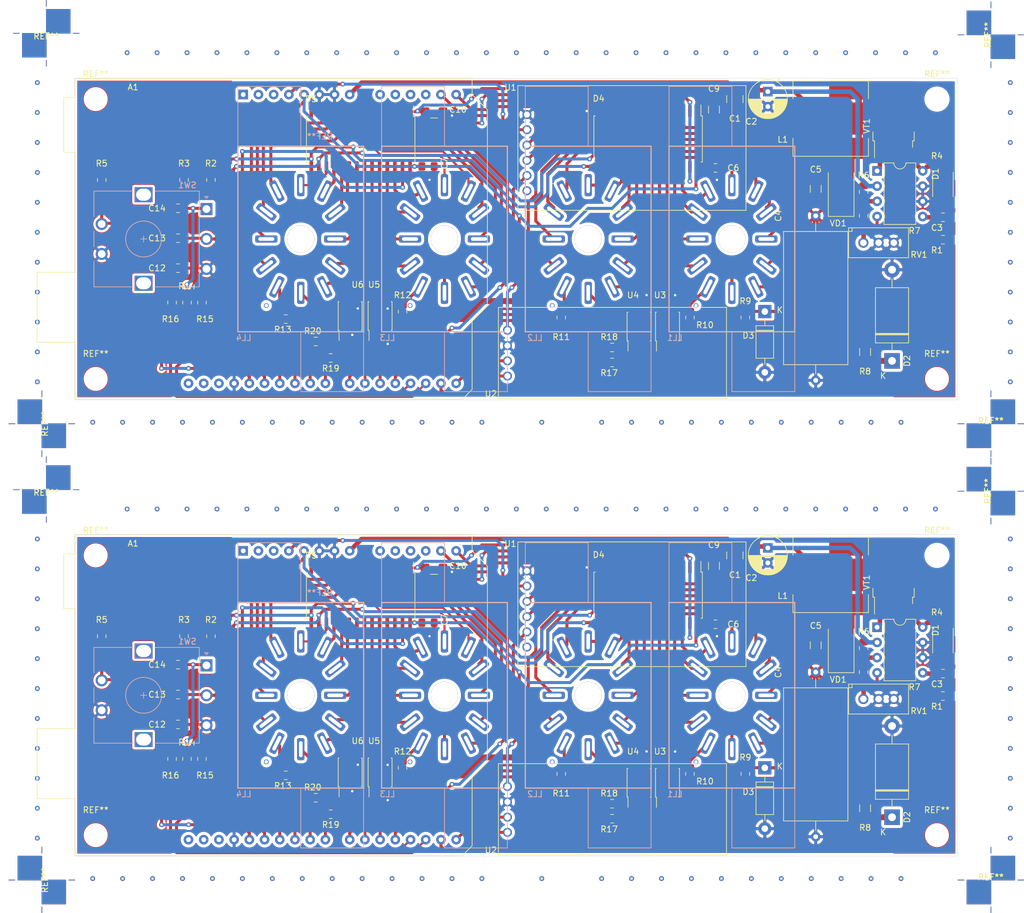
<source format=kicad_pcb>
(kicad_pcb (version 20171130) (host pcbnew "(5.1.5)-3")
  (layers (0 F.Cu signal) (31 B.Cu signal) (34 B.Paste user) (35 F.Paste user) (36 B.SilkS user) (37 F.SilkS user) (38 B.Mask user) (39 F.Mask user) (44 Edge.Cuts user))
  (net 0 "")
  (net 1 "Net-(D1-Pad8)")
  (net 2 "Net-(D1-Pad3)")
  (net 3 "Net-(D1-Pad1)")
  (net 4 "Net-(L1-Pad2)")
  (net 5 GND)
  (net 6 +5V)
  (net 7 "Net-(C3-Pad1)")
  (net 8 HV)
  (net 9 HV_C)
  (net 10 /SHUT)
  (net 11 "Net-(D2-Pad1)")
  (net 12 /DATA)
  (net 13 /2-0)
  (net 14 /2-9)
  (net 15 /2-8)
  (net 16 /2-7)
  (net 17 /2-6)
  (net 18 /2-5)
  (net 19 /2-4)
  (net 20 /2-3)
  (net 21 /2-2)
  (net 22 /2-1)
  (net 23 /STROBE)
  (net 24 /CLOCK)
  (net 25 /1-1)
  (net 26 /1-2)
  (net 27 /1-3)
  (net 28 /1-4)
  (net 29 /1-5)
  (net 30 /1-6)
  (net 31 /1-7)
  (net 32 /1-8)
  (net 33 /1-9)
  (net 34 /1-0)
  (net 35 /4-0)
  (net 36 /4-9)
  (net 37 /4-8)
  (net 38 /4-7)
  (net 39 /4-6)
  (net 40 /4-5)
  (net 41 /4-4)
  (net 42 /4-3)
  (net 43 /4-2)
  (net 44 /4-1)
  (net 45 /3-1)
  (net 46 /3-2)
  (net 47 /3-3)
  (net 48 /3-4)
  (net 49 /3-5)
  (net 50 /3-6)
  (net 51 /3-7)
  (net 52 /3-8)
  (net 53 /3-9)
  (net 54 /3-0)
  (net 55 /SW)
  (net 56 /B)
  (net 57 /A)
  (net 58 "Net-(LL1-Pad1)")
  (net 59 "Net-(LL2-Pad1)")
  (net 60 "Net-(LL3-Pad1)")
  (net 61 "Net-(LL4-Pad1)")
  (net 62 "Net-(R7-Pad2)")
  (net 63 /4-.)
  (net 64 /3-.)
  (net 65 /2-.)
  (net 66 /1-.)
  (net 67 "Net-(D4-Pad27)")
  (net 68 /_SW)
  (net 69 /_B)
  (net 70 /_A)
  (net 71 /TxD)
  (net 72 /RxD)
  (net 73 "Net-(A1-Pad30)")
  (net 74 /SCL)
  (net 75 /SDA)
  (net 76 /RT_INT)
  (net 77 "Net-(A1-Pad10)")
  (net 78 "Net-(A1-Pad9)")
  (net 79 +VDC)
  (net 80 +3V3)
  (net 81 "Net-(A1-Pad3)")
  (net 82 "Net-(A1-Pad2)")
  (net 83 "Net-(A1-Pad1)")
  (net 84 "Net-(A1-Pad31)")
  (net 85 "Net-(A1-Pad32)")
  (net 86 "Net-(U1-Pad1)")
  (net 87 /_4-.)
  (net 88 /_3-.)
  (net 89 /_2-.)
  (net 90 /_1-.)
  (net 91 "Net-(D4-Pad2)")
  (net 92 "Net-(R17-Pad1)")
  (net 93 "Net-(R18-Pad1)")
  (net 94 "Net-(R19-Pad1)")
  (net 95 "Net-(R20-Pad1)")
  (net 96 "Net-(A1-Pad12)")
  (net 97 "Net-(A1-Pad11)")
  (module Diode_SMD:D_SMB_Handsoldering (layer F.Cu) (at 203 47.75 90)
    (fp_text reference VD1 (at -5.75 -0.5 180) (layer F.SilkS))
    (fp_text value ES2J)
    (pad 2 smd rect (at 2.7 0 90) (size 3.5 2.3) (layers F.Cu F.Paste F.Mask) (net 4 "Net-(L1-Pad2)"))
    (pad 1 smd rect (at -2.7 0 90) (size 3.5 2.3) (layers F.Cu F.Paste F.Mask) (net 8 HV))
  )
  (module Inductor_SMD:L_12x12mm_H8mm (layer F.Cu) (at 201.25 36)
    (fp_text reference L1 (at -8 3.5) (layer F.SilkS))
    (fp_text value B82477R4224M100)
    (pad 2 smd rect (at 4.95 0) (size 2.9 5.4) (layers F.Cu F.Paste F.Mask) (net 4 "Net-(L1-Pad2)"))
    (pad 1 smd rect (at -4.95 0) (size 2.9 5.4) (layers F.Cu F.Paste F.Mask) (net 79 +VDC))
  )
  (module Capacitor_SMD:C_1210_3225Metric_Pad1.42x2.65mm_HandSolder (layer F.Cu) (at 185.25 32.75 270)
    (fp_text reference C2 (at 3.75 -2.75 180) (layer F.SilkS))
    (fp_text value "10uF, 10V")
    (pad 2 smd roundrect (at 1.4875 0 270) (size 1.425 2.65) (layers F.Cu F.Paste F.Mask) (roundrect_rratio 0.175439) (net 5 GND))
    (pad 1 smd roundrect (at -1.4875 0 270) (size 1.425 2.65) (layers F.Cu F.Paste F.Mask) (roundrect_rratio 0.175439) (net 79 +VDC))
  )
  (module Capacitor_SMD:C_0805_2012Metric_Pad1.15x1.40mm_HandSolder (layer F.Cu) (at 220 52.5)
    (fp_text reference C3 (at -1 1.75) (layer F.SilkS))
    (fp_text value 100nF)
    (pad 2 smd roundrect (at 1.025 0) (size 1.15 1.4) (layers F.Cu F.Paste F.Mask) (roundrect_rratio 0.217391) (net 5 GND))
    (pad 1 smd roundrect (at -1.025 0) (size 1.15 1.4) (layers F.Cu F.Paste F.Mask) (roundrect_rratio 0.217391) (net 7 "Net-(C3-Pad1)"))
  )
  (module Capacitor_SMD:C_1206_3216Metric_Pad1.42x1.75mm_HandSolder (layer F.Cu) (at 198.75 47.75 90)
    (fp_text reference C5 (at 3.25 0) (layer F.SilkS))
    (fp_text value "100nF, 250V")
    (pad 2 smd roundrect (at 1.4875 0 90) (size 1.425 1.75) (layers F.Cu F.Paste F.Mask) (roundrect_rratio 0.175439) (net 5 GND))
    (pad 1 smd roundrect (at -1.4875 0 90) (size 1.425 1.75) (layers F.Cu F.Paste F.Mask) (roundrect_rratio 0.175439) (net 8 HV))
  )
  (module Capacitor_SMD:C_0805_2012Metric_Pad1.15x1.40mm_HandSolder (layer F.Cu) (at 182 44.25 180)
    (fp_text reference C6 (at -3 0) (layer F.SilkS))
    (fp_text value "100nF, 50V")
    (pad 2 smd roundrect (at 1.025 0 180) (size 1.15 1.4) (layers F.Cu F.Paste F.Mask) (roundrect_rratio 0.217391) (net 6 +5V))
    (pad 1 smd roundrect (at -1.025 0 180) (size 1.15 1.4) (layers F.Cu F.Paste F.Mask) (roundrect_rratio 0.217391) (net 5 GND))
  )
  (module Capacitor_SMD:C_0805_2012Metric_Pad1.15x1.40mm_HandSolder (layer F.Cu) (at 134 44 180)
    (fp_text reference C7 (at -2.75 0.5 90) (layer F.SilkS))
    (fp_text value "100nF, 50V")
    (pad 2 smd roundrect (at 1.025 0 180) (size 1.15 1.4) (layers F.Cu F.Paste F.Mask) (roundrect_rratio 0.217391) (net 6 +5V))
    (pad 1 smd roundrect (at -1.025 0 180) (size 1.15 1.4) (layers F.Cu F.Paste F.Mask) (roundrect_rratio 0.217391) (net 5 GND))
  )
  (module Capacitor_SMD:C_1206_3216Metric_Pad1.42x1.75mm_HandSolder (layer F.Cu) (at 181.75 34.5 90)
    (fp_text reference C9 (at 3.5 0 180) (layer F.SilkS))
    (fp_text value "100nF, 250V")
    (pad 2 smd roundrect (at 1.4875 0 90) (size 1.425 1.75) (layers F.Cu F.Paste F.Mask) (roundrect_rratio 0.175439) (net 5 GND))
    (pad 1 smd roundrect (at -1.4875 0 90) (size 1.425 1.75) (layers F.Cu F.Paste F.Mask) (roundrect_rratio 0.175439) (net 9 HV_C))
  )
  (module Capacitor_SMD:C_1206_3216Metric_Pad1.42x1.75mm_HandSolder (layer F.Cu) (at 135 35)
    (fp_text reference C10 (at 4 -0.5) (layer F.SilkS))
    (fp_text value "100nF, 250V")
    (pad 2 smd roundrect (at 1.4875 0) (size 1.425 1.75) (layers F.Cu F.Paste F.Mask) (roundrect_rratio 0.175439) (net 5 GND))
    (pad 1 smd roundrect (at -1.4875 0) (size 1.425 1.75) (layers F.Cu F.Paste F.Mask) (roundrect_rratio 0.175439) (net 9 HV_C))
  )
  (module Package_DIP:DIP-8_W7.62mm (layer F.Cu) (at 209 44.75)
    (fp_text reference D1 (at 9.75 0.5 270) (layer F.SilkS))
    (fp_text value MAX1771)
    (pad 8 thru_hole oval (at 7.62 0) (size 1.6 1.6) (drill 0.8) (layers *.Cu *.Mask) (net 1 "Net-(D1-Pad8)"))
    (pad 4 thru_hole oval (at 0 7.62) (size 1.6 1.6) (drill 0.8) (layers *.Cu *.Mask) (net 10 /SHUT))
    (pad 7 thru_hole oval (at 7.62 2.54) (size 1.6 1.6) (drill 0.8) (layers *.Cu *.Mask) (net 5 GND))
    (pad 3 thru_hole oval (at 0 5.08) (size 1.6 1.6) (drill 0.8) (layers *.Cu *.Mask) (net 2 "Net-(D1-Pad3)"))
    (pad 6 thru_hole oval (at 7.62 5.08) (size 1.6 1.6) (drill 0.8) (layers *.Cu *.Mask) (net 5 GND))
    (pad 2 thru_hole oval (at 0 2.54) (size 1.6 1.6) (drill 0.8) (layers *.Cu *.Mask) (net 79 +VDC))
    (pad 5 thru_hole oval (at 7.62 7.62) (size 1.6 1.6) (drill 0.8) (layers *.Cu *.Mask) (net 7 "Net-(C3-Pad1)"))
    (pad 1 thru_hole rect (at 0 0) (size 1.6 1.6) (drill 0.8) (layers *.Cu *.Mask) (net 3 "Net-(D1-Pad1)"))
  )
  (module Diode_THT:D_DO-41_SOD81_P10.16mm_Horizontal (layer F.Cu) (at 190.25 68.25 270)
    (fp_text reference D3 (at 4 2.75 180) (layer F.SilkS))
    (fp_text value 1N4764A)
    (fp_text user K (at -0.25 -2.5 180) (layer F.SilkS))
    (pad 2 thru_hole oval (at 10.16 0 270) (size 2.2 2.2) (drill 1.1) (layers *.Cu *.Mask) (net 5 GND))
    (pad 1 thru_hole rect (at 0 0 270) (size 2.2 2.2) (drill 1.1) (layers *.Cu *.Mask) (net 9 HV_C))
  )
  (module clock:PL31 (layer B.Cu) (at 184.75 56.125 180)
    (fp_text reference LL1 (at 9.525 -16.51) (layer B.SilkS) (effects (justify mirror)))
    (fp_text value IN-12B)
    (fp_text user REF** (at 0 -0.5) (layer B.SilkS) (effects (justify mirror)))
    (pad 11 thru_hole roundrect (at -4 -8 116.6) (size 3.7 1.2) (drill oval 2.7 0.6) (layers *.Cu *.Mask) (net 25 /1-1))
    (pad 12 thru_hole roundrect (at 0 -9 90) (size 3.7 1.2) (drill oval 2.7 0.6) (layers *.Cu *.Mask) (net 66 /1-.))
    (pad 4 thru_hole roundrect (at 5.75 4.5 142) (size 3.7 1.2) (drill oval 2.7 0.6) (layers *.Cu *.Mask) (net 32 /1-8))
    (pad 6 thru_hole roundrect (at 0 9 90) (size 3.7 1.2) (drill oval 2.7 0.6) (layers *.Cu *.Mask) (net 30 /1-6))
    (pad 3 thru_hole roundrect (at 5.75 0 90) (size 1.2 3.7) (drill oval 0.6 2.7) (layers *.Cu *.Mask) (net 33 /1-9))
    (pad 7 thru_hole roundrect (at -4 8 243.4) (size 3.7 1.2) (drill oval 2.7 0.6) (layers *.Cu *.Mask) (net 29 /1-5))
    (pad 2 thru_hole roundrect (at 5.75 -4.5 218) (size 3.7 1.2) (drill oval 2.7 0.6) (layers *.Cu *.Mask) (net 34 /1-0))
    (pad 1 thru_hole roundrect (at 4 -8 243.4) (size 3.7 1.2) (drill oval 2.7 0.6) (layers *.Cu *.Mask) (net 58 "Net-(LL1-Pad1)"))
    (pad 5 thru_hole roundrect (at 4 8 116.6) (size 3.7 1.2) (drill oval 2.7 0.6) (layers *.Cu *.Mask) (net 31 /1-7))
    (pad 9 thru_hole roundrect (at -5.75 0 180) (size 3.7 1.2) (drill oval 2.7 0.6) (layers *.Cu *.Mask) (net 27 /1-3))
    (pad 0 thru_hole circle (at 0 0 180) (size 4.5 4.5) (drill 4.5) (layers *.Cu Dwgs.User))
    (pad 8 thru_hole roundrect (at -5.75 4.5 218) (size 3.7 1.2) (drill oval 2.7 0.6) (layers *.Cu *.Mask) (net 28 /1-4))
    (pad 10 thru_hole roundrect (at -5.75 -4.5 322) (size 3.7 1.2) (drill oval 2.7 0.6) (layers *.Cu *.Mask) (net 26 /1-2))
  )
  (module clock:PL31 (layer B.Cu) (at 160.75 56.125 180)
    (fp_text reference LL2 (at 8.89 -16.51) (layer B.SilkS) (effects (justify mirror)))
    (fp_text value IN-12B)
    (fp_text user REF** (at 0 -0.5) (layer B.SilkS) (effects (justify mirror)))
    (pad 11 thru_hole roundrect (at -4 -8 116.6) (size 3.7 1.2) (drill oval 2.7 0.6) (layers *.Cu *.Mask) (net 22 /2-1))
    (pad 12 thru_hole roundrect (at 0 -9 90) (size 3.7 1.2) (drill oval 2.7 0.6) (layers *.Cu *.Mask) (net 65 /2-.))
    (pad 4 thru_hole roundrect (at 5.75 4.5 142) (size 3.7 1.2) (drill oval 2.7 0.6) (layers *.Cu *.Mask) (net 15 /2-8))
    (pad 6 thru_hole roundrect (at 0 9 90) (size 3.7 1.2) (drill oval 2.7 0.6) (layers *.Cu *.Mask) (net 17 /2-6))
    (pad 3 thru_hole roundrect (at 5.75 0 90) (size 1.2 3.7) (drill oval 0.6 2.7) (layers *.Cu *.Mask) (net 14 /2-9))
    (pad 7 thru_hole roundrect (at -4 8 243.4) (size 3.7 1.2) (drill oval 2.7 0.6) (layers *.Cu *.Mask) (net 18 /2-5))
    (pad 2 thru_hole roundrect (at 5.75 -4.5 218) (size 3.7 1.2) (drill oval 2.7 0.6) (layers *.Cu *.Mask) (net 13 /2-0))
    (pad 1 thru_hole roundrect (at 4 -8 243.4) (size 3.7 1.2) (drill oval 2.7 0.6) (layers *.Cu *.Mask) (net 59 "Net-(LL2-Pad1)"))
    (pad 5 thru_hole roundrect (at 4 8 116.6) (size 3.7 1.2) (drill oval 2.7 0.6) (layers *.Cu *.Mask) (net 16 /2-7))
    (pad 9 thru_hole roundrect (at -5.75 0 180) (size 3.7 1.2) (drill oval 2.7 0.6) (layers *.Cu *.Mask) (net 20 /2-3))
    (pad 0 thru_hole circle (at 0 0 180) (size 4.5 4.5) (drill 4.5) (layers *.Cu Dwgs.User))
    (pad 8 thru_hole roundrect (at -5.75 4.5 218) (size 3.7 1.2) (drill oval 2.7 0.6) (layers *.Cu *.Mask) (net 19 /2-4))
    (pad 10 thru_hole roundrect (at -5.75 -4.5 322) (size 3.7 1.2) (drill oval 2.7 0.6) (layers *.Cu *.Mask) (net 21 /2-2))
  )
  (module clock:PL31 (layer B.Cu) (at 112.75 56.125 180)
    (fp_text reference LL4 (at 9.525 -16.51) (layer B.SilkS) (effects (justify mirror)))
    (fp_text value IN-12B)
    (fp_text user REF** (at -3.175 17.145) (layer B.SilkS) (effects (justify mirror)))
    (pad 11 thru_hole roundrect (at -4 -8 116.6) (size 3.7 1.2) (drill oval 2.7 0.6) (layers *.Cu *.Mask) (net 44 /4-1))
    (pad 12 thru_hole roundrect (at 0 -9 90) (size 3.7 1.2) (drill oval 2.7 0.6) (layers *.Cu *.Mask) (net 63 /4-.))
    (pad 4 thru_hole roundrect (at 5.75 4.5 142) (size 3.7 1.2) (drill oval 2.7 0.6) (layers *.Cu *.Mask) (net 37 /4-8))
    (pad 6 thru_hole roundrect (at 0 9 90) (size 3.7 1.2) (drill oval 2.7 0.6) (layers *.Cu *.Mask) (net 39 /4-6))
    (pad 3 thru_hole roundrect (at 5.75 0 90) (size 1.2 3.7) (drill oval 0.6 2.7) (layers *.Cu *.Mask) (net 36 /4-9))
    (pad 7 thru_hole roundrect (at -4 8 243.4) (size 3.7 1.2) (drill oval 2.7 0.6) (layers *.Cu *.Mask) (net 40 /4-5))
    (pad 2 thru_hole roundrect (at 5.75 -4.5 218) (size 3.7 1.2) (drill oval 2.7 0.6) (layers *.Cu *.Mask) (net 35 /4-0))
    (pad 1 thru_hole roundrect (at 4 -8 243.4) (size 3.7 1.2) (drill oval 2.7 0.6) (layers *.Cu *.Mask) (net 61 "Net-(LL4-Pad1)"))
    (pad 5 thru_hole roundrect (at 4 8 116.6) (size 3.7 1.2) (drill oval 2.7 0.6) (layers *.Cu *.Mask) (net 38 /4-7))
    (pad 9 thru_hole roundrect (at -5.75 0 180) (size 3.7 1.2) (drill oval 2.7 0.6) (layers *.Cu *.Mask) (net 42 /4-3))
    (pad 0 thru_hole circle (at 0 0 180) (size 4.5 4.5) (drill 4.5) (layers *.Cu Dwgs.User))
    (pad 8 thru_hole roundrect (at -5.75 4.5 218) (size 3.7 1.2) (drill oval 2.7 0.6) (layers *.Cu *.Mask) (net 41 /4-4))
    (pad 10 thru_hole roundrect (at -5.75 -4.5 322) (size 3.7 1.2) (drill oval 2.7 0.6) (layers *.Cu *.Mask) (net 43 /4-2))
  )
  (module Resistor_SMD:R_0805_2012Metric_Pad1.15x1.40mm_HandSolder (layer F.Cu) (at 220 56.25)
    (fp_text reference R1 (at -1 1.75 -180) (layer F.SilkS))
    (fp_text value 10K)
    (pad 2 smd roundrect (at 1.025 0) (size 1.15 1.4) (layers F.Cu F.Paste F.Mask) (roundrect_rratio 0.217391) (net 5 GND))
    (pad 1 smd roundrect (at -1.025 0) (size 1.15 1.4) (layers F.Cu F.Paste F.Mask) (roundrect_rratio 0.217391) (net 10 /SHUT))
  )
  (module Resistor_SMD:R_0805_2012Metric_Pad1.15x1.40mm_HandSolder (layer F.Cu) (at 97.75 46.25 270)
    (fp_text reference R2 (at -2.75 0) (layer F.SilkS))
    (fp_text value 10K)
    (pad 2 smd roundrect (at 1.025 0 270) (size 1.15 1.4) (layers F.Cu F.Paste F.Mask) (roundrect_rratio 0.217391) (net 69 /_B))
    (pad 1 smd roundrect (at -1.025 0 270) (size 1.15 1.4) (layers F.Cu F.Paste F.Mask) (roundrect_rratio 0.217391) (net 6 +5V))
  )
  (module Resistor_SMD:R_0805_2012Metric_Pad1.15x1.40mm_HandSolder (layer F.Cu) (at 93.25 46.25 270)
    (fp_text reference R3 (at -2.75 0 180) (layer F.SilkS))
    (fp_text value 10K)
    (pad 2 smd roundrect (at 1.025 0 270) (size 1.15 1.4) (layers F.Cu F.Paste F.Mask) (roundrect_rratio 0.217391) (net 70 /_A))
    (pad 1 smd roundrect (at -1.025 0 270) (size 1.15 1.4) (layers F.Cu F.Paste F.Mask) (roundrect_rratio 0.217391) (net 6 +5V))
  )
  (module Resistor_SMD:R_0805_2012Metric_Pad1.15x1.40mm_HandSolder (layer F.Cu) (at 79.5 46.25 270)
    (fp_text reference R5 (at -2.75 0) (layer F.SilkS))
    (fp_text value 10K)
    (pad 2 smd roundrect (at 1.025 0 270) (size 1.15 1.4) (layers F.Cu F.Paste F.Mask) (roundrect_rratio 0.217391) (net 68 /_SW))
    (pad 1 smd roundrect (at -1.025 0 270) (size 1.15 1.4) (layers F.Cu F.Paste F.Mask) (roundrect_rratio 0.217391) (net 6 +5V))
  )
  (module Resistor_SMD:R_0805_2012Metric_Pad1.15x1.40mm_HandSolder (layer F.Cu) (at 206.75 48.25 270)
    (fp_text reference R6 (at -2.75 0) (layer F.SilkS))
    (fp_text value 1.5M)
    (pad 2 smd roundrect (at 1.025 0 270) (size 1.15 1.4) (layers F.Cu F.Paste F.Mask) (roundrect_rratio 0.217391) (net 2 "Net-(D1-Pad3)"))
    (pad 1 smd roundrect (at -1.025 0 270) (size 1.15 1.4) (layers F.Cu F.Paste F.Mask) (roundrect_rratio 0.217391) (net 8 HV))
  )
  (module Resistor_SMD:R_0805_2012Metric_Pad1.15x1.40mm_HandSolder (layer F.Cu) (at 206.75 52.25 270)
    (fp_text reference R7 (at 2.5 -8.5 180) (layer F.SilkS))
    (fp_text value 10K)
    (pad 2 smd roundrect (at 1.025 0 270) (size 1.15 1.4) (layers F.Cu F.Paste F.Mask) (roundrect_rratio 0.217391) (net 62 "Net-(R7-Pad2)"))
    (pad 1 smd roundrect (at -1.025 0 270) (size 1.15 1.4) (layers F.Cu F.Paste F.Mask) (roundrect_rratio 0.217391) (net 2 "Net-(D1-Pad3)"))
  )
  (module Resistor_SMD:R_1206_3216Metric_Pad1.42x1.75mm_HandSolder (layer F.Cu) (at 207 75 270)
    (fp_text reference R8 (at 3.25 0) (layer F.SilkS))
    (fp_text value 1)
    (pad 2 smd roundrect (at 1.4875 0 270) (size 1.425 1.75) (layers F.Cu F.Paste F.Mask) (roundrect_rratio 0.175439) (net 11 "Net-(D2-Pad1)"))
    (pad 1 smd roundrect (at -1.4875 0 270) (size 1.425 1.75) (layers F.Cu F.Paste F.Mask) (roundrect_rratio 0.175439) (net 8 HV))
  )
  (module Resistor_SMD:R_0805_2012Metric_Pad1.15x1.40mm_HandSolder (layer F.Cu) (at 187 69.25 270)
    (fp_text reference R9 (at -2.75 0 180) (layer F.SilkS))
    (fp_text value 150K)
    (pad 2 smd roundrect (at 1.025 0 270) (size 1.15 1.4) (layers F.Cu F.Paste F.Mask) (roundrect_rratio 0.217391) (net 8 HV))
    (pad 1 smd roundrect (at -1.025 0 270) (size 1.15 1.4) (layers F.Cu F.Paste F.Mask) (roundrect_rratio 0.217391) (net 9 HV_C))
  )
  (module Resistor_SMD:R_0805_2012Metric_Pad1.15x1.40mm_HandSolder (layer F.Cu) (at 177.75 69.25 270)
    (fp_text reference R10 (at 1.25 -2.5) (layer F.SilkS))
    (fp_text value 22K)
    (pad 2 smd roundrect (at 1.025 0 270) (size 1.15 1.4) (layers F.Cu F.Paste F.Mask) (roundrect_rratio 0.217391) (net 8 HV))
    (pad 1 smd roundrect (at -1.025 0 270) (size 1.15 1.4) (layers F.Cu F.Paste F.Mask) (roundrect_rratio 0.217391) (net 58 "Net-(LL1-Pad1)"))
  )
  (module Resistor_SMD:R_0805_2012Metric_Pad1.15x1.40mm_HandSolder (layer F.Cu) (at 156.25 69.25 270)
    (fp_text reference R11 (at 3.25 0 180) (layer F.SilkS))
    (fp_text value 22K)
    (pad 2 smd roundrect (at 1.025 0 270) (size 1.15 1.4) (layers F.Cu F.Paste F.Mask) (roundrect_rratio 0.217391) (net 8 HV))
    (pad 1 smd roundrect (at -1.025 0 270) (size 1.15 1.4) (layers F.Cu F.Paste F.Mask) (roundrect_rratio 0.217391) (net 59 "Net-(LL2-Pad1)"))
  )
  (module Resistor_SMD:R_0805_2012Metric_Pad1.15x1.40mm_HandSolder (layer F.Cu) (at 129.75 68.25 270)
    (fp_text reference R12 (at -2.75 0 180) (layer F.SilkS))
    (fp_text value 22K)
    (pad 2 smd roundrect (at 1.025 0 270) (size 1.15 1.4) (layers F.Cu F.Paste F.Mask) (roundrect_rratio 0.217391) (net 8 HV))
    (pad 1 smd roundrect (at -1.025 0 270) (size 1.15 1.4) (layers F.Cu F.Paste F.Mask) (roundrect_rratio 0.217391) (net 60 "Net-(LL3-Pad1)"))
  )
  (module Resistor_SMD:R_0805_2012Metric_Pad1.15x1.40mm_HandSolder (layer F.Cu) (at 110.25 69.5)
    (fp_text reference R13 (at -0.5 1.75 -180) (layer F.SilkS))
    (fp_text value 22K)
    (pad 2 smd roundrect (at 1.025 0) (size 1.15 1.4) (layers F.Cu F.Paste F.Mask) (roundrect_rratio 0.217391) (net 8 HV))
    (pad 1 smd roundrect (at -1.025 0) (size 1.15 1.4) (layers F.Cu F.Paste F.Mask) (roundrect_rratio 0.217391) (net 61 "Net-(LL4-Pad1)"))
  )
  (module clock:RotaryEncoder_Bouruns_PEC16 (layer B.Cu) (at 86.5 56.125 180)
    (fp_text reference SW1 (at -7.3 9 180) (layer B.SilkS) (effects (justify mirror)))
    (fp_text value PEC16)
    (pad S2 thru_hole circle (at 7 -2.5 180) (size 2 2) (drill 1.3) (layers *.Cu *.Mask) (net 5 GND))
    (pad S1 thru_hole circle (at 7 2.5 180) (size 2 2) (drill 1.3) (layers *.Cu *.Mask) (net 68 /_SW))
    (pad MP thru_hole rect (at 0 -7.4 180) (size 3 2.5) (drill oval 2.5 2) (layers *.Cu *.Mask))
    (pad MP thru_hole rect (at 0 7.4 180) (size 3 2.5) (drill oval 2.5 2) (layers *.Cu *.Mask))
    (pad B thru_hole circle (at -10.5 0 180) (size 2 2) (drill 1.3) (layers *.Cu *.Mask) (net 69 /_B))
    (pad C thru_hole circle (at -10.5 -5 180) (size 2 2) (drill 1.3) (layers *.Cu *.Mask) (net 5 GND))
    (pad A thru_hole rect (at -10.5 5 180) (size 2 2) (drill 1.3) (layers *.Cu *.Mask) (net 70 /_A))
  )
  (module Capacitor_THT:CP_Radial_D6.3mm_P2.50mm (layer F.Cu) (at 190.75 31.5 270)
    (fp_text reference C1 (at 4.5 5.5 180) (layer F.SilkS))
    (fp_text value "220uF, 16V")
    (pad 2 thru_hole circle (at 2.5 0 270) (size 1.6 1.6) (drill 0.8) (layers *.Cu *.Mask) (net 5 GND))
    (pad 1 thru_hole rect (at 0 0 270) (size 1.6 1.6) (drill 0.8) (layers *.Cu *.Mask) (net 79 +VDC))
  )
  (module Resistor_SMD:R_0805_2012Metric_Pad1.15x1.40mm_HandSolder (layer F.Cu) (at 93.75 66.75 270)
    (fp_text reference R14 (at -2.75 0) (layer F.SilkS))
    (fp_text value 1K)
    (pad 2 smd roundrect (at 1.025 0 270) (size 1.15 1.4) (layers F.Cu F.Paste F.Mask) (roundrect_rratio 0.217391) (net 57 /A))
    (pad 1 smd roundrect (at -1.025 0 270) (size 1.15 1.4) (layers F.Cu F.Paste F.Mask) (roundrect_rratio 0.217391) (net 70 /_A))
  )
  (module Resistor_SMD:R_0805_2012Metric_Pad1.15x1.40mm_HandSolder (layer F.Cu) (at 96.25 66.75 270)
    (fp_text reference R15 (at 2.75 -0.5) (layer F.SilkS))
    (fp_text value 1K)
    (pad 2 smd roundrect (at 1.025 0 270) (size 1.15 1.4) (layers F.Cu F.Paste F.Mask) (roundrect_rratio 0.217391) (net 56 /B))
    (pad 1 smd roundrect (at -1.025 0 270) (size 1.15 1.4) (layers F.Cu F.Paste F.Mask) (roundrect_rratio 0.217391) (net 69 /_B))
  )
  (module Resistor_SMD:R_0805_2012Metric_Pad1.15x1.40mm_HandSolder (layer F.Cu) (at 91.25 66.75 270)
    (fp_text reference R16 (at 2.75 0.25) (layer F.SilkS))
    (fp_text value 1K)
    (pad 2 smd roundrect (at 1.025 0 270) (size 1.15 1.4) (layers F.Cu F.Paste F.Mask) (roundrect_rratio 0.217391) (net 55 /SW))
    (pad 1 smd roundrect (at -1.025 0 270) (size 1.15 1.4) (layers F.Cu F.Paste F.Mask) (roundrect_rratio 0.217391) (net 68 /_SW))
  )
  (module Capacitor_SMD:C_0805_2012Metric_Pad1.15x1.40mm_HandSolder (layer F.Cu) (at 92.25 61 180)
    (fp_text reference C12 (at 3.5 0) (layer F.SilkS))
    (fp_text value "100nF, 50V")
    (pad 2 smd roundrect (at 1.025 0 180) (size 1.15 1.4) (layers F.Cu F.Paste F.Mask) (roundrect_rratio 0.217391) (net 68 /_SW))
    (pad 1 smd roundrect (at -1.025 0 180) (size 1.15 1.4) (layers F.Cu F.Paste F.Mask) (roundrect_rratio 0.217391) (net 5 GND))
  )
  (module Capacitor_SMD:C_0805_2012Metric_Pad1.15x1.40mm_HandSolder (layer F.Cu) (at 92.25 56)
    (fp_text reference C13 (at -3.5 0) (layer F.SilkS))
    (fp_text value "100nF, 50V")
    (pad 2 smd roundrect (at 1.025 0) (size 1.15 1.4) (layers F.Cu F.Paste F.Mask) (roundrect_rratio 0.217391) (net 69 /_B))
    (pad 1 smd roundrect (at -1.025 0) (size 1.15 1.4) (layers F.Cu F.Paste F.Mask) (roundrect_rratio 0.217391) (net 5 GND))
  )
  (module Capacitor_SMD:C_0805_2012Metric_Pad1.15x1.40mm_HandSolder (layer F.Cu) (at 92.25 51)
    (fp_text reference C14 (at -3.5 0) (layer F.SilkS))
    (fp_text value "100nF, 50V")
    (pad 2 smd roundrect (at 1.025 0) (size 1.15 1.4) (layers F.Cu F.Paste F.Mask) (roundrect_rratio 0.217391) (net 70 /_A))
    (pad 1 smd roundrect (at -1.025 0) (size 1.15 1.4) (layers F.Cu F.Paste F.Mask) (roundrect_rratio 0.217391) (net 5 GND))
  )
  (module Package_TO_SOT_SMD:TO-252-2 (layer F.Cu) (at 211.75 37.25 90)
    (fp_text reference VT1 (at 0 -4.5 90) (layer F.SilkS))
    (fp_text value STD18N55M5)
    (pad 2 smd rect (at 2.1 0 90) (size 6.4 5.8) (layers F.Cu F.Mask) (net 4 "Net-(L1-Pad2)"))
    (pad 3 smd rect (at -4.2 2.28 90) (size 2.2 1.2) (layers F.Cu F.Paste F.Mask) (net 1 "Net-(D1-Pad8)"))
    (pad 1 smd rect (at -4.2 -2.28 90) (size 2.2 1.2) (layers F.Cu F.Paste F.Mask) (net 3 "Net-(D1-Pad1)"))
  )
  (module clock:mira (layer F.Cu) (at 70.25 21.75)
    (fp_text reference REF** (at 0 0.5) (layer F.SilkS))
    (fp_text value mira)
    (fp_line (start 0 -4.5) (end 0 -5.5) (layer B.Cu) (width 0.12))
    (fp_line (start -4.5 0) (end -5.5 0) (layer B.Cu) (width 0.12))
    (fp_line (start 0 4.5) (end 0 5.5) (layer B.Cu) (width 0.12))
    (fp_line (start 4.5 0) (end 5.5 0) (layer B.Cu) (width 0.12))
    (fp_line (start 4.5 0) (end 5.5 0) (layer F.Cu) (width 0.12))
    (fp_line (start 0 4.5) (end 0 5.5) (layer F.Cu) (width 0.12))
    (fp_line (start -4.5 0) (end -5.5 0) (layer F.Cu) (width 0.12))
    (fp_line (start 0 -4.5) (end 0 -5.5) (layer F.Cu) (width 0.12))
    (fp_text user REF** (at 0 0.5) (layer F.SilkS))
    (fp_poly (pts (xy 4 0) (xy 0 0) (xy 0 -4) (xy 4 -4)) (layer B.Cu) (width 0.1))
    (fp_poly (pts (xy -4 0) (xy 0 0) (xy 0 4) (xy -4 4)) (layer B.Cu) (width 0.1))
    (fp_poly (pts (xy -4 0) (xy 0 0) (xy 0 4) (xy -4 4)) (layer F.Cu) (width 0.1))
    (fp_poly (pts (xy 4 0) (xy 0 0) (xy 0 -4) (xy 4 -4)) (layer F.Cu) (width 0.1))
  )
  (module clock:mira (layer F.Cu) (at 69.5 87 90)
    (fp_text reference REF** (at 0 0.5 90) (layer F.SilkS))
    (fp_text value mira)
    (fp_poly (pts (xy 4 0) (xy 0 0) (xy 0 -4) (xy 4 -4)) (layer F.Cu) (width 0.1))
    (fp_poly (pts (xy -4 0) (xy 0 0) (xy 0 4) (xy -4 4)) (layer F.Cu) (width 0.1))
    (fp_poly (pts (xy -4 0) (xy 0 0) (xy 0 4) (xy -4 4)) (layer B.Cu) (width 0.1))
    (fp_poly (pts (xy 4 0) (xy 0 0) (xy 0 -4) (xy 4 -4)) (layer B.Cu) (width 0.1))
    (fp_text user REF** (at 0 0.5 90) (layer F.SilkS))
    (fp_line (start 0 -4.5) (end 0 -5.5) (layer F.Cu) (width 0.12))
    (fp_line (start -4.5 0) (end -5.5 0) (layer F.Cu) (width 0.12))
    (fp_line (start 0 4.5) (end 0 5.5) (layer F.Cu) (width 0.12))
    (fp_line (start 4.5 0) (end 5.5 0) (layer F.Cu) (width 0.12))
    (fp_line (start 4.5 0) (end 5.5 0) (layer B.Cu) (width 0.12))
    (fp_line (start 0 4.5) (end 0 5.5) (layer B.Cu) (width 0.12))
    (fp_line (start -4.5 0) (end -5.5 0) (layer B.Cu) (width 0.12))
    (fp_line (start 0 -4.5) (end 0 -5.5) (layer B.Cu) (width 0.12))
  )
  (module clock:mira (layer F.Cu) (at 228 22 270)
    (fp_text reference REF** (at 0 0.5 90) (layer F.SilkS))
    (fp_text value mira)
    (fp_poly (pts (xy 4 0) (xy 0 0) (xy 0 -4) (xy 4 -4)) (layer F.Cu) (width 0.1))
    (fp_poly (pts (xy -4 0) (xy 0 0) (xy 0 4) (xy -4 4)) (layer F.Cu) (width 0.1))
    (fp_poly (pts (xy -4 0) (xy 0 0) (xy 0 4) (xy -4 4)) (layer B.Cu) (width 0.1))
    (fp_poly (pts (xy 4 0) (xy 0 0) (xy 0 -4) (xy 4 -4)) (layer B.Cu) (width 0.1))
    (fp_text user REF** (at 0 0.5 90) (layer F.SilkS))
    (fp_line (start 0 -4.5) (end 0 -5.5) (layer F.Cu) (width 0.12))
    (fp_line (start -4.5 0) (end -5.5 0) (layer F.Cu) (width 0.12))
    (fp_line (start 0 4.5) (end 0 5.5) (layer F.Cu) (width 0.12))
    (fp_line (start 4.5 0) (end 5.5 0) (layer F.Cu) (width 0.12))
    (fp_line (start 4.5 0) (end 5.5 0) (layer B.Cu) (width 0.12))
    (fp_line (start 0 4.5) (end 0 5.5) (layer B.Cu) (width 0.12))
    (fp_line (start -4.5 0) (end -5.5 0) (layer B.Cu) (width 0.12))
    (fp_line (start 0 -4.5) (end 0 -5.5) (layer B.Cu) (width 0.12))
  )
  (module clock:mira (layer F.Cu) (at 228 87 180)
    (fp_text reference REF** (at 0 0.5) (layer F.SilkS))
    (fp_text value mira)
    (fp_poly (pts (xy 4 0) (xy 0 0) (xy 0 -4) (xy 4 -4)) (layer F.Cu) (width 0.1))
    (fp_poly (pts (xy -4 0) (xy 0 0) (xy 0 4) (xy -4 4)) (layer F.Cu) (width 0.1))
    (fp_poly (pts (xy -4 0) (xy 0 0) (xy 0 4) (xy -4 4)) (layer B.Cu) (width 0.1))
    (fp_poly (pts (xy 4 0) (xy 0 0) (xy 0 -4) (xy 4 -4)) (layer B.Cu) (width 0.1))
    (fp_text user REF** (at 0 0.5) (layer F.SilkS))
    (fp_line (start 0 -4.5) (end 0 -5.5) (layer F.Cu) (width 0.12))
    (fp_line (start -4.5 0) (end -5.5 0) (layer F.Cu) (width 0.12))
    (fp_line (start 0 4.5) (end 0 5.5) (layer F.Cu) (width 0.12))
    (fp_line (start 4.5 0) (end 5.5 0) (layer F.Cu) (width 0.12))
    (fp_line (start 4.5 0) (end 5.5 0) (layer B.Cu) (width 0.12))
    (fp_line (start 0 4.5) (end 0 5.5) (layer B.Cu) (width 0.12))
    (fp_line (start -4.5 0) (end -5.5 0) (layer B.Cu) (width 0.12))
    (fp_line (start 0 -4.5) (end 0 -5.5) (layer B.Cu) (width 0.12))
  )
  (module MountingHole:MountingHole_3.2mm_M3 (layer F.Cu) (at 78.5 32.75)
    (fp_text reference REF** (at 0 -4.2) (layer F.SilkS))
    (fp_text value MountingHole_3.2mm_M3)
    (pad 1 np_thru_hole circle (at 0 0) (size 3.2 3.2) (drill 3.2) (layers *.Cu *.Mask))
  )
  (module MountingHole:MountingHole_3.2mm_M3 (layer F.Cu) (at 78.5 79.5)
    (fp_text reference REF** (at 0 -4.2) (layer F.SilkS))
    (fp_text value MountingHole_3.2mm_M3)
    (pad 1 np_thru_hole circle (at 0 0) (size 3.2 3.2) (drill 3.2) (layers *.Cu *.Mask))
  )
  (module MountingHole:MountingHole_3.2mm_M3 (layer F.Cu) (at 219 32.75)
    (fp_text reference REF** (at 0 -4.2) (layer F.SilkS))
    (fp_text value MountingHole_3.2mm_M3)
    (pad 1 np_thru_hole circle (at 0 0) (size 3.2 3.2) (drill 3.2) (layers *.Cu *.Mask))
  )
  (module MountingHole:MountingHole_3.2mm_M3 (layer F.Cu) (at 219 79.5)
    (fp_text reference REF** (at 0 -4.2) (layer F.SilkS))
    (fp_text value MountingHole_3.2mm_M3)
    (pad 1 np_thru_hole circle (at 0 0) (size 3.2 3.2) (drill 3.2) (layers *.Cu *.Mask))
  )
  (module Resistor_SMD:R_2512_6332Metric_Pad1.52x3.35mm_HandSolder (layer F.Cu) (at 220 47 270)
    (fp_text reference R4 (at -4.75 1 180) (layer F.SilkS))
    (fp_text value 0.1)
    (pad 2 smd roundrect (at 2.9875 0 270) (size 1.525 3.35) (layers F.Cu F.Paste F.Mask) (roundrect_rratio 0.163934) (net 5 GND))
    (pad 1 smd roundrect (at -2.9875 0 270) (size 1.525 3.35) (layers F.Cu F.Paste F.Mask) (roundrect_rratio 0.163934) (net 1 "Net-(D1-Pad8)"))
  )
  (module clock:zs-040 (layer F.Cu) (at 145.75 64)
    (fp_text reference U2 (at -1.25 18 180) (layer F.SilkS))
    (fp_text value ZS-040)
    (pad 1 thru_hole circle (at 1.515618 15.027656) (size 1.501394 1.501394) (drill 1) (layers *.Cu *.Mask) (net 71 /TxD))
    (pad 2 thru_hole circle (at 1.515618 12.487656) (size 1.5 1.5) (drill 1) (layers *.Cu *.Mask) (net 72 /RxD))
    (pad 3 thru_hole circle (at 1.515618 9.93902) (size 1.5 1.5) (drill 1) (layers *.Cu *.Mask) (net 5 GND))
    (pad 4 thru_hole circle (at 1.515618 7.366) (size 1.5 1.5) (drill 1) (layers *.Cu *.Mask) (net 6 +5V))
  )
  (module Diode_THT:D_DO-201AE_P15.24mm_Horizontal (layer F.Cu) (at 211.5 76.5 90)
    (fp_text reference D2 (at 0 2.5 270) (layer F.SilkS))
    (fp_text value 1.5KE220CA)
    (fp_text user K (at -2.5 -1.5 180) (layer F.SilkS))
    (pad 2 thru_hole oval (at 15.24 0 90) (size 2.6 2.6) (drill 1.3) (layers *.Cu *.Mask) (net 5 GND))
    (pad 1 thru_hole rect (at 0 0 90) (size 2.6 2.6) (drill 1.3) (layers *.Cu *.Mask) (net 11 "Net-(D2-Pad1)"))
  )
  (module clock:3296W (layer F.Cu) (at 209.25 56.75 270)
    (fp_text reference RV1 (at 2 -6.75 180) (layer F.SilkS))
    (fp_text value R_POT)
    (pad 3 thru_hole circle (at 0 -2.54 270) (size 1.7 1.7) (drill 1.1) (layers *.Cu *.Mask) (net 5 GND))
    (pad 2 thru_hole circle (at 0 0 270) (size 1.7 1.7) (drill 1.1) (layers *.Cu *.Mask) (net 5 GND))
    (pad 1 thru_hole circle (at 0 2.54 270) (size 1.7 1.7) (drill 1.1) (layers *.Cu *.Mask) (net 62 "Net-(R7-Pad2)"))
  )
  (module Package_SO:SOIC-28W_7.5x17.9mm_P1.27mm (layer F.Cu) (at 122.75 39.5 270)
    (fp_text reference D5 (at -6.75 8.285 180) (layer F.SilkS))
    (fp_text value HV5812)
    (pad 28 smd roundrect (at 4.65 -8.255 270) (size 2.05 0.6) (layers F.Cu F.Paste F.Mask) (net 6 +5V))
    (pad 27 smd roundrect (at 4.65 -6.985 270) (size 2.05 0.6) (layers F.Cu F.Paste F.Mask) (net 12 /DATA))
    (pad 26 smd roundrect (at 4.65 -5.715 270) (size 2.05 0.6) (layers F.Cu F.Paste F.Mask) (net 51 /3-7))
    (pad 25 smd roundrect (at 4.65 -4.445 270) (size 2.05 0.6) (layers F.Cu F.Paste F.Mask) (net 52 /3-8))
    (pad 24 smd roundrect (at 4.65 -3.175 270) (size 2.05 0.6) (layers F.Cu F.Paste F.Mask) (net 53 /3-9))
    (pad 23 smd roundrect (at 4.65 -1.905 270) (size 2.05 0.6) (layers F.Cu F.Paste F.Mask) (net 54 /3-0))
    (pad 22 smd roundrect (at 4.65 -0.635 270) (size 2.05 0.6) (layers F.Cu F.Paste F.Mask) (net 44 /4-1))
    (pad 21 smd roundrect (at 4.65 0.635 270) (size 2.05 0.6) (layers F.Cu F.Paste F.Mask) (net 43 /4-2))
    (pad 20 smd roundrect (at 4.65 1.905 270) (size 2.05 0.6) (layers F.Cu F.Paste F.Mask) (net 42 /4-3))
    (pad 19 smd roundrect (at 4.65 3.175 270) (size 2.05 0.6) (layers F.Cu F.Paste F.Mask) (net 41 /4-4))
    (pad 18 smd roundrect (at 4.65 4.445 270) (size 2.05 0.6) (layers F.Cu F.Paste F.Mask) (net 40 /4-5))
    (pad 17 smd roundrect (at 4.65 5.715 270) (size 2.05 0.6) (layers F.Cu F.Paste F.Mask) (net 39 /4-6))
    (pad 16 smd roundrect (at 4.65 6.985 270) (size 2.05 0.6) (layers F.Cu F.Paste F.Mask) (net 23 /STROBE))
    (pad 15 smd roundrect (at 4.65 8.255 270) (size 2.05 0.6) (layers F.Cu F.Paste F.Mask) (net 24 /CLOCK))
    (pad 14 smd roundrect (at -4.65 8.255 270) (size 2.05 0.6) (layers F.Cu F.Paste F.Mask) (net 5 GND))
    (pad 13 smd roundrect (at -4.65 6.985 270) (size 2.05 0.6) (layers F.Cu F.Paste F.Mask) (net 5 GND))
    (pad 12 smd roundrect (at -4.65 5.715 270) (size 2.05 0.6) (layers F.Cu F.Paste F.Mask) (net 35 /4-0))
    (pad 11 smd roundrect (at -4.65 4.445 270) (size 2.05 0.6) (layers F.Cu F.Paste F.Mask) (net 36 /4-9))
    (pad 10 smd roundrect (at -4.65 3.175 270) (size 2.05 0.6) (layers F.Cu F.Paste F.Mask) (net 37 /4-8))
    (pad 9 smd roundrect (at -4.65 1.905 270) (size 2.05 0.6) (layers F.Cu F.Paste F.Mask) (net 38 /4-7))
    (pad 8 smd roundrect (at -4.65 0.635 270) (size 2.05 0.6) (layers F.Cu F.Paste F.Mask) (net 50 /3-6))
    (pad 7 smd roundrect (at -4.65 -0.635 270) (size 2.05 0.6) (layers F.Cu F.Paste F.Mask) (net 49 /3-5))
    (pad 6 smd roundrect (at -4.65 -1.905 270) (size 2.05 0.6) (layers F.Cu F.Paste F.Mask) (net 48 /3-4))
    (pad 5 smd roundrect (at -4.65 -3.175 270) (size 2.05 0.6) (layers F.Cu F.Paste F.Mask) (net 47 /3-3))
    (pad 4 smd roundrect (at -4.65 -4.445 270) (size 2.05 0.6) (layers F.Cu F.Paste F.Mask) (net 46 /3-2))
    (pad 3 smd roundrect (at -4.65 -5.715 270) (size 2.05 0.6) (layers F.Cu F.Paste F.Mask) (net 45 /3-1))
    (pad 2 smd roundrect (at -4.65 -6.985 270) (size 2.05 0.6) (layers F.Cu F.Paste F.Mask) (net 67 "Net-(D4-Pad27)"))
    (pad 1 smd roundrect (at -4.65 -8.255 270) (size 2.05 0.6) (layers F.Cu F.Paste F.Mask) (net 9 HV_C))
  )
  (module Capacitor_THT:C_Axial_L22.0mm_D10.5mm_P27.50mm_Horizontal (layer F.Cu) (at 198.75 52.25 270)
    (fp_text reference C4 (at 0 6.25 90) (layer F.SilkS))
    (fp_text value "10 uF, 250V")
    (pad 2 thru_hole oval (at 27.5 0 270) (size 1.6 1.6) (drill 0.8) (layers *.Cu *.Mask) (net 5 GND))
    (pad 1 thru_hole circle (at 0 0 270) (size 1.6 1.6) (drill 0.8) (layers *.Cu *.Mask) (net 8 HV))
  )
  (module clock:zs-042 (layer F.Cu) (at 149 30.5)
    (fp_text reference U1 (at -1.234382 0.31156) (layer F.SilkS))
    (fp_text value ZS-042)
    (pad 1 thru_hole circle (at 1.515618 17.56156) (size 1.501394 1.501394) (drill 1) (layers *.Cu *.Mask) (net 86 "Net-(U1-Pad1)"))
    (pad 2 thru_hole circle (at 1.515618 15.027656) (size 1.501394 1.501394) (drill 1) (layers *.Cu *.Mask) (net 76 /RT_INT))
    (pad 3 thru_hole circle (at 1.515618 12.487656) (size 1.5 1.5) (drill 1) (layers *.Cu *.Mask) (net 74 /SCL))
    (pad 4 thru_hole circle (at 1.515618 9.93902) (size 1.5 1.5) (drill 1) (layers *.Cu *.Mask) (net 75 /SDA))
    (pad 5 thru_hole circle (at 1.515618 7.366) (size 1.5 1.5) (drill 1) (layers *.Cu *.Mask) (net 80 +3V3))
    (pad 6 thru_hole circle (at 1.515618 4.836922) (size 1.5 1.5) (drill 1) (layers *.Cu *.Mask) (net 5 GND))
  )
  (module Package_SO:SOIC-28W_7.5x17.9mm_P1.27mm (layer F.Cu) (at 170.755 39.4 270)
    (fp_text reference D4 (at -6.75 8.25) (layer F.SilkS))
    (fp_text value HV5812)
    (pad 28 smd roundrect (at 4.65 -8.255 270) (size 2.05 0.6) (layers F.Cu F.Paste F.Mask) (net 6 +5V))
    (pad 27 smd roundrect (at 4.65 -6.985 270) (size 2.05 0.6) (layers F.Cu F.Paste F.Mask) (net 67 "Net-(D4-Pad27)"))
    (pad 26 smd roundrect (at 4.65 -5.715 270) (size 2.05 0.6) (layers F.Cu F.Paste F.Mask) (net 31 /1-7))
    (pad 25 smd roundrect (at 4.65 -4.445 270) (size 2.05 0.6) (layers F.Cu F.Paste F.Mask) (net 32 /1-8))
    (pad 24 smd roundrect (at 4.65 -3.175 270) (size 2.05 0.6) (layers F.Cu F.Paste F.Mask) (net 33 /1-9))
    (pad 23 smd roundrect (at 4.65 -1.905 270) (size 2.05 0.6) (layers F.Cu F.Paste F.Mask) (net 34 /1-0))
    (pad 22 smd roundrect (at 4.65 -0.635 270) (size 2.05 0.6) (layers F.Cu F.Paste F.Mask) (net 22 /2-1))
    (pad 21 smd roundrect (at 4.65 0.635 270) (size 2.05 0.6) (layers F.Cu F.Paste F.Mask) (net 21 /2-2))
    (pad 20 smd roundrect (at 4.65 1.905 270) (size 2.05 0.6) (layers F.Cu F.Paste F.Mask) (net 20 /2-3))
    (pad 19 smd roundrect (at 4.65 3.175 270) (size 2.05 0.6) (layers F.Cu F.Paste F.Mask) (net 19 /2-4))
    (pad 18 smd roundrect (at 4.65 4.445 270) (size 2.05 0.6) (layers F.Cu F.Paste F.Mask) (net 18 /2-5))
    (pad 17 smd roundrect (at 4.65 5.715 270) (size 2.05 0.6) (layers F.Cu F.Paste F.Mask) (net 17 /2-6))
    (pad 16 smd roundrect (at 4.65 6.985 270) (size 2.05 0.6) (layers F.Cu F.Paste F.Mask) (net 23 /STROBE))
    (pad 15 smd roundrect (at 4.65 8.255 270) (size 2.05 0.6) (layers F.Cu F.Paste F.Mask) (net 24 /CLOCK))
    (pad 14 smd roundrect (at -4.65 8.255 270) (size 2.05 0.6) (layers F.Cu F.Paste F.Mask) (net 5 GND))
    (pad 13 smd roundrect (at -4.65 6.985 270) (size 2.05 0.6) (layers F.Cu F.Paste F.Mask) (net 5 GND))
    (pad 12 smd roundrect (at -4.65 5.715 270) (size 2.05 0.6) (layers F.Cu F.Paste F.Mask) (net 13 /2-0))
    (pad 11 smd roundrect (at -4.65 4.445 270) (size 2.05 0.6) (layers F.Cu F.Paste F.Mask) (net 14 /2-9))
    (pad 10 smd roundrect (at -4.65 3.175 270) (size 2.05 0.6) (layers F.Cu F.Paste F.Mask) (net 15 /2-8))
    (pad 9 smd roundrect (at -4.65 1.905 270) (size 2.05 0.6) (layers F.Cu F.Paste F.Mask) (net 16 /2-7))
    (pad 8 smd roundrect (at -4.65 0.635 270) (size 2.05 0.6) (layers F.Cu F.Paste F.Mask) (net 30 /1-6))
    (pad 7 smd roundrect (at -4.65 -0.635 270) (size 2.05 0.6) (layers F.Cu F.Paste F.Mask) (net 29 /1-5))
    (pad 6 smd roundrect (at -4.65 -1.905 270) (size 2.05 0.6) (layers F.Cu F.Paste F.Mask) (net 28 /1-4))
    (pad 5 smd roundrect (at -4.65 -3.175 270) (size 2.05 0.6) (layers F.Cu F.Paste F.Mask) (net 27 /1-3))
    (pad 4 smd roundrect (at -4.65 -4.445 270) (size 2.05 0.6) (layers F.Cu F.Paste F.Mask) (net 26 /1-2))
    (pad 3 smd roundrect (at -4.65 -5.715 270) (size 2.05 0.6) (layers F.Cu F.Paste F.Mask) (net 25 /1-1))
    (pad 2 smd roundrect (at -4.65 -6.985 270) (size 2.05 0.6) (layers F.Cu F.Paste F.Mask) (net 91 "Net-(D4-Pad2)"))
    (pad 1 smd roundrect (at -4.65 -8.255 270) (size 2.05 0.6) (layers F.Cu F.Paste F.Mask) (net 9 HV_C))
  )
  (module Resistor_SMD:R_0805_2012Metric_Pad1.15x1.40mm_HandSolder (layer F.Cu) (at 164.75 76.75 180)
    (fp_text reference R17 (at 0.5 -1.75) (layer F.SilkS))
    (fp_text value 2.2K)
    (pad 2 smd roundrect (at 1.025 0 180) (size 1.15 1.4) (layers F.Cu F.Paste F.Mask) (roundrect_rratio 0.217391) (net 90 /_1-.))
    (pad 1 smd roundrect (at -1.025 0 180) (size 1.15 1.4) (layers F.Cu F.Paste F.Mask) (roundrect_rratio 0.217391) (net 92 "Net-(R17-Pad1)"))
  )
  (module Resistor_SMD:R_0805_2012Metric_Pad1.15x1.40mm_HandSolder (layer F.Cu) (at 164.75 74.25 180)
    (fp_text reference R18 (at 0.5 1.75) (layer F.SilkS))
    (fp_text value 2.2K)
    (pad 2 smd roundrect (at 1.025 0 180) (size 1.15 1.4) (layers F.Cu F.Paste F.Mask) (roundrect_rratio 0.217391) (net 89 /_2-.))
    (pad 1 smd roundrect (at -1.025 0 180) (size 1.15 1.4) (layers F.Cu F.Paste F.Mask) (roundrect_rratio 0.217391) (net 93 "Net-(R18-Pad1)"))
  )
  (module Resistor_SMD:R_0805_2012Metric_Pad1.15x1.40mm_HandSolder (layer F.Cu) (at 117.75 76 180)
    (fp_text reference R19 (at 0 -1.75) (layer F.SilkS))
    (fp_text value 2.2K)
    (pad 2 smd roundrect (at 1.025 0 180) (size 1.15 1.4) (layers F.Cu F.Paste F.Mask) (roundrect_rratio 0.217391) (net 88 /_3-.))
    (pad 1 smd roundrect (at -1.025 0 180) (size 1.15 1.4) (layers F.Cu F.Paste F.Mask) (roundrect_rratio 0.217391) (net 94 "Net-(R19-Pad1)"))
  )
  (module Resistor_SMD:R_0805_2012Metric_Pad1.15x1.40mm_HandSolder (layer F.Cu) (at 115.25 73.25 180)
    (fp_text reference R20 (at 0.5 1.75) (layer F.SilkS))
    (fp_text value 2.2K)
    (pad 2 smd roundrect (at 1.025 0 180) (size 1.15 1.4) (layers F.Cu F.Paste F.Mask) (roundrect_rratio 0.217391) (net 87 /_4-.))
    (pad 1 smd roundrect (at -1.025 0 180) (size 1.15 1.4) (layers F.Cu F.Paste F.Mask) (roundrect_rratio 0.217391) (net 95 "Net-(R20-Pad1)"))
  )
  (module Package_SO:SO-4_4.4x3.6mm_P2.54mm (layer F.Cu) (at 174 70.75 90)
    (fp_text reference U3 (at 5.25 -1.25 180) (layer F.SilkS))
    (fp_text value KPC452)
    (pad 4 smd rect (at 3.15 -1.27 90) (size 2 0.64) (layers F.Cu F.Paste F.Mask) (net 66 /1-.))
    (pad 3 smd rect (at 3.15 1.27 90) (size 2 0.64) (layers F.Cu F.Paste F.Mask) (net 5 GND))
    (pad 2 smd rect (at -3.15 1.27 90) (size 2 0.64) (layers F.Cu F.Paste F.Mask) (net 5 GND))
    (pad 1 smd rect (at -3.15 -1.27 90) (size 2 0.64) (layers F.Cu F.Paste F.Mask) (net 92 "Net-(R17-Pad1)"))
  )
  (module Package_SO:SO-4_4.4x3.6mm_P2.54mm (layer F.Cu) (at 169.25 70.75 90)
    (fp_text reference U4 (at 5.25 -1 180) (layer F.SilkS))
    (fp_text value KPC452)
    (pad 4 smd rect (at 3.15 -1.27 90) (size 2 0.64) (layers F.Cu F.Paste F.Mask) (net 65 /2-.))
    (pad 3 smd rect (at 3.15 1.27 90) (size 2 0.64) (layers F.Cu F.Paste F.Mask) (net 5 GND))
    (pad 2 smd rect (at -3.15 1.27 90) (size 2 0.64) (layers F.Cu F.Paste F.Mask) (net 5 GND))
    (pad 1 smd rect (at -3.15 -1.27 90) (size 2 0.64) (layers F.Cu F.Paste F.Mask) (net 93 "Net-(R18-Pad1)"))
  )
  (module Package_SO:SO-4_4.4x3.6mm_P2.54mm (layer F.Cu) (at 126 69 90)
    (fp_text reference U5 (at 5.25 -1) (layer F.SilkS))
    (fp_text value KPC452)
    (pad 4 smd rect (at 3.15 -1.27 90) (size 2 0.64) (layers F.Cu F.Paste F.Mask) (net 64 /3-.))
    (pad 3 smd rect (at 3.15 1.27 90) (size 2 0.64) (layers F.Cu F.Paste F.Mask) (net 5 GND))
    (pad 2 smd rect (at -3.15 1.27 90) (size 2 0.64) (layers F.Cu F.Paste F.Mask) (net 5 GND))
    (pad 1 smd rect (at -3.15 -1.27 90) (size 2 0.64) (layers F.Cu F.Paste F.Mask) (net 94 "Net-(R19-Pad1)"))
  )
  (module Package_SO:SO-4_4.4x3.6mm_P2.54mm (layer F.Cu) (at 121 69 90)
    (fp_text reference U6 (at 5.25 1.25) (layer F.SilkS))
    (fp_text value KPC452)
    (pad 4 smd rect (at 3.15 -1.27 90) (size 2 0.64) (layers F.Cu F.Paste F.Mask) (net 63 /4-.))
    (pad 3 smd rect (at 3.15 1.27 90) (size 2 0.64) (layers F.Cu F.Paste F.Mask) (net 5 GND))
    (pad 2 smd rect (at -3.15 1.27 90) (size 2 0.64) (layers F.Cu F.Paste F.Mask) (net 5 GND))
    (pad 1 smd rect (at -3.15 -1.27 90) (size 2 0.64) (layers F.Cu F.Paste F.Mask) (net 95 "Net-(R20-Pad1)"))
  )
  (module clock:PL31 (layer B.Cu) (at 136.75 56.125 180)
    (fp_text reference LL3 (at 9.525 -16.51) (layer B.SilkS) (effects (justify mirror)))
    (fp_text value IN-12B)
    (fp_text user REF** (at 0 -0.5) (layer B.SilkS) (effects (justify mirror)))
    (pad 11 thru_hole roundrect (at -4 -8 116.6) (size 3.7 1.2) (drill oval 2.7 0.6) (layers *.Cu *.Mask) (net 45 /3-1))
    (pad 12 thru_hole roundrect (at 0 -9 90) (size 3.7 1.2) (drill oval 2.7 0.6) (layers *.Cu *.Mask) (net 64 /3-.))
    (pad 4 thru_hole roundrect (at 5.75 4.5 142) (size 3.7 1.2) (drill oval 2.7 0.6) (layers *.Cu *.Mask) (net 52 /3-8))
    (pad 6 thru_hole roundrect (at 0 9 90) (size 3.7 1.2) (drill oval 2.7 0.6) (layers *.Cu *.Mask) (net 50 /3-6))
    (pad 3 thru_hole roundrect (at 5.75 0 90) (size 1.2 3.7) (drill oval 0.6 2.7) (layers *.Cu *.Mask) (net 53 /3-9))
    (pad 7 thru_hole roundrect (at -4 8 243.4) (size 3.7 1.2) (drill oval 2.7 0.6) (layers *.Cu *.Mask) (net 49 /3-5))
    (pad 2 thru_hole roundrect (at 5.75 -4.5 218) (size 3.7 1.2) (drill oval 2.7 0.6) (layers *.Cu *.Mask) (net 54 /3-0))
    (pad 1 thru_hole roundrect (at 4 -8 243.4) (size 3.7 1.2) (drill oval 2.7 0.6) (layers *.Cu *.Mask) (net 60 "Net-(LL3-Pad1)"))
    (pad 5 thru_hole roundrect (at 4 8 116.6) (size 3.7 1.2) (drill oval 2.7 0.6) (layers *.Cu *.Mask) (net 51 /3-7))
    (pad 9 thru_hole roundrect (at -5.75 0 180) (size 3.7 1.2) (drill oval 2.7 0.6) (layers *.Cu *.Mask) (net 47 /3-3))
    (pad 0 thru_hole circle (at 0 0 180) (size 4.5 4.5) (drill 4.5) (layers *.Cu Dwgs.User))
    (pad 8 thru_hole roundrect (at -5.75 4.5 218) (size 3.7 1.2) (drill oval 2.7 0.6) (layers *.Cu *.Mask) (net 48 /3-4))
    (pad 10 thru_hole roundrect (at -5.75 -4.5 322) (size 3.7 1.2) (drill oval 2.7 0.6) (layers *.Cu *.Mask) (net 46 /3-2))
  )
  (module Module:Arduino_UNO_R3 (layer F.Cu) (at 103.14 31.99)
    (fp_text reference A1 (at -18.39 -1.24 180) (layer F.SilkS))
    (fp_text value Arduino_UNO_R3)
    (pad 16 thru_hole oval (at 33.02 48.26 90) (size 1.6 1.6) (drill 0.8) (layers *.Cu *.Mask) (net 71 /TxD))
    (pad 15 thru_hole oval (at 35.56 48.26 90) (size 1.6 1.6) (drill 0.8) (layers *.Cu *.Mask) (net 72 /RxD))
    (pad 30 thru_hole oval (at -4.06 48.26 90) (size 1.6 1.6) (drill 0.8) (layers *.Cu *.Mask) (net 73 "Net-(A1-Pad30)"))
    (pad 14 thru_hole oval (at 35.56 0 90) (size 1.6 1.6) (drill 0.8) (layers *.Cu *.Mask) (net 74 /SCL))
    (pad 29 thru_hole oval (at -1.52 48.26 90) (size 1.6 1.6) (drill 0.8) (layers *.Cu *.Mask) (net 5 GND))
    (pad 13 thru_hole oval (at 33.02 0 90) (size 1.6 1.6) (drill 0.8) (layers *.Cu *.Mask) (net 75 /SDA))
    (pad 28 thru_hole oval (at 1.02 48.26 90) (size 1.6 1.6) (drill 0.8) (layers *.Cu *.Mask) (net 55 /SW))
    (pad 12 thru_hole oval (at 30.48 0 90) (size 1.6 1.6) (drill 0.8) (layers *.Cu *.Mask) (net 96 "Net-(A1-Pad12)"))
    (pad 27 thru_hole oval (at 3.56 48.26 90) (size 1.6 1.6) (drill 0.8) (layers *.Cu *.Mask) (net 24 /CLOCK))
    (pad 11 thru_hole oval (at 27.94 0 90) (size 1.6 1.6) (drill 0.8) (layers *.Cu *.Mask) (net 97 "Net-(A1-Pad11)"))
    (pad 26 thru_hole oval (at 6.1 48.26 90) (size 1.6 1.6) (drill 0.8) (layers *.Cu *.Mask) (net 23 /STROBE))
    (pad 10 thru_hole oval (at 25.4 0 90) (size 1.6 1.6) (drill 0.8) (layers *.Cu *.Mask) (net 77 "Net-(A1-Pad10)"))
    (pad 25 thru_hole oval (at 8.64 48.26 90) (size 1.6 1.6) (drill 0.8) (layers *.Cu *.Mask) (net 12 /DATA))
    (pad 9 thru_hole oval (at 22.86 0 90) (size 1.6 1.6) (drill 0.8) (layers *.Cu *.Mask) (net 78 "Net-(A1-Pad9)"))
    (pad 24 thru_hole oval (at 11.18 48.26 90) (size 1.6 1.6) (drill 0.8) (layers *.Cu *.Mask) (net 87 /_4-.))
    (pad 8 thru_hole oval (at 17.78 0 90) (size 1.6 1.6) (drill 0.8) (layers *.Cu *.Mask) (net 79 +VDC))
    (pad 23 thru_hole oval (at 13.72 48.26 90) (size 1.6 1.6) (drill 0.8) (layers *.Cu *.Mask) (net 88 /_3-.))
    (pad 7 thru_hole oval (at 15.24 0 90) (size 1.6 1.6) (drill 0.8) (layers *.Cu *.Mask) (net 5 GND))
    (pad 22 thru_hole oval (at 17.78 48.26 90) (size 1.6 1.6) (drill 0.8) (layers *.Cu *.Mask) (net 76 /RT_INT))
    (pad 6 thru_hole oval (at 12.7 0 90) (size 1.6 1.6) (drill 0.8) (layers *.Cu *.Mask) (net 5 GND))
    (pad 21 thru_hole oval (at 20.32 48.26 90) (size 1.6 1.6) (drill 0.8) (layers *.Cu *.Mask) (net 89 /_2-.))
    (pad 5 thru_hole oval (at 10.16 0 90) (size 1.6 1.6) (drill 0.8) (layers *.Cu *.Mask) (net 6 +5V))
    (pad 20 thru_hole oval (at 22.86 48.26 90) (size 1.6 1.6) (drill 0.8) (layers *.Cu *.Mask) (net 90 /_1-.))
    (pad 4 thru_hole oval (at 7.62 0 90) (size 1.6 1.6) (drill 0.8) (layers *.Cu *.Mask) (net 80 +3V3))
    (pad 19 thru_hole oval (at 25.4 48.26 90) (size 1.6 1.6) (drill 0.8) (layers *.Cu *.Mask) (net 10 /SHUT))
    (pad 3 thru_hole oval (at 5.08 0 90) (size 1.6 1.6) (drill 0.8) (layers *.Cu *.Mask) (net 81 "Net-(A1-Pad3)"))
    (pad 18 thru_hole oval (at 27.94 48.26 90) (size 1.6 1.6) (drill 0.8) (layers *.Cu *.Mask) (net 56 /B))
    (pad 2 thru_hole oval (at 2.54 0 90) (size 1.6 1.6) (drill 0.8) (layers *.Cu *.Mask) (net 82 "Net-(A1-Pad2)"))
    (pad 17 thru_hole oval (at 30.48 48.26 90) (size 1.6 1.6) (drill 0.8) (layers *.Cu *.Mask) (net 57 /A))
    (pad 1 thru_hole rect (at 0 0 90) (size 1.6 1.6) (drill 0.8) (layers *.Cu *.Mask) (net 83 "Net-(A1-Pad1)"))
    (pad 31 thru_hole oval (at -6.6 48.26 90) (size 1.6 1.6) (drill 0.8) (layers *.Cu *.Mask) (net 84 "Net-(A1-Pad31)"))
    (pad 32 thru_hole oval (at -9.14 48.26 90) (size 1.6 1.6) (drill 0.8) (layers *.Cu *.Mask) (net 85 "Net-(A1-Pad32)"))
  )
  (module Module:Arduino_UNO_R3 (layer F.Cu) (at 103.14 108.24)
    (fp_text reference A1 (at -18.39 -1.24 180) (layer F.SilkS))
    (fp_text value Arduino_UNO_R3)
    (pad 16 thru_hole oval (at 33.02 48.26 90) (size 1.6 1.6) (drill 0.8) (layers *.Cu *.Mask) (net 71 /TxD))
    (pad 15 thru_hole oval (at 35.56 48.26 90) (size 1.6 1.6) (drill 0.8) (layers *.Cu *.Mask) (net 72 /RxD))
    (pad 30 thru_hole oval (at -4.06 48.26 90) (size 1.6 1.6) (drill 0.8) (layers *.Cu *.Mask) (net 73 "Net-(A1-Pad30)"))
    (pad 14 thru_hole oval (at 35.56 0 90) (size 1.6 1.6) (drill 0.8) (layers *.Cu *.Mask) (net 74 /SCL))
    (pad 29 thru_hole oval (at -1.52 48.26 90) (size 1.6 1.6) (drill 0.8) (layers *.Cu *.Mask) (net 5 GND))
    (pad 13 thru_hole oval (at 33.02 0 90) (size 1.6 1.6) (drill 0.8) (layers *.Cu *.Mask) (net 75 /SDA))
    (pad 28 thru_hole oval (at 1.02 48.26 90) (size 1.6 1.6) (drill 0.8) (layers *.Cu *.Mask) (net 55 /SW))
    (pad 12 thru_hole oval (at 30.48 0 90) (size 1.6 1.6) (drill 0.8) (layers *.Cu *.Mask) (net 96 "Net-(A1-Pad12)"))
    (pad 27 thru_hole oval (at 3.56 48.26 90) (size 1.6 1.6) (drill 0.8) (layers *.Cu *.Mask) (net 24 /CLOCK))
    (pad 11 thru_hole oval (at 27.94 0 90) (size 1.6 1.6) (drill 0.8) (layers *.Cu *.Mask) (net 97 "Net-(A1-Pad11)"))
    (pad 26 thru_hole oval (at 6.1 48.26 90) (size 1.6 1.6) (drill 0.8) (layers *.Cu *.Mask) (net 23 /STROBE))
    (pad 10 thru_hole oval (at 25.4 0 90) (size 1.6 1.6) (drill 0.8) (layers *.Cu *.Mask) (net 77 "Net-(A1-Pad10)"))
    (pad 25 thru_hole oval (at 8.64 48.26 90) (size 1.6 1.6) (drill 0.8) (layers *.Cu *.Mask) (net 12 /DATA))
    (pad 9 thru_hole oval (at 22.86 0 90) (size 1.6 1.6) (drill 0.8) (layers *.Cu *.Mask) (net 78 "Net-(A1-Pad9)"))
    (pad 24 thru_hole oval (at 11.18 48.26 90) (size 1.6 1.6) (drill 0.8) (layers *.Cu *.Mask) (net 87 /_4-.))
    (pad 8 thru_hole oval (at 17.78 0 90) (size 1.6 1.6) (drill 0.8) (layers *.Cu *.Mask) (net 79 +VDC))
    (pad 23 thru_hole oval (at 13.72 48.26 90) (size 1.6 1.6) (drill 0.8) (layers *.Cu *.Mask) (net 88 /_3-.))
    (pad 7 thru_hole oval (at 15.24 0 90) (size 1.6 1.6) (drill 0.8) (layers *.Cu *.Mask) (net 5 GND))
    (pad 22 thru_hole oval (at 17.78 48.26 90) (size 1.6 1.6) (drill 0.8) (layers *.Cu *.Mask) (net 76 /RT_INT))
    (pad 6 thru_hole oval (at 12.7 0 90) (size 1.6 1.6) (drill 0.8) (layers *.Cu *.Mask) (net 5 GND))
    (pad 21 thru_hole oval (at 20.32 48.26 90) (size 1.6 1.6) (drill 0.8) (layers *.Cu *.Mask) (net 89 /_2-.))
    (pad 5 thru_hole oval (at 10.16 0 90) (size 1.6 1.6) (drill 0.8) (layers *.Cu *.Mask) (net 6 +5V))
    (pad 20 thru_hole oval (at 22.86 48.26 90) (size 1.6 1.6) (drill 0.8) (layers *.Cu *.Mask) (net 90 /_1-.))
    (pad 4 thru_hole oval (at 7.62 0 90) (size 1.6 1.6) (drill 0.8) (layers *.Cu *.Mask) (net 80 +3V3))
    (pad 19 thru_hole oval (at 25.4 48.26 90) (size 1.6 1.6) (drill 0.8) (layers *.Cu *.Mask) (net 10 /SHUT))
    (pad 3 thru_hole oval (at 5.08 0 90) (size 1.6 1.6) (drill 0.8) (layers *.Cu *.Mask) (net 81 "Net-(A1-Pad3)"))
    (pad 18 thru_hole oval (at 27.94 48.26 90) (size 1.6 1.6) (drill 0.8) (layers *.Cu *.Mask) (net 56 /B))
    (pad 2 thru_hole oval (at 2.54 0 90) (size 1.6 1.6) (drill 0.8) (layers *.Cu *.Mask) (net 82 "Net-(A1-Pad2)"))
    (pad 17 thru_hole oval (at 30.48 48.26 90) (size 1.6 1.6) (drill 0.8) (layers *.Cu *.Mask) (net 57 /A))
    (pad 1 thru_hole rect (at 0 0 90) (size 1.6 1.6) (drill 0.8) (layers *.Cu *.Mask) (net 83 "Net-(A1-Pad1)"))
    (pad 31 thru_hole oval (at -6.6 48.26 90) (size 1.6 1.6) (drill 0.8) (layers *.Cu *.Mask) (net 84 "Net-(A1-Pad31)"))
    (pad 32 thru_hole oval (at -9.14 48.26 90) (size 1.6 1.6) (drill 0.8) (layers *.Cu *.Mask) (net 85 "Net-(A1-Pad32)"))
  )
  (module clock:PL31 (layer B.Cu) (at 136.75 132.375 180)
    (fp_text reference LL3 (at 9.525 -16.51) (layer B.SilkS) (effects (justify mirror)))
    (fp_text value IN-12B)
    (fp_text user REF** (at 0 -0.5) (layer B.SilkS) (effects (justify mirror)))
    (pad 11 thru_hole roundrect (at -4 -8 116.6) (size 3.7 1.2) (drill oval 2.7 0.6) (layers *.Cu *.Mask) (net 45 /3-1))
    (pad 12 thru_hole roundrect (at 0 -9 90) (size 3.7 1.2) (drill oval 2.7 0.6) (layers *.Cu *.Mask) (net 64 /3-.))
    (pad 4 thru_hole roundrect (at 5.75 4.5 142) (size 3.7 1.2) (drill oval 2.7 0.6) (layers *.Cu *.Mask) (net 52 /3-8))
    (pad 6 thru_hole roundrect (at 0 9 90) (size 3.7 1.2) (drill oval 2.7 0.6) (layers *.Cu *.Mask) (net 50 /3-6))
    (pad 3 thru_hole roundrect (at 5.75 0 90) (size 1.2 3.7) (drill oval 0.6 2.7) (layers *.Cu *.Mask) (net 53 /3-9))
    (pad 7 thru_hole roundrect (at -4 8 243.4) (size 3.7 1.2) (drill oval 2.7 0.6) (layers *.Cu *.Mask) (net 49 /3-5))
    (pad 2 thru_hole roundrect (at 5.75 -4.5 218) (size 3.7 1.2) (drill oval 2.7 0.6) (layers *.Cu *.Mask) (net 54 /3-0))
    (pad 1 thru_hole roundrect (at 4 -8 243.4) (size 3.7 1.2) (drill oval 2.7 0.6) (layers *.Cu *.Mask) (net 60 "Net-(LL3-Pad1)"))
    (pad 5 thru_hole roundrect (at 4 8 116.6) (size 3.7 1.2) (drill oval 2.7 0.6) (layers *.Cu *.Mask) (net 51 /3-7))
    (pad 9 thru_hole roundrect (at -5.75 0 180) (size 3.7 1.2) (drill oval 2.7 0.6) (layers *.Cu *.Mask) (net 47 /3-3))
    (pad 0 thru_hole circle (at 0 0 180) (size 4.5 4.5) (drill 4.5) (layers *.Cu Dwgs.User))
    (pad 8 thru_hole roundrect (at -5.75 4.5 218) (size 3.7 1.2) (drill oval 2.7 0.6) (layers *.Cu *.Mask) (net 48 /3-4))
    (pad 10 thru_hole roundrect (at -5.75 -4.5 322) (size 3.7 1.2) (drill oval 2.7 0.6) (layers *.Cu *.Mask) (net 46 /3-2))
  )
  (module Package_SO:SO-4_4.4x3.6mm_P2.54mm (layer F.Cu) (at 121 145.25 90)
    (fp_text reference U6 (at 5.25 1.25) (layer F.SilkS))
    (fp_text value KPC452)
    (pad 4 smd rect (at 3.15 -1.27 90) (size 2 0.64) (layers F.Cu F.Paste F.Mask) (net 63 /4-.))
    (pad 3 smd rect (at 3.15 1.27 90) (size 2 0.64) (layers F.Cu F.Paste F.Mask) (net 5 GND))
    (pad 2 smd rect (at -3.15 1.27 90) (size 2 0.64) (layers F.Cu F.Paste F.Mask) (net 5 GND))
    (pad 1 smd rect (at -3.15 -1.27 90) (size 2 0.64) (layers F.Cu F.Paste F.Mask) (net 95 "Net-(R20-Pad1)"))
  )
  (module Package_SO:SO-4_4.4x3.6mm_P2.54mm (layer F.Cu) (at 126 145.25 90)
    (fp_text reference U5 (at 5.25 -1) (layer F.SilkS))
    (fp_text value KPC452)
    (pad 4 smd rect (at 3.15 -1.27 90) (size 2 0.64) (layers F.Cu F.Paste F.Mask) (net 64 /3-.))
    (pad 3 smd rect (at 3.15 1.27 90) (size 2 0.64) (layers F.Cu F.Paste F.Mask) (net 5 GND))
    (pad 2 smd rect (at -3.15 1.27 90) (size 2 0.64) (layers F.Cu F.Paste F.Mask) (net 5 GND))
    (pad 1 smd rect (at -3.15 -1.27 90) (size 2 0.64) (layers F.Cu F.Paste F.Mask) (net 94 "Net-(R19-Pad1)"))
  )
  (module Package_SO:SO-4_4.4x3.6mm_P2.54mm (layer F.Cu) (at 169.25 147 90)
    (fp_text reference U4 (at 5.25 -1 180) (layer F.SilkS))
    (fp_text value KPC452)
    (pad 4 smd rect (at 3.15 -1.27 90) (size 2 0.64) (layers F.Cu F.Paste F.Mask) (net 65 /2-.))
    (pad 3 smd rect (at 3.15 1.27 90) (size 2 0.64) (layers F.Cu F.Paste F.Mask) (net 5 GND))
    (pad 2 smd rect (at -3.15 1.27 90) (size 2 0.64) (layers F.Cu F.Paste F.Mask) (net 5 GND))
    (pad 1 smd rect (at -3.15 -1.27 90) (size 2 0.64) (layers F.Cu F.Paste F.Mask) (net 93 "Net-(R18-Pad1)"))
  )
  (module Package_SO:SO-4_4.4x3.6mm_P2.54mm (layer F.Cu) (at 174 147 90)
    (fp_text reference U3 (at 5.25 -1.25 180) (layer F.SilkS))
    (fp_text value KPC452)
    (pad 4 smd rect (at 3.15 -1.27 90) (size 2 0.64) (layers F.Cu F.Paste F.Mask) (net 66 /1-.))
    (pad 3 smd rect (at 3.15 1.27 90) (size 2 0.64) (layers F.Cu F.Paste F.Mask) (net 5 GND))
    (pad 2 smd rect (at -3.15 1.27 90) (size 2 0.64) (layers F.Cu F.Paste F.Mask) (net 5 GND))
    (pad 1 smd rect (at -3.15 -1.27 90) (size 2 0.64) (layers F.Cu F.Paste F.Mask) (net 92 "Net-(R17-Pad1)"))
  )
  (module Resistor_SMD:R_0805_2012Metric_Pad1.15x1.40mm_HandSolder (layer F.Cu) (at 115.25 149.5 180)
    (fp_text reference R20 (at 0.5 1.75) (layer F.SilkS))
    (fp_text value 2.2K)
    (pad 2 smd roundrect (at 1.025 0 180) (size 1.15 1.4) (layers F.Cu F.Paste F.Mask) (roundrect_rratio 0.217391) (net 87 /_4-.))
    (pad 1 smd roundrect (at -1.025 0 180) (size 1.15 1.4) (layers F.Cu F.Paste F.Mask) (roundrect_rratio 0.217391) (net 95 "Net-(R20-Pad1)"))
  )
  (module Resistor_SMD:R_0805_2012Metric_Pad1.15x1.40mm_HandSolder (layer F.Cu) (at 117.75 152.25 180)
    (fp_text reference R19 (at 0 -1.75) (layer F.SilkS))
    (fp_text value 2.2K)
    (pad 2 smd roundrect (at 1.025 0 180) (size 1.15 1.4) (layers F.Cu F.Paste F.Mask) (roundrect_rratio 0.217391) (net 88 /_3-.))
    (pad 1 smd roundrect (at -1.025 0 180) (size 1.15 1.4) (layers F.Cu F.Paste F.Mask) (roundrect_rratio 0.217391) (net 94 "Net-(R19-Pad1)"))
  )
  (module Resistor_SMD:R_0805_2012Metric_Pad1.15x1.40mm_HandSolder (layer F.Cu) (at 164.75 150.5 180)
    (fp_text reference R18 (at 0.5 1.75) (layer F.SilkS))
    (fp_text value 2.2K)
    (pad 2 smd roundrect (at 1.025 0 180) (size 1.15 1.4) (layers F.Cu F.Paste F.Mask) (roundrect_rratio 0.217391) (net 89 /_2-.))
    (pad 1 smd roundrect (at -1.025 0 180) (size 1.15 1.4) (layers F.Cu F.Paste F.Mask) (roundrect_rratio 0.217391) (net 93 "Net-(R18-Pad1)"))
  )
  (module Resistor_SMD:R_0805_2012Metric_Pad1.15x1.40mm_HandSolder (layer F.Cu) (at 164.75 153 180)
    (fp_text reference R17 (at 0.5 -1.75) (layer F.SilkS))
    (fp_text value 2.2K)
    (pad 2 smd roundrect (at 1.025 0 180) (size 1.15 1.4) (layers F.Cu F.Paste F.Mask) (roundrect_rratio 0.217391) (net 90 /_1-.))
    (pad 1 smd roundrect (at -1.025 0 180) (size 1.15 1.4) (layers F.Cu F.Paste F.Mask) (roundrect_rratio 0.217391) (net 92 "Net-(R17-Pad1)"))
  )
  (module Package_SO:SOIC-28W_7.5x17.9mm_P1.27mm (layer F.Cu) (at 170.755 115.65 270)
    (fp_text reference D4 (at -6.75 8.25) (layer F.SilkS))
    (fp_text value HV5812)
    (pad 28 smd roundrect (at 4.65 -8.255 270) (size 2.05 0.6) (layers F.Cu F.Paste F.Mask) (net 6 +5V))
    (pad 27 smd roundrect (at 4.65 -6.985 270) (size 2.05 0.6) (layers F.Cu F.Paste F.Mask) (net 67 "Net-(D4-Pad27)"))
    (pad 26 smd roundrect (at 4.65 -5.715 270) (size 2.05 0.6) (layers F.Cu F.Paste F.Mask) (net 31 /1-7))
    (pad 25 smd roundrect (at 4.65 -4.445 270) (size 2.05 0.6) (layers F.Cu F.Paste F.Mask) (net 32 /1-8))
    (pad 24 smd roundrect (at 4.65 -3.175 270) (size 2.05 0.6) (layers F.Cu F.Paste F.Mask) (net 33 /1-9))
    (pad 23 smd roundrect (at 4.65 -1.905 270) (size 2.05 0.6) (layers F.Cu F.Paste F.Mask) (net 34 /1-0))
    (pad 22 smd roundrect (at 4.65 -0.635 270) (size 2.05 0.6) (layers F.Cu F.Paste F.Mask) (net 22 /2-1))
    (pad 21 smd roundrect (at 4.65 0.635 270) (size 2.05 0.6) (layers F.Cu F.Paste F.Mask) (net 21 /2-2))
    (pad 20 smd roundrect (at 4.65 1.905 270) (size 2.05 0.6) (layers F.Cu F.Paste F.Mask) (net 20 /2-3))
    (pad 19 smd roundrect (at 4.65 3.175 270) (size 2.05 0.6) (layers F.Cu F.Paste F.Mask) (net 19 /2-4))
    (pad 18 smd roundrect (at 4.65 4.445 270) (size 2.05 0.6) (layers F.Cu F.Paste F.Mask) (net 18 /2-5))
    (pad 17 smd roundrect (at 4.65 5.715 270) (size 2.05 0.6) (layers F.Cu F.Paste F.Mask) (net 17 /2-6))
    (pad 16 smd roundrect (at 4.65 6.985 270) (size 2.05 0.6) (layers F.Cu F.Paste F.Mask) (net 23 /STROBE))
    (pad 15 smd roundrect (at 4.65 8.255 270) (size 2.05 0.6) (layers F.Cu F.Paste F.Mask) (net 24 /CLOCK))
    (pad 14 smd roundrect (at -4.65 8.255 270) (size 2.05 0.6) (layers F.Cu F.Paste F.Mask) (net 5 GND))
    (pad 13 smd roundrect (at -4.65 6.985 270) (size 2.05 0.6) (layers F.Cu F.Paste F.Mask) (net 5 GND))
    (pad 12 smd roundrect (at -4.65 5.715 270) (size 2.05 0.6) (layers F.Cu F.Paste F.Mask) (net 13 /2-0))
    (pad 11 smd roundrect (at -4.65 4.445 270) (size 2.05 0.6) (layers F.Cu F.Paste F.Mask) (net 14 /2-9))
    (pad 10 smd roundrect (at -4.65 3.175 270) (size 2.05 0.6) (layers F.Cu F.Paste F.Mask) (net 15 /2-8))
    (pad 9 smd roundrect (at -4.65 1.905 270) (size 2.05 0.6) (layers F.Cu F.Paste F.Mask) (net 16 /2-7))
    (pad 8 smd roundrect (at -4.65 0.635 270) (size 2.05 0.6) (layers F.Cu F.Paste F.Mask) (net 30 /1-6))
    (pad 7 smd roundrect (at -4.65 -0.635 270) (size 2.05 0.6) (layers F.Cu F.Paste F.Mask) (net 29 /1-5))
    (pad 6 smd roundrect (at -4.65 -1.905 270) (size 2.05 0.6) (layers F.Cu F.Paste F.Mask) (net 28 /1-4))
    (pad 5 smd roundrect (at -4.65 -3.175 270) (size 2.05 0.6) (layers F.Cu F.Paste F.Mask) (net 27 /1-3))
    (pad 4 smd roundrect (at -4.65 -4.445 270) (size 2.05 0.6) (layers F.Cu F.Paste F.Mask) (net 26 /1-2))
    (pad 3 smd roundrect (at -4.65 -5.715 270) (size 2.05 0.6) (layers F.Cu F.Paste F.Mask) (net 25 /1-1))
    (pad 2 smd roundrect (at -4.65 -6.985 270) (size 2.05 0.6) (layers F.Cu F.Paste F.Mask) (net 91 "Net-(D4-Pad2)"))
    (pad 1 smd roundrect (at -4.65 -8.255 270) (size 2.05 0.6) (layers F.Cu F.Paste F.Mask) (net 9 HV_C))
  )
  (module clock:zs-042 (layer F.Cu) (at 149 106.75)
    (fp_text reference U1 (at -1.234382 0.31156) (layer F.SilkS))
    (fp_text value ZS-042)
    (pad 1 thru_hole circle (at 1.515618 17.56156) (size 1.501394 1.501394) (drill 1) (layers *.Cu *.Mask) (net 86 "Net-(U1-Pad1)"))
    (pad 2 thru_hole circle (at 1.515618 15.027656) (size 1.501394 1.501394) (drill 1) (layers *.Cu *.Mask) (net 76 /RT_INT))
    (pad 3 thru_hole circle (at 1.515618 12.487656) (size 1.5 1.5) (drill 1) (layers *.Cu *.Mask) (net 74 /SCL))
    (pad 4 thru_hole circle (at 1.515618 9.93902) (size 1.5 1.5) (drill 1) (layers *.Cu *.Mask) (net 75 /SDA))
    (pad 5 thru_hole circle (at 1.515618 7.366) (size 1.5 1.5) (drill 1) (layers *.Cu *.Mask) (net 80 +3V3))
    (pad 6 thru_hole circle (at 1.515618 4.836922) (size 1.5 1.5) (drill 1) (layers *.Cu *.Mask) (net 5 GND))
  )
  (module Capacitor_THT:C_Axial_L22.0mm_D10.5mm_P27.50mm_Horizontal (layer F.Cu) (at 198.75 128.5 270)
    (fp_text reference C4 (at 0 6.25 90) (layer F.SilkS))
    (fp_text value "10 uF, 250V")
    (pad 2 thru_hole oval (at 27.5 0 270) (size 1.6 1.6) (drill 0.8) (layers *.Cu *.Mask) (net 5 GND))
    (pad 1 thru_hole circle (at 0 0 270) (size 1.6 1.6) (drill 0.8) (layers *.Cu *.Mask) (net 8 HV))
  )
  (module Package_SO:SOIC-28W_7.5x17.9mm_P1.27mm (layer F.Cu) (at 122.75 115.75 270)
    (fp_text reference D5 (at -6.75 8.285 180) (layer F.SilkS))
    (fp_text value HV5812)
    (pad 28 smd roundrect (at 4.65 -8.255 270) (size 2.05 0.6) (layers F.Cu F.Paste F.Mask) (net 6 +5V))
    (pad 27 smd roundrect (at 4.65 -6.985 270) (size 2.05 0.6) (layers F.Cu F.Paste F.Mask) (net 12 /DATA))
    (pad 26 smd roundrect (at 4.65 -5.715 270) (size 2.05 0.6) (layers F.Cu F.Paste F.Mask) (net 51 /3-7))
    (pad 25 smd roundrect (at 4.65 -4.445 270) (size 2.05 0.6) (layers F.Cu F.Paste F.Mask) (net 52 /3-8))
    (pad 24 smd roundrect (at 4.65 -3.175 270) (size 2.05 0.6) (layers F.Cu F.Paste F.Mask) (net 53 /3-9))
    (pad 23 smd roundrect (at 4.65 -1.905 270) (size 2.05 0.6) (layers F.Cu F.Paste F.Mask) (net 54 /3-0))
    (pad 22 smd roundrect (at 4.65 -0.635 270) (size 2.05 0.6) (layers F.Cu F.Paste F.Mask) (net 44 /4-1))
    (pad 21 smd roundrect (at 4.65 0.635 270) (size 2.05 0.6) (layers F.Cu F.Paste F.Mask) (net 43 /4-2))
    (pad 20 smd roundrect (at 4.65 1.905 270) (size 2.05 0.6) (layers F.Cu F.Paste F.Mask) (net 42 /4-3))
    (pad 19 smd roundrect (at 4.65 3.175 270) (size 2.05 0.6) (layers F.Cu F.Paste F.Mask) (net 41 /4-4))
    (pad 18 smd roundrect (at 4.65 4.445 270) (size 2.05 0.6) (layers F.Cu F.Paste F.Mask) (net 40 /4-5))
    (pad 17 smd roundrect (at 4.65 5.715 270) (size 2.05 0.6) (layers F.Cu F.Paste F.Mask) (net 39 /4-6))
    (pad 16 smd roundrect (at 4.65 6.985 270) (size 2.05 0.6) (layers F.Cu F.Paste F.Mask) (net 23 /STROBE))
    (pad 15 smd roundrect (at 4.65 8.255 270) (size 2.05 0.6) (layers F.Cu F.Paste F.Mask) (net 24 /CLOCK))
    (pad 14 smd roundrect (at -4.65 8.255 270) (size 2.05 0.6) (layers F.Cu F.Paste F.Mask) (net 5 GND))
    (pad 13 smd roundrect (at -4.65 6.985 270) (size 2.05 0.6) (layers F.Cu F.Paste F.Mask) (net 5 GND))
    (pad 12 smd roundrect (at -4.65 5.715 270) (size 2.05 0.6) (layers F.Cu F.Paste F.Mask) (net 35 /4-0))
    (pad 11 smd roundrect (at -4.65 4.445 270) (size 2.05 0.6) (layers F.Cu F.Paste F.Mask) (net 36 /4-9))
    (pad 10 smd roundrect (at -4.65 3.175 270) (size 2.05 0.6) (layers F.Cu F.Paste F.Mask) (net 37 /4-8))
    (pad 9 smd roundrect (at -4.65 1.905 270) (size 2.05 0.6) (layers F.Cu F.Paste F.Mask) (net 38 /4-7))
    (pad 8 smd roundrect (at -4.65 0.635 270) (size 2.05 0.6) (layers F.Cu F.Paste F.Mask) (net 50 /3-6))
    (pad 7 smd roundrect (at -4.65 -0.635 270) (size 2.05 0.6) (layers F.Cu F.Paste F.Mask) (net 49 /3-5))
    (pad 6 smd roundrect (at -4.65 -1.905 270) (size 2.05 0.6) (layers F.Cu F.Paste F.Mask) (net 48 /3-4))
    (pad 5 smd roundrect (at -4.65 -3.175 270) (size 2.05 0.6) (layers F.Cu F.Paste F.Mask) (net 47 /3-3))
    (pad 4 smd roundrect (at -4.65 -4.445 270) (size 2.05 0.6) (layers F.Cu F.Paste F.Mask) (net 46 /3-2))
    (pad 3 smd roundrect (at -4.65 -5.715 270) (size 2.05 0.6) (layers F.Cu F.Paste F.Mask) (net 45 /3-1))
    (pad 2 smd roundrect (at -4.65 -6.985 270) (size 2.05 0.6) (layers F.Cu F.Paste F.Mask) (net 67 "Net-(D4-Pad27)"))
    (pad 1 smd roundrect (at -4.65 -8.255 270) (size 2.05 0.6) (layers F.Cu F.Paste F.Mask) (net 9 HV_C))
  )
  (module clock:3296W (layer F.Cu) (at 209.25 133 270)
    (fp_text reference RV1 (at 2 -6.75 180) (layer F.SilkS))
    (fp_text value R_POT)
    (pad 3 thru_hole circle (at 0 -2.54 270) (size 1.7 1.7) (drill 1.1) (layers *.Cu *.Mask) (net 5 GND))
    (pad 2 thru_hole circle (at 0 0 270) (size 1.7 1.7) (drill 1.1) (layers *.Cu *.Mask) (net 5 GND))
    (pad 1 thru_hole circle (at 0 2.54 270) (size 1.7 1.7) (drill 1.1) (layers *.Cu *.Mask) (net 62 "Net-(R7-Pad2)"))
  )
  (module Diode_THT:D_DO-201AE_P15.24mm_Horizontal (layer F.Cu) (at 211.5 152.75 90)
    (fp_text reference D2 (at 0 2.5 270) (layer F.SilkS))
    (fp_text value 1.5KE220CA)
    (fp_text user K (at -2.5 -1.5 180) (layer F.SilkS))
    (pad 2 thru_hole oval (at 15.24 0 90) (size 2.6 2.6) (drill 1.3) (layers *.Cu *.Mask) (net 5 GND))
    (pad 1 thru_hole rect (at 0 0 90) (size 2.6 2.6) (drill 1.3) (layers *.Cu *.Mask) (net 11 "Net-(D2-Pad1)"))
  )
  (module clock:zs-040 (layer F.Cu) (at 145.75 140.25)
    (fp_text reference U2 (at -1.25 18 180) (layer F.SilkS))
    (fp_text value ZS-040)
    (pad 1 thru_hole circle (at 1.515618 15.027656) (size 1.501394 1.501394) (drill 1) (layers *.Cu *.Mask) (net 71 /TxD))
    (pad 2 thru_hole circle (at 1.515618 12.487656) (size 1.5 1.5) (drill 1) (layers *.Cu *.Mask) (net 72 /RxD))
    (pad 3 thru_hole circle (at 1.515618 9.93902) (size 1.5 1.5) (drill 1) (layers *.Cu *.Mask) (net 5 GND))
    (pad 4 thru_hole circle (at 1.515618 7.366) (size 1.5 1.5) (drill 1) (layers *.Cu *.Mask) (net 6 +5V))
  )
  (module Resistor_SMD:R_2512_6332Metric_Pad1.52x3.35mm_HandSolder (layer F.Cu) (at 220 123.25 270)
    (fp_text reference R4 (at -4.75 1 180) (layer F.SilkS))
    (fp_text value 0.1)
    (pad 2 smd roundrect (at 2.9875 0 270) (size 1.525 3.35) (layers F.Cu F.Paste F.Mask) (roundrect_rratio 0.163934) (net 5 GND))
    (pad 1 smd roundrect (at -2.9875 0 270) (size 1.525 3.35) (layers F.Cu F.Paste F.Mask) (roundrect_rratio 0.163934) (net 1 "Net-(D1-Pad8)"))
  )
  (module MountingHole:MountingHole_3.2mm_M3 (layer F.Cu) (at 219 155.75)
    (fp_text reference REF** (at 0 -4.2) (layer F.SilkS))
    (fp_text value MountingHole_3.2mm_M3)
    (pad 1 np_thru_hole circle (at 0 0) (size 3.2 3.2) (drill 3.2) (layers *.Cu *.Mask))
  )
  (module MountingHole:MountingHole_3.2mm_M3 (layer F.Cu) (at 219 109)
    (fp_text reference REF** (at 0 -4.2) (layer F.SilkS))
    (fp_text value MountingHole_3.2mm_M3)
    (pad 1 np_thru_hole circle (at 0 0) (size 3.2 3.2) (drill 3.2) (layers *.Cu *.Mask))
  )
  (module MountingHole:MountingHole_3.2mm_M3 (layer F.Cu) (at 78.5 155.75)
    (fp_text reference REF** (at 0 -4.2) (layer F.SilkS))
    (fp_text value MountingHole_3.2mm_M3)
    (pad 1 np_thru_hole circle (at 0 0) (size 3.2 3.2) (drill 3.2) (layers *.Cu *.Mask))
  )
  (module MountingHole:MountingHole_3.2mm_M3 (layer F.Cu) (at 78.5 109)
    (fp_text reference REF** (at 0 -4.2) (layer F.SilkS))
    (fp_text value MountingHole_3.2mm_M3)
    (pad 1 np_thru_hole circle (at 0 0) (size 3.2 3.2) (drill 3.2) (layers *.Cu *.Mask))
  )
  (module clock:mira (layer F.Cu) (at 228 163.25 180)
    (fp_text reference REF** (at 0 0.5) (layer F.SilkS))
    (fp_text value mira)
    (fp_poly (pts (xy 4 0) (xy 0 0) (xy 0 -4) (xy 4 -4)) (layer F.Cu) (width 0.1))
    (fp_poly (pts (xy -4 0) (xy 0 0) (xy 0 4) (xy -4 4)) (layer F.Cu) (width 0.1))
    (fp_poly (pts (xy -4 0) (xy 0 0) (xy 0 4) (xy -4 4)) (layer B.Cu) (width 0.1))
    (fp_poly (pts (xy 4 0) (xy 0 0) (xy 0 -4) (xy 4 -4)) (layer B.Cu) (width 0.1))
    (fp_text user REF** (at 0 0.5) (layer F.SilkS))
    (fp_line (start 0 -4.5) (end 0 -5.5) (layer F.Cu) (width 0.12))
    (fp_line (start -4.5 0) (end -5.5 0) (layer F.Cu) (width 0.12))
    (fp_line (start 0 4.5) (end 0 5.5) (layer F.Cu) (width 0.12))
    (fp_line (start 4.5 0) (end 5.5 0) (layer F.Cu) (width 0.12))
    (fp_line (start 4.5 0) (end 5.5 0) (layer B.Cu) (width 0.12))
    (fp_line (start 0 4.5) (end 0 5.5) (layer B.Cu) (width 0.12))
    (fp_line (start -4.5 0) (end -5.5 0) (layer B.Cu) (width 0.12))
    (fp_line (start 0 -4.5) (end 0 -5.5) (layer B.Cu) (width 0.12))
  )
  (module clock:mira (layer F.Cu) (at 228 98.25 270)
    (fp_text reference REF** (at 0 0.5 90) (layer F.SilkS))
    (fp_text value mira)
    (fp_poly (pts (xy 4 0) (xy 0 0) (xy 0 -4) (xy 4 -4)) (layer F.Cu) (width 0.1))
    (fp_poly (pts (xy -4 0) (xy 0 0) (xy 0 4) (xy -4 4)) (layer F.Cu) (width 0.1))
    (fp_poly (pts (xy -4 0) (xy 0 0) (xy 0 4) (xy -4 4)) (layer B.Cu) (width 0.1))
    (fp_poly (pts (xy 4 0) (xy 0 0) (xy 0 -4) (xy 4 -4)) (layer B.Cu) (width 0.1))
    (fp_text user REF** (at 0 0.5 90) (layer F.SilkS))
    (fp_line (start 0 -4.5) (end 0 -5.5) (layer F.Cu) (width 0.12))
    (fp_line (start -4.5 0) (end -5.5 0) (layer F.Cu) (width 0.12))
    (fp_line (start 0 4.5) (end 0 5.5) (layer F.Cu) (width 0.12))
    (fp_line (start 4.5 0) (end 5.5 0) (layer F.Cu) (width 0.12))
    (fp_line (start 4.5 0) (end 5.5 0) (layer B.Cu) (width 0.12))
    (fp_line (start 0 4.5) (end 0 5.5) (layer B.Cu) (width 0.12))
    (fp_line (start -4.5 0) (end -5.5 0) (layer B.Cu) (width 0.12))
    (fp_line (start 0 -4.5) (end 0 -5.5) (layer B.Cu) (width 0.12))
  )
  (module clock:mira (layer F.Cu) (at 69.5 163.25 90)
    (fp_text reference REF** (at 0 0.5 90) (layer F.SilkS))
    (fp_text value mira)
    (fp_poly (pts (xy 4 0) (xy 0 0) (xy 0 -4) (xy 4 -4)) (layer F.Cu) (width 0.1))
    (fp_poly (pts (xy -4 0) (xy 0 0) (xy 0 4) (xy -4 4)) (layer F.Cu) (width 0.1))
    (fp_poly (pts (xy -4 0) (xy 0 0) (xy 0 4) (xy -4 4)) (layer B.Cu) (width 0.1))
    (fp_poly (pts (xy 4 0) (xy 0 0) (xy 0 -4) (xy 4 -4)) (layer B.Cu) (width 0.1))
    (fp_text user REF** (at 0 0.5 90) (layer F.SilkS))
    (fp_line (start 0 -4.5) (end 0 -5.5) (layer F.Cu) (width 0.12))
    (fp_line (start -4.5 0) (end -5.5 0) (layer F.Cu) (width 0.12))
    (fp_line (start 0 4.5) (end 0 5.5) (layer F.Cu) (width 0.12))
    (fp_line (start 4.5 0) (end 5.5 0) (layer F.Cu) (width 0.12))
    (fp_line (start 4.5 0) (end 5.5 0) (layer B.Cu) (width 0.12))
    (fp_line (start 0 4.5) (end 0 5.5) (layer B.Cu) (width 0.12))
    (fp_line (start -4.5 0) (end -5.5 0) (layer B.Cu) (width 0.12))
    (fp_line (start 0 -4.5) (end 0 -5.5) (layer B.Cu) (width 0.12))
  )
  (module clock:mira (layer F.Cu) (at 70.25 98)
    (fp_text reference REF** (at 0 0.5) (layer F.SilkS))
    (fp_text value mira)
    (fp_line (start 0 -4.5) (end 0 -5.5) (layer B.Cu) (width 0.12))
    (fp_line (start -4.5 0) (end -5.5 0) (layer B.Cu) (width 0.12))
    (fp_line (start 0 4.5) (end 0 5.5) (layer B.Cu) (width 0.12))
    (fp_line (start 4.5 0) (end 5.5 0) (layer B.Cu) (width 0.12))
    (fp_line (start 4.5 0) (end 5.5 0) (layer F.Cu) (width 0.12))
    (fp_line (start 0 4.5) (end 0 5.5) (layer F.Cu) (width 0.12))
    (fp_line (start -4.5 0) (end -5.5 0) (layer F.Cu) (width 0.12))
    (fp_line (start 0 -4.5) (end 0 -5.5) (layer F.Cu) (width 0.12))
    (fp_text user REF** (at 0 0.5) (layer F.SilkS))
    (fp_poly (pts (xy 4 0) (xy 0 0) (xy 0 -4) (xy 4 -4)) (layer B.Cu) (width 0.1))
    (fp_poly (pts (xy -4 0) (xy 0 0) (xy 0 4) (xy -4 4)) (layer B.Cu) (width 0.1))
    (fp_poly (pts (xy -4 0) (xy 0 0) (xy 0 4) (xy -4 4)) (layer F.Cu) (width 0.1))
    (fp_poly (pts (xy 4 0) (xy 0 0) (xy 0 -4) (xy 4 -4)) (layer F.Cu) (width 0.1))
  )
  (module Package_TO_SOT_SMD:TO-252-2 (layer F.Cu) (at 211.75 113.5 90)
    (fp_text reference VT1 (at 0 -4.5 90) (layer F.SilkS))
    (fp_text value STD18N55M5)
    (pad 2 smd rect (at 2.1 0 90) (size 6.4 5.8) (layers F.Cu F.Mask) (net 4 "Net-(L1-Pad2)"))
    (pad 3 smd rect (at -4.2 2.28 90) (size 2.2 1.2) (layers F.Cu F.Paste F.Mask) (net 1 "Net-(D1-Pad8)"))
    (pad 1 smd rect (at -4.2 -2.28 90) (size 2.2 1.2) (layers F.Cu F.Paste F.Mask) (net 3 "Net-(D1-Pad1)"))
  )
  (module Capacitor_SMD:C_0805_2012Metric_Pad1.15x1.40mm_HandSolder (layer F.Cu) (at 92.25 127.25)
    (fp_text reference C14 (at -3.5 0) (layer F.SilkS))
    (fp_text value "100nF, 50V")
    (pad 2 smd roundrect (at 1.025 0) (size 1.15 1.4) (layers F.Cu F.Paste F.Mask) (roundrect_rratio 0.217391) (net 70 /_A))
    (pad 1 smd roundrect (at -1.025 0) (size 1.15 1.4) (layers F.Cu F.Paste F.Mask) (roundrect_rratio 0.217391) (net 5 GND))
  )
  (module Capacitor_SMD:C_0805_2012Metric_Pad1.15x1.40mm_HandSolder (layer F.Cu) (at 92.25 132.25)
    (fp_text reference C13 (at -3.5 0) (layer F.SilkS))
    (fp_text value "100nF, 50V")
    (pad 2 smd roundrect (at 1.025 0) (size 1.15 1.4) (layers F.Cu F.Paste F.Mask) (roundrect_rratio 0.217391) (net 69 /_B))
    (pad 1 smd roundrect (at -1.025 0) (size 1.15 1.4) (layers F.Cu F.Paste F.Mask) (roundrect_rratio 0.217391) (net 5 GND))
  )
  (module Capacitor_SMD:C_0805_2012Metric_Pad1.15x1.40mm_HandSolder (layer F.Cu) (at 92.25 137.25 180)
    (fp_text reference C12 (at 3.5 0) (layer F.SilkS))
    (fp_text value "100nF, 50V")
    (pad 2 smd roundrect (at 1.025 0 180) (size 1.15 1.4) (layers F.Cu F.Paste F.Mask) (roundrect_rratio 0.217391) (net 68 /_SW))
    (pad 1 smd roundrect (at -1.025 0 180) (size 1.15 1.4) (layers F.Cu F.Paste F.Mask) (roundrect_rratio 0.217391) (net 5 GND))
  )
  (module Resistor_SMD:R_0805_2012Metric_Pad1.15x1.40mm_HandSolder (layer F.Cu) (at 91.25 143 270)
    (fp_text reference R16 (at 2.75 0.25) (layer F.SilkS))
    (fp_text value 1K)
    (pad 2 smd roundrect (at 1.025 0 270) (size 1.15 1.4) (layers F.Cu F.Paste F.Mask) (roundrect_rratio 0.217391) (net 55 /SW))
    (pad 1 smd roundrect (at -1.025 0 270) (size 1.15 1.4) (layers F.Cu F.Paste F.Mask) (roundrect_rratio 0.217391) (net 68 /_SW))
  )
  (module Resistor_SMD:R_0805_2012Metric_Pad1.15x1.40mm_HandSolder (layer F.Cu) (at 96.25 143 270)
    (fp_text reference R15 (at 2.75 -0.5) (layer F.SilkS))
    (fp_text value 1K)
    (pad 2 smd roundrect (at 1.025 0 270) (size 1.15 1.4) (layers F.Cu F.Paste F.Mask) (roundrect_rratio 0.217391) (net 56 /B))
    (pad 1 smd roundrect (at -1.025 0 270) (size 1.15 1.4) (layers F.Cu F.Paste F.Mask) (roundrect_rratio 0.217391) (net 69 /_B))
  )
  (module Resistor_SMD:R_0805_2012Metric_Pad1.15x1.40mm_HandSolder (layer F.Cu) (at 93.75 143 270)
    (fp_text reference R14 (at -2.75 0) (layer F.SilkS))
    (fp_text value 1K)
    (pad 2 smd roundrect (at 1.025 0 270) (size 1.15 1.4) (layers F.Cu F.Paste F.Mask) (roundrect_rratio 0.217391) (net 57 /A))
    (pad 1 smd roundrect (at -1.025 0 270) (size 1.15 1.4) (layers F.Cu F.Paste F.Mask) (roundrect_rratio 0.217391) (net 70 /_A))
  )
  (module Capacitor_THT:CP_Radial_D6.3mm_P2.50mm (layer F.Cu) (at 190.75 107.75 270)
    (fp_text reference C1 (at 4.5 5.5 180) (layer F.SilkS))
    (fp_text value "220uF, 16V")
    (pad 2 thru_hole circle (at 2.5 0 270) (size 1.6 1.6) (drill 0.8) (layers *.Cu *.Mask) (net 5 GND))
    (pad 1 thru_hole rect (at 0 0 270) (size 1.6 1.6) (drill 0.8) (layers *.Cu *.Mask) (net 79 +VDC))
  )
  (module clock:RotaryEncoder_Bouruns_PEC16 (layer B.Cu) (at 86.5 132.375 180)
    (fp_text reference SW1 (at -7.3 9 180) (layer B.SilkS) (effects (justify mirror)))
    (fp_text value PEC16)
    (pad S2 thru_hole circle (at 7 -2.5 180) (size 2 2) (drill 1.3) (layers *.Cu *.Mask) (net 5 GND))
    (pad S1 thru_hole circle (at 7 2.5 180) (size 2 2) (drill 1.3) (layers *.Cu *.Mask) (net 68 /_SW))
    (pad MP thru_hole rect (at 0 -7.4 180) (size 3 2.5) (drill oval 2.5 2) (layers *.Cu *.Mask))
    (pad MP thru_hole rect (at 0 7.4 180) (size 3 2.5) (drill oval 2.5 2) (layers *.Cu *.Mask))
    (pad B thru_hole circle (at -10.5 0 180) (size 2 2) (drill 1.3) (layers *.Cu *.Mask) (net 69 /_B))
    (pad C thru_hole circle (at -10.5 -5 180) (size 2 2) (drill 1.3) (layers *.Cu *.Mask) (net 5 GND))
    (pad A thru_hole rect (at -10.5 5 180) (size 2 2) (drill 1.3) (layers *.Cu *.Mask) (net 70 /_A))
  )
  (module Resistor_SMD:R_0805_2012Metric_Pad1.15x1.40mm_HandSolder (layer F.Cu) (at 110.25 145.75)
    (fp_text reference R13 (at -0.5 1.75 -180) (layer F.SilkS))
    (fp_text value 22K)
    (pad 2 smd roundrect (at 1.025 0) (size 1.15 1.4) (layers F.Cu F.Paste F.Mask) (roundrect_rratio 0.217391) (net 8 HV))
    (pad 1 smd roundrect (at -1.025 0) (size 1.15 1.4) (layers F.Cu F.Paste F.Mask) (roundrect_rratio 0.217391) (net 61 "Net-(LL4-Pad1)"))
  )
  (module Resistor_SMD:R_0805_2012Metric_Pad1.15x1.40mm_HandSolder (layer F.Cu) (at 129.75 144.5 270)
    (fp_text reference R12 (at -2.75 0 180) (layer F.SilkS))
    (fp_text value 22K)
    (pad 2 smd roundrect (at 1.025 0 270) (size 1.15 1.4) (layers F.Cu F.Paste F.Mask) (roundrect_rratio 0.217391) (net 8 HV))
    (pad 1 smd roundrect (at -1.025 0 270) (size 1.15 1.4) (layers F.Cu F.Paste F.Mask) (roundrect_rratio 0.217391) (net 60 "Net-(LL3-Pad1)"))
  )
  (module Resistor_SMD:R_0805_2012Metric_Pad1.15x1.40mm_HandSolder (layer F.Cu) (at 156.25 145.5 270)
    (fp_text reference R11 (at 3.25 0 180) (layer F.SilkS))
    (fp_text value 22K)
    (pad 2 smd roundrect (at 1.025 0 270) (size 1.15 1.4) (layers F.Cu F.Paste F.Mask) (roundrect_rratio 0.217391) (net 8 HV))
    (pad 1 smd roundrect (at -1.025 0 270) (size 1.15 1.4) (layers F.Cu F.Paste F.Mask) (roundrect_rratio 0.217391) (net 59 "Net-(LL2-Pad1)"))
  )
  (module Resistor_SMD:R_0805_2012Metric_Pad1.15x1.40mm_HandSolder (layer F.Cu) (at 177.75 145.5 270)
    (fp_text reference R10 (at 1.25 -2.5) (layer F.SilkS))
    (fp_text value 22K)
    (pad 2 smd roundrect (at 1.025 0 270) (size 1.15 1.4) (layers F.Cu F.Paste F.Mask) (roundrect_rratio 0.217391) (net 8 HV))
    (pad 1 smd roundrect (at -1.025 0 270) (size 1.15 1.4) (layers F.Cu F.Paste F.Mask) (roundrect_rratio 0.217391) (net 58 "Net-(LL1-Pad1)"))
  )
  (module Resistor_SMD:R_0805_2012Metric_Pad1.15x1.40mm_HandSolder (layer F.Cu) (at 187 145.5 270)
    (fp_text reference R9 (at -2.75 0 180) (layer F.SilkS))
    (fp_text value 150K)
    (pad 2 smd roundrect (at 1.025 0 270) (size 1.15 1.4) (layers F.Cu F.Paste F.Mask) (roundrect_rratio 0.217391) (net 8 HV))
    (pad 1 smd roundrect (at -1.025 0 270) (size 1.15 1.4) (layers F.Cu F.Paste F.Mask) (roundrect_rratio 0.217391) (net 9 HV_C))
  )
  (module Resistor_SMD:R_1206_3216Metric_Pad1.42x1.75mm_HandSolder (layer F.Cu) (at 207 151.25 270)
    (fp_text reference R8 (at 3.25 0) (layer F.SilkS))
    (fp_text value 1)
    (pad 2 smd roundrect (at 1.4875 0 270) (size 1.425 1.75) (layers F.Cu F.Paste F.Mask) (roundrect_rratio 0.175439) (net 11 "Net-(D2-Pad1)"))
    (pad 1 smd roundrect (at -1.4875 0 270) (size 1.425 1.75) (layers F.Cu F.Paste F.Mask) (roundrect_rratio 0.175439) (net 8 HV))
  )
  (module Resistor_SMD:R_0805_2012Metric_Pad1.15x1.40mm_HandSolder (layer F.Cu) (at 206.75 128.5 270)
    (fp_text reference R7 (at 2.5 -8.5 180) (layer F.SilkS))
    (fp_text value 10K)
    (pad 2 smd roundrect (at 1.025 0 270) (size 1.15 1.4) (layers F.Cu F.Paste F.Mask) (roundrect_rratio 0.217391) (net 62 "Net-(R7-Pad2)"))
    (pad 1 smd roundrect (at -1.025 0 270) (size 1.15 1.4) (layers F.Cu F.Paste F.Mask) (roundrect_rratio 0.217391) (net 2 "Net-(D1-Pad3)"))
  )
  (module Resistor_SMD:R_0805_2012Metric_Pad1.15x1.40mm_HandSolder (layer F.Cu) (at 206.75 124.5 270)
    (fp_text reference R6 (at -2.75 0) (layer F.SilkS))
    (fp_text value 1.5M)
    (pad 2 smd roundrect (at 1.025 0 270) (size 1.15 1.4) (layers F.Cu F.Paste F.Mask) (roundrect_rratio 0.217391) (net 2 "Net-(D1-Pad3)"))
    (pad 1 smd roundrect (at -1.025 0 270) (size 1.15 1.4) (layers F.Cu F.Paste F.Mask) (roundrect_rratio 0.217391) (net 8 HV))
  )
  (module Resistor_SMD:R_0805_2012Metric_Pad1.15x1.40mm_HandSolder (layer F.Cu) (at 79.5 122.5 270)
    (fp_text reference R5 (at -2.75 0) (layer F.SilkS))
    (fp_text value 10K)
    (pad 2 smd roundrect (at 1.025 0 270) (size 1.15 1.4) (layers F.Cu F.Paste F.Mask) (roundrect_rratio 0.217391) (net 68 /_SW))
    (pad 1 smd roundrect (at -1.025 0 270) (size 1.15 1.4) (layers F.Cu F.Paste F.Mask) (roundrect_rratio 0.217391) (net 6 +5V))
  )
  (module Resistor_SMD:R_0805_2012Metric_Pad1.15x1.40mm_HandSolder (layer F.Cu) (at 93.25 122.5 270)
    (fp_text reference R3 (at -2.75 0 180) (layer F.SilkS))
    (fp_text value 10K)
    (pad 2 smd roundrect (at 1.025 0 270) (size 1.15 1.4) (layers F.Cu F.Paste F.Mask) (roundrect_rratio 0.217391) (net 70 /_A))
    (pad 1 smd roundrect (at -1.025 0 270) (size 1.15 1.4) (layers F.Cu F.Paste F.Mask) (roundrect_rratio 0.217391) (net 6 +5V))
  )
  (module Resistor_SMD:R_0805_2012Metric_Pad1.15x1.40mm_HandSolder (layer F.Cu) (at 97.75 122.5 270)
    (fp_text reference R2 (at -2.75 0) (layer F.SilkS))
    (fp_text value 10K)
    (pad 2 smd roundrect (at 1.025 0 270) (size 1.15 1.4) (layers F.Cu F.Paste F.Mask) (roundrect_rratio 0.217391) (net 69 /_B))
    (pad 1 smd roundrect (at -1.025 0 270) (size 1.15 1.4) (layers F.Cu F.Paste F.Mask) (roundrect_rratio 0.217391) (net 6 +5V))
  )
  (module Resistor_SMD:R_0805_2012Metric_Pad1.15x1.40mm_HandSolder (layer F.Cu) (at 220 132.5)
    (fp_text reference R1 (at -1 1.75 -180) (layer F.SilkS))
    (fp_text value 10K)
    (pad 2 smd roundrect (at 1.025 0) (size 1.15 1.4) (layers F.Cu F.Paste F.Mask) (roundrect_rratio 0.217391) (net 5 GND))
    (pad 1 smd roundrect (at -1.025 0) (size 1.15 1.4) (layers F.Cu F.Paste F.Mask) (roundrect_rratio 0.217391) (net 10 /SHUT))
  )
  (module clock:PL31 (layer B.Cu) (at 112.75 132.375 180)
    (fp_text reference LL4 (at 9.525 -16.51) (layer B.SilkS) (effects (justify mirror)))
    (fp_text value IN-12B)
    (fp_text user REF** (at -3.175 17.145) (layer B.SilkS) (effects (justify mirror)))
    (pad 11 thru_hole roundrect (at -4 -8 116.6) (size 3.7 1.2) (drill oval 2.7 0.6) (layers *.Cu *.Mask) (net 44 /4-1))
    (pad 12 thru_hole roundrect (at 0 -9 90) (size 3.7 1.2) (drill oval 2.7 0.6) (layers *.Cu *.Mask) (net 63 /4-.))
    (pad 4 thru_hole roundrect (at 5.75 4.5 142) (size 3.7 1.2) (drill oval 2.7 0.6) (layers *.Cu *.Mask) (net 37 /4-8))
    (pad 6 thru_hole roundrect (at 0 9 90) (size 3.7 1.2) (drill oval 2.7 0.6) (layers *.Cu *.Mask) (net 39 /4-6))
    (pad 3 thru_hole roundrect (at 5.75 0 90) (size 1.2 3.7) (drill oval 0.6 2.7) (layers *.Cu *.Mask) (net 36 /4-9))
    (pad 7 thru_hole roundrect (at -4 8 243.4) (size 3.7 1.2) (drill oval 2.7 0.6) (layers *.Cu *.Mask) (net 40 /4-5))
    (pad 2 thru_hole roundrect (at 5.75 -4.5 218) (size 3.7 1.2) (drill oval 2.7 0.6) (layers *.Cu *.Mask) (net 35 /4-0))
    (pad 1 thru_hole roundrect (at 4 -8 243.4) (size 3.7 1.2) (drill oval 2.7 0.6) (layers *.Cu *.Mask) (net 61 "Net-(LL4-Pad1)"))
    (pad 5 thru_hole roundrect (at 4 8 116.6) (size 3.7 1.2) (drill oval 2.7 0.6) (layers *.Cu *.Mask) (net 38 /4-7))
    (pad 9 thru_hole roundrect (at -5.75 0 180) (size 3.7 1.2) (drill oval 2.7 0.6) (layers *.Cu *.Mask) (net 42 /4-3))
    (pad 0 thru_hole circle (at 0 0 180) (size 4.5 4.5) (drill 4.5) (layers *.Cu Dwgs.User))
    (pad 8 thru_hole roundrect (at -5.75 4.5 218) (size 3.7 1.2) (drill oval 2.7 0.6) (layers *.Cu *.Mask) (net 41 /4-4))
    (pad 10 thru_hole roundrect (at -5.75 -4.5 322) (size 3.7 1.2) (drill oval 2.7 0.6) (layers *.Cu *.Mask) (net 43 /4-2))
  )
  (module clock:PL31 (layer B.Cu) (at 160.75 132.375 180)
    (fp_text reference LL2 (at 8.89 -16.51) (layer B.SilkS) (effects (justify mirror)))
    (fp_text value IN-12B)
    (fp_text user REF** (at 0 -0.5) (layer B.SilkS) (effects (justify mirror)))
    (pad 11 thru_hole roundrect (at -4 -8 116.6) (size 3.7 1.2) (drill oval 2.7 0.6) (layers *.Cu *.Mask) (net 22 /2-1))
    (pad 12 thru_hole roundrect (at 0 -9 90) (size 3.7 1.2) (drill oval 2.7 0.6) (layers *.Cu *.Mask) (net 65 /2-.))
    (pad 4 thru_hole roundrect (at 5.75 4.5 142) (size 3.7 1.2) (drill oval 2.7 0.6) (layers *.Cu *.Mask) (net 15 /2-8))
    (pad 6 thru_hole roundrect (at 0 9 90) (size 3.7 1.2) (drill oval 2.7 0.6) (layers *.Cu *.Mask) (net 17 /2-6))
    (pad 3 thru_hole roundrect (at 5.75 0 90) (size 1.2 3.7) (drill oval 0.6 2.7) (layers *.Cu *.Mask) (net 14 /2-9))
    (pad 7 thru_hole roundrect (at -4 8 243.4) (size 3.7 1.2) (drill oval 2.7 0.6) (layers *.Cu *.Mask) (net 18 /2-5))
    (pad 2 thru_hole roundrect (at 5.75 -4.5 218) (size 3.7 1.2) (drill oval 2.7 0.6) (layers *.Cu *.Mask) (net 13 /2-0))
    (pad 1 thru_hole roundrect (at 4 -8 243.4) (size 3.7 1.2) (drill oval 2.7 0.6) (layers *.Cu *.Mask) (net 59 "Net-(LL2-Pad1)"))
    (pad 5 thru_hole roundrect (at 4 8 116.6) (size 3.7 1.2) (drill oval 2.7 0.6) (layers *.Cu *.Mask) (net 16 /2-7))
    (pad 9 thru_hole roundrect (at -5.75 0 180) (size 3.7 1.2) (drill oval 2.7 0.6) (layers *.Cu *.Mask) (net 20 /2-3))
    (pad 0 thru_hole circle (at 0 0 180) (size 4.5 4.5) (drill 4.5) (layers *.Cu Dwgs.User))
    (pad 8 thru_hole roundrect (at -5.75 4.5 218) (size 3.7 1.2) (drill oval 2.7 0.6) (layers *.Cu *.Mask) (net 19 /2-4))
    (pad 10 thru_hole roundrect (at -5.75 -4.5 322) (size 3.7 1.2) (drill oval 2.7 0.6) (layers *.Cu *.Mask) (net 21 /2-2))
  )
  (module clock:PL31 (layer B.Cu) (at 184.75 132.375 180)
    (fp_text reference LL1 (at 9.525 -16.51) (layer B.SilkS) (effects (justify mirror)))
    (fp_text value IN-12B)
    (fp_text user REF** (at 0 -0.5) (layer B.SilkS) (effects (justify mirror)))
    (pad 11 thru_hole roundrect (at -4 -8 116.6) (size 3.7 1.2) (drill oval 2.7 0.6) (layers *.Cu *.Mask) (net 25 /1-1))
    (pad 12 thru_hole roundrect (at 0 -9 90) (size 3.7 1.2) (drill oval 2.7 0.6) (layers *.Cu *.Mask) (net 66 /1-.))
    (pad 4 thru_hole roundrect (at 5.75 4.5 142) (size 3.7 1.2) (drill oval 2.7 0.6) (layers *.Cu *.Mask) (net 32 /1-8))
    (pad 6 thru_hole roundrect (at 0 9 90) (size 3.7 1.2) (drill oval 2.7 0.6) (layers *.Cu *.Mask) (net 30 /1-6))
    (pad 3 thru_hole roundrect (at 5.75 0 90) (size 1.2 3.7) (drill oval 0.6 2.7) (layers *.Cu *.Mask) (net 33 /1-9))
    (pad 7 thru_hole roundrect (at -4 8 243.4) (size 3.7 1.2) (drill oval 2.7 0.6) (layers *.Cu *.Mask) (net 29 /1-5))
    (pad 2 thru_hole roundrect (at 5.75 -4.5 218) (size 3.7 1.2) (drill oval 2.7 0.6) (layers *.Cu *.Mask) (net 34 /1-0))
    (pad 1 thru_hole roundrect (at 4 -8 243.4) (size 3.7 1.2) (drill oval 2.7 0.6) (layers *.Cu *.Mask) (net 58 "Net-(LL1-Pad1)"))
    (pad 5 thru_hole roundrect (at 4 8 116.6) (size 3.7 1.2) (drill oval 2.7 0.6) (layers *.Cu *.Mask) (net 31 /1-7))
    (pad 9 thru_hole roundrect (at -5.75 0 180) (size 3.7 1.2) (drill oval 2.7 0.6) (layers *.Cu *.Mask) (net 27 /1-3))
    (pad 0 thru_hole circle (at 0 0 180) (size 4.5 4.5) (drill 4.5) (layers *.Cu Dwgs.User))
    (pad 8 thru_hole roundrect (at -5.75 4.5 218) (size 3.7 1.2) (drill oval 2.7 0.6) (layers *.Cu *.Mask) (net 28 /1-4))
    (pad 10 thru_hole roundrect (at -5.75 -4.5 322) (size 3.7 1.2) (drill oval 2.7 0.6) (layers *.Cu *.Mask) (net 26 /1-2))
  )
  (module Diode_THT:D_DO-41_SOD81_P10.16mm_Horizontal (layer F.Cu) (at 190.25 144.5 270)
    (fp_text reference D3 (at 4 2.75 180) (layer F.SilkS))
    (fp_text value 1N4764A)
    (fp_text user K (at -0.25 -2.5 180) (layer F.SilkS))
    (pad 2 thru_hole oval (at 10.16 0 270) (size 2.2 2.2) (drill 1.1) (layers *.Cu *.Mask) (net 5 GND))
    (pad 1 thru_hole rect (at 0 0 270) (size 2.2 2.2) (drill 1.1) (layers *.Cu *.Mask) (net 9 HV_C))
  )
  (module Package_DIP:DIP-8_W7.62mm (layer F.Cu) (at 209 121)
    (fp_text reference D1 (at 9.75 0.5 270) (layer F.SilkS))
    (fp_text value MAX1771)
    (pad 8 thru_hole oval (at 7.62 0) (size 1.6 1.6) (drill 0.8) (layers *.Cu *.Mask) (net 1 "Net-(D1-Pad8)"))
    (pad 4 thru_hole oval (at 0 7.62) (size 1.6 1.6) (drill 0.8) (layers *.Cu *.Mask) (net 10 /SHUT))
    (pad 7 thru_hole oval (at 7.62 2.54) (size 1.6 1.6) (drill 0.8) (layers *.Cu *.Mask) (net 5 GND))
    (pad 3 thru_hole oval (at 0 5.08) (size 1.6 1.6) (drill 0.8) (layers *.Cu *.Mask) (net 2 "Net-(D1-Pad3)"))
    (pad 6 thru_hole oval (at 7.62 5.08) (size 1.6 1.6) (drill 0.8) (layers *.Cu *.Mask) (net 5 GND))
    (pad 2 thru_hole oval (at 0 2.54) (size 1.6 1.6) (drill 0.8) (layers *.Cu *.Mask) (net 79 +VDC))
    (pad 5 thru_hole oval (at 7.62 7.62) (size 1.6 1.6) (drill 0.8) (layers *.Cu *.Mask) (net 7 "Net-(C3-Pad1)"))
    (pad 1 thru_hole rect (at 0 0) (size 1.6 1.6) (drill 0.8) (layers *.Cu *.Mask) (net 3 "Net-(D1-Pad1)"))
  )
  (module Capacitor_SMD:C_1206_3216Metric_Pad1.42x1.75mm_HandSolder (layer F.Cu) (at 135 111.25)
    (fp_text reference C10 (at 4 -0.5) (layer F.SilkS))
    (fp_text value "100nF, 250V")
    (pad 2 smd roundrect (at 1.4875 0) (size 1.425 1.75) (layers F.Cu F.Paste F.Mask) (roundrect_rratio 0.175439) (net 5 GND))
    (pad 1 smd roundrect (at -1.4875 0) (size 1.425 1.75) (layers F.Cu F.Paste F.Mask) (roundrect_rratio 0.175439) (net 9 HV_C))
  )
  (module Capacitor_SMD:C_1206_3216Metric_Pad1.42x1.75mm_HandSolder (layer F.Cu) (at 181.75 110.75 90)
    (fp_text reference C9 (at 3.5 0 180) (layer F.SilkS))
    (fp_text value "100nF, 250V")
    (pad 2 smd roundrect (at 1.4875 0 90) (size 1.425 1.75) (layers F.Cu F.Paste F.Mask) (roundrect_rratio 0.175439) (net 5 GND))
    (pad 1 smd roundrect (at -1.4875 0 90) (size 1.425 1.75) (layers F.Cu F.Paste F.Mask) (roundrect_rratio 0.175439) (net 9 HV_C))
  )
  (module Capacitor_SMD:C_0805_2012Metric_Pad1.15x1.40mm_HandSolder (layer F.Cu) (at 134 120.25 180)
    (fp_text reference C7 (at -2.75 0.5 90) (layer F.SilkS))
    (fp_text value "100nF, 50V")
    (pad 2 smd roundrect (at 1.025 0 180) (size 1.15 1.4) (layers F.Cu F.Paste F.Mask) (roundrect_rratio 0.217391) (net 6 +5V))
    (pad 1 smd roundrect (at -1.025 0 180) (size 1.15 1.4) (layers F.Cu F.Paste F.Mask) (roundrect_rratio 0.217391) (net 5 GND))
  )
  (module Capacitor_SMD:C_0805_2012Metric_Pad1.15x1.40mm_HandSolder (layer F.Cu) (at 182 120.5 180)
    (fp_text reference C6 (at -3 0) (layer F.SilkS))
    (fp_text value "100nF, 50V")
    (pad 2 smd roundrect (at 1.025 0 180) (size 1.15 1.4) (layers F.Cu F.Paste F.Mask) (roundrect_rratio 0.217391) (net 6 +5V))
    (pad 1 smd roundrect (at -1.025 0 180) (size 1.15 1.4) (layers F.Cu F.Paste F.Mask) (roundrect_rratio 0.217391) (net 5 GND))
  )
  (module Capacitor_SMD:C_1206_3216Metric_Pad1.42x1.75mm_HandSolder (layer F.Cu) (at 198.75 124 90)
    (fp_text reference C5 (at 3.25 0) (layer F.SilkS))
    (fp_text value "100nF, 250V")
    (pad 2 smd roundrect (at 1.4875 0 90) (size 1.425 1.75) (layers F.Cu F.Paste F.Mask) (roundrect_rratio 0.175439) (net 5 GND))
    (pad 1 smd roundrect (at -1.4875 0 90) (size 1.425 1.75) (layers F.Cu F.Paste F.Mask) (roundrect_rratio 0.175439) (net 8 HV))
  )
  (module Capacitor_SMD:C_0805_2012Metric_Pad1.15x1.40mm_HandSolder (layer F.Cu) (at 220 128.75)
    (fp_text reference C3 (at -1 1.75) (layer F.SilkS))
    (fp_text value 100nF)
    (pad 2 smd roundrect (at 1.025 0) (size 1.15 1.4) (layers F.Cu F.Paste F.Mask) (roundrect_rratio 0.217391) (net 5 GND))
    (pad 1 smd roundrect (at -1.025 0) (size 1.15 1.4) (layers F.Cu F.Paste F.Mask) (roundrect_rratio 0.217391) (net 7 "Net-(C3-Pad1)"))
  )
  (module Capacitor_SMD:C_1210_3225Metric_Pad1.42x2.65mm_HandSolder (layer F.Cu) (at 185.25 109 270)
    (fp_text reference C2 (at 3.75 -2.75 180) (layer F.SilkS))
    (fp_text value "10uF, 10V")
    (pad 2 smd roundrect (at 1.4875 0 270) (size 1.425 2.65) (layers F.Cu F.Paste F.Mask) (roundrect_rratio 0.175439) (net 5 GND))
    (pad 1 smd roundrect (at -1.4875 0 270) (size 1.425 2.65) (layers F.Cu F.Paste F.Mask) (roundrect_rratio 0.175439) (net 79 +VDC))
  )
  (module Inductor_SMD:L_12x12mm_H8mm (layer F.Cu) (at 201.25 112.25)
    (fp_text reference L1 (at -8 3.5) (layer F.SilkS))
    (fp_text value B82477R4224M100)
    (pad 2 smd rect (at 4.95 0) (size 2.9 5.4) (layers F.Cu F.Paste F.Mask) (net 4 "Net-(L1-Pad2)"))
    (pad 1 smd rect (at -4.95 0) (size 2.9 5.4) (layers F.Cu F.Paste F.Mask) (net 79 +VDC))
  )
  (module Diode_SMD:D_SMB_Handsoldering (layer F.Cu) (at 203 124 90)
    (fp_text reference VD1 (at -5.75 -0.5 180) (layer F.SilkS))
    (fp_text value ES2J)
    (pad 2 smd rect (at 2.7 0 90) (size 3.5 2.3) (layers F.Cu F.Paste F.Mask) (net 4 "Net-(L1-Pad2)"))
    (pad 1 smd rect (at -2.7 0 90) (size 3.5 2.3) (layers F.Cu F.Paste F.Mask) (net 8 HV))
  )
  (gr_line (start 222.5 29.25) (end 222.5 83) (layer Edge.Cuts) (width 0.05))
  (gr_line (start 75 83) (end 75 29.25) (layer Edge.Cuts) (width 0.05))
  (gr_line (start 75 29.25) (end 222.5 29.25) (layer Edge.Cuts) (width 0.05))
  (gr_circle (center 107 67.25) (end 107.35 67.25) (layer B.Cu) (width 0.12))
  (gr_circle (center 131 67.25) (end 131.35 67.25) (layer B.Cu) (width 0.12))
  (gr_circle (center 154.75 67.25) (end 155.1 67.25) (layer B.Cu) (width 0.12))
  (gr_circle (center 178.75 67.25) (end 179.1 67.25) (layer B.Cu) (width 0.12))
  (gr_line (start 75 83) (end 222.5 83) (layer Edge.Cuts) (width 0.05))
  (gr_line (start 75 159.25) (end 222.5 159.25) (layer Edge.Cuts) (width 0.05))
  (gr_circle (center 178.75 143.5) (end 179.1 143.5) (layer B.Cu) (width 0.12))
  (gr_circle (center 154.75 143.5) (end 155.1 143.5) (layer B.Cu) (width 0.12))
  (gr_circle (center 131 143.5) (end 131.35 143.5) (layer B.Cu) (width 0.12))
  (gr_circle (center 107 143.5) (end 107.35 143.5) (layer B.Cu) (width 0.12))
  (gr_line (start 75 105.5) (end 222.5 105.5) (layer Edge.Cuts) (width 0.05))
  (gr_line (start 75 159.25) (end 75 105.5) (layer Edge.Cuts) (width 0.05))
  (gr_line (start 222.5 105.5) (end 222.5 159.25) (layer Edge.Cuts) (width 0.05))
  (via (at 83.75 25) (size 0.8) (drill 0.4) (layers F.Cu B.Cu) (net 0))
  (via (at 88.75 25) (size 0.8) (drill 0.4) (layers F.Cu B.Cu) (net 0))
  (via (at 93.75 25) (size 0.8) (drill 0.4) (layers F.Cu B.Cu) (net 0))
  (via (at 98.75 25) (size 0.8) (drill 0.4) (layers F.Cu B.Cu) (net 0))
  (via (at 103.75 25) (size 0.8) (drill 0.4) (layers F.Cu B.Cu) (net 0))
  (via (at 108.75 25) (size 0.8) (drill 0.4) (layers F.Cu B.Cu) (net 0))
  (via (at 113.75 25) (size 0.8) (drill 0.4) (layers F.Cu B.Cu) (net 0))
  (via (at 133.75 25) (size 0.8) (drill 0.4) (layers F.Cu B.Cu) (net 0))
  (via (at 138.75 25) (size 0.8) (drill 0.4) (layers F.Cu B.Cu) (net 0))
  (via (at 118.75 25) (size 0.8) (drill 0.4) (layers F.Cu B.Cu) (net 0))
  (via (at 128.75 25) (size 0.8) (drill 0.4) (layers F.Cu B.Cu) (net 0))
  (via (at 123.75 25) (size 0.8) (drill 0.4) (layers F.Cu B.Cu) (net 0))
  (via (at 148.75 25) (size 0.8) (drill 0.4) (layers F.Cu B.Cu) (net 0))
  (via (at 143.75 25) (size 0.8) (drill 0.4) (layers F.Cu B.Cu) (net 0))
  (via (at 168.75 25) (size 0.8) (drill 0.4) (layers F.Cu B.Cu) (net 0))
  (via (at 173.75 25) (size 0.8) (drill 0.4) (layers F.Cu B.Cu) (net 0))
  (via (at 153.75 25) (size 0.8) (drill 0.4) (layers F.Cu B.Cu) (net 0))
  (via (at 163.75 25) (size 0.8) (drill 0.4) (layers F.Cu B.Cu) (net 0))
  (via (at 158.75 25) (size 0.8) (drill 0.4) (layers F.Cu B.Cu) (net 0))
  (via (at 183.75 25) (size 0.8) (drill 0.4) (layers F.Cu B.Cu) (net 0))
  (via (at 178.75 25) (size 0.8) (drill 0.4) (layers F.Cu B.Cu) (net 0))
  (via (at 203.75 25) (size 0.8) (drill 0.4) (layers F.Cu B.Cu) (net 0))
  (via (at 208.75 25) (size 0.8) (drill 0.4) (layers F.Cu B.Cu) (net 0))
  (via (at 188.75 25) (size 0.8) (drill 0.4) (layers F.Cu B.Cu) (net 0))
  (via (at 198.75 25) (size 0.8) (drill 0.4) (layers F.Cu B.Cu) (net 0))
  (via (at 193.75 25) (size 0.8) (drill 0.4) (layers F.Cu B.Cu) (net 0))
  (via (at 218.75 25) (size 0.8) (drill 0.4) (layers F.Cu B.Cu) (net 0))
  (via (at 213.75 25) (size 0.8) (drill 0.4) (layers F.Cu B.Cu) (net 0))
  (via (at 93 86.75) (size 0.8) (drill 0.4) (layers F.Cu B.Cu) (net 0))
  (via (at 98 86.75) (size 0.8) (drill 0.4) (layers F.Cu B.Cu) (net 0))
  (via (at 78 86.75) (size 0.8) (drill 0.4) (layers F.Cu B.Cu) (net 0))
  (via (at 88 86.75) (size 0.8) (drill 0.4) (layers F.Cu B.Cu) (net 0))
  (via (at 83 86.75) (size 0.8) (drill 0.4) (layers F.Cu B.Cu) (net 0))
  (via (at 108 86.75) (size 0.8) (drill 0.4) (layers F.Cu B.Cu) (net 0))
  (via (at 103 86.75) (size 0.8) (drill 0.4) (layers F.Cu B.Cu) (net 0))
  (via (at 128 86.75) (size 0.8) (drill 0.4) (layers F.Cu B.Cu) (net 0))
  (via (at 133 86.75) (size 0.8) (drill 0.4) (layers F.Cu B.Cu) (net 0))
  (via (at 113 86.75) (size 0.8) (drill 0.4) (layers F.Cu B.Cu) (net 0))
  (via (at 123 86.75) (size 0.8) (drill 0.4) (layers F.Cu B.Cu) (net 0))
  (via (at 118 86.75) (size 0.8) (drill 0.4) (layers F.Cu B.Cu) (net 0))
  (via (at 143 86.75) (size 0.8) (drill 0.4) (layers F.Cu B.Cu) (net 0))
  (via (at 138 86.75) (size 0.8) (drill 0.4) (layers F.Cu B.Cu) (net 0))
  (via (at 168 86.75) (size 0.8) (drill 0.4) (layers F.Cu B.Cu) (net 0))
  (via (at 178 86.75) (size 0.8) (drill 0.4) (layers F.Cu B.Cu) (net 0))
  (via (at 173 86.75) (size 0.8) (drill 0.4) (layers F.Cu B.Cu) (net 13))
  (via (at 198 86.75) (size 0.8) (drill 0.4) (layers F.Cu B.Cu) (net 0))
  (via (at 203 86.75) (size 0.8) (drill 0.4) (layers F.Cu B.Cu) (net 0))
  (via (at 193 86.75) (size 0.8) (drill 0.4) (layers F.Cu B.Cu) (net 0))
  (via (at 188 86.75) (size 0.8) (drill 0.4) (layers F.Cu B.Cu) (net 0))
  (via (at 213 86.75) (size 0.8) (drill 0.4) (layers F.Cu B.Cu) (net 0))
  (via (at 208 86.75) (size 0.8) (drill 0.4) (layers F.Cu B.Cu) (net 0))
  (via (at 68.75 70) (size 0.8) (drill 0.4) (layers F.Cu B.Cu) (net 0))
  (via (at 68.75 65) (size 0.8) (drill 0.4) (layers F.Cu B.Cu) (net 0))
  (via (at 68.75 75) (size 0.8) (drill 0.4) (layers F.Cu B.Cu) (net 0))
  (via (at 68.75 80) (size 0.8) (drill 0.4) (layers F.Cu B.Cu) (net 0))
  (via (at 68.75 55) (size 0.8) (drill 0.4) (layers F.Cu B.Cu) (net 0))
  (via (at 68.75 60) (size 0.8) (drill 0.4) (layers F.Cu B.Cu) (net 0))
  (via (at 68.75 45) (size 0.8) (drill 0.4) (layers F.Cu B.Cu) (net 0))
  (via (at 68.75 50) (size 0.8) (drill 0.4) (layers F.Cu B.Cu) (net 0))
  (via (at 68.75 30) (size 0.8) (drill 0.4) (layers F.Cu B.Cu) (net 0))
  (via (at 68.75 40) (size 0.8) (drill 0.4) (layers F.Cu B.Cu) (net 0))
  (via (at 68.75 35) (size 0.8) (drill 0.4) (layers F.Cu B.Cu) (net 0))
  (via (at 231.25 45) (size 0.8) (drill 0.4) (layers F.Cu B.Cu) (net 0))
  (via (at 231.25 50) (size 0.8) (drill 0.4) (layers F.Cu B.Cu) (net 0))
  (via (at 231.25 30) (size 0.8) (drill 0.4) (layers F.Cu B.Cu) (net 0))
  (via (at 231.25 40) (size 0.8) (drill 0.4) (layers F.Cu B.Cu) (net 0))
  (via (at 231.25 35) (size 0.8) (drill 0.4) (layers F.Cu B.Cu) (net 0))
  (via (at 231.25 60) (size 0.8) (drill 0.4) (layers F.Cu B.Cu) (net 0))
  (via (at 231.25 55) (size 0.8) (drill 0.4) (layers F.Cu B.Cu) (net 0))
  (via (at 231.25 80) (size 0.8) (drill 0.4) (layers F.Cu B.Cu) (net 0))
  (via (at 231.25 65) (size 0.8) (drill 0.4) (layers F.Cu B.Cu) (net 0))
  (via (at 231.25 75) (size 0.8) (drill 0.4) (layers F.Cu B.Cu) (net 4))
  (via (at 231.25 70) (size 0.8) (drill 0.4) (layers F.Cu B.Cu) (net 0))
  (via (at 83.75 101.25) (size 0.8) (drill 0.4) (layers F.Cu B.Cu) (net 0))
  (via (at 88.75 101.25) (size 0.8) (drill 0.4) (layers F.Cu B.Cu) (net 0))
  (via (at 93.75 101.25) (size 0.8) (drill 0.4) (layers F.Cu B.Cu) (net 0))
  (via (at 98.75 101.25) (size 0.8) (drill 0.4) (layers F.Cu B.Cu) (net 63))
  (via (at 103.75 101.25) (size 0.8) (drill 0.4) (layers F.Cu B.Cu) (net 64))
  (via (at 108.75 101.25) (size 0.8) (drill 0.4) (layers F.Cu B.Cu) (net 0))
  (via (at 113.75 101.25) (size 0.8) (drill 0.4) (layers F.Cu B.Cu) (net 0))
  (via (at 133.75 101.25) (size 0.8) (drill 0.4) (layers F.Cu B.Cu) (net 0))
  (via (at 138.75 101.25) (size 0.8) (drill 0.4) (layers F.Cu B.Cu) (net 0))
  (via (at 118.75 101.25) (size 0.8) (drill 0.4) (layers F.Cu B.Cu) (net 0))
  (via (at 128.75 101.25) (size 0.8) (drill 0.4) (layers F.Cu B.Cu) (net 0))
  (via (at 123.75 101.25) (size 0.8) (drill 0.4) (layers F.Cu B.Cu) (net 0))
  (via (at 148.75 101.25) (size 0.8) (drill 0.4) (layers F.Cu B.Cu) (net 0))
  (via (at 143.75 101.25) (size 0.8) (drill 0.4) (layers F.Cu B.Cu) (net 22))
  (via (at 168.75 101.25) (size 0.8) (drill 0.4) (layers F.Cu B.Cu) (net 0))
  (via (at 173.75 101.25) (size 0.8) (drill 0.4) (layers F.Cu B.Cu) (net 0))
  (via (at 153.75 101.25) (size 0.8) (drill 0.4) (layers F.Cu B.Cu) (net 0))
  (via (at 163.75 101.25) (size 0.8) (drill 0.4) (layers F.Cu B.Cu) (net 66))
  (via (at 158.75 101.25) (size 0.8) (drill 0.4) (layers F.Cu B.Cu) (net 58))
  (via (at 183.75 101.25) (size 0.8) (drill 0.4) (layers F.Cu B.Cu) (net 0))
  (via (at 178.75 101.25) (size 0.8) (drill 0.4) (layers F.Cu B.Cu) (net 0))
  (via (at 203.75 101.25) (size 0.8) (drill 0.4) (layers F.Cu B.Cu) (net 0))
  (via (at 208.75 101.25) (size 0.8) (drill 0.4) (layers F.Cu B.Cu) (net 0))
  (via (at 188.75 101.25) (size 0.8) (drill 0.4) (layers F.Cu B.Cu) (net 0))
  (via (at 198.75 101.25) (size 0.8) (drill 0.4) (layers F.Cu B.Cu) (net 0))
  (via (at 193.75 101.25) (size 0.8) (drill 0.4) (layers F.Cu B.Cu) (net 0))
  (via (at 218.75 101.25) (size 0.8) (drill 0.4) (layers F.Cu B.Cu) (net 0))
  (via (at 213.75 101.25) (size 0.8) (drill 0.4) (layers F.Cu B.Cu) (net 0))
  (via (at 93 163) (size 0.8) (drill 0.4) (layers F.Cu B.Cu) (net 0))
  (via (at 98 163) (size 0.8) (drill 0.4) (layers F.Cu B.Cu) (net 0))
  (via (at 78 163) (size 0.8) (drill 0.4) (layers F.Cu B.Cu) (net 0))
  (via (at 88 163) (size 0.8) (drill 0.4) (layers F.Cu B.Cu) (net 0))
  (via (at 83 163) (size 0.8) (drill 0.4) (layers F.Cu B.Cu) (net 0))
  (via (at 108 163) (size 0.8) (drill 0.4) (layers F.Cu B.Cu) (net 0))
  (via (at 103 163) (size 0.8) (drill 0.4) (layers F.Cu B.Cu) (net 0))
  (via (at 128 163) (size 0.8) (drill 0.4) (layers F.Cu B.Cu) (net 0))
  (via (at 133 163) (size 0.8) (drill 0.4) (layers F.Cu B.Cu) (net 0))
  (via (at 113 163) (size 0.8) (drill 0.4) (layers F.Cu B.Cu) (net 0))
  (via (at 123 163) (size 0.8) (drill 0.4) (layers F.Cu B.Cu) (net 0))
  (via (at 118 163) (size 0.8) (drill 0.4) (layers F.Cu B.Cu) (net 0))
  (via (at 143 163) (size 0.8) (drill 0.4) (layers F.Cu B.Cu) (net 0))
  (via (at 138 163) (size 0.8) (drill 0.4) (layers F.Cu B.Cu) (net 0))
  (via (at 163 163) (size 0.8) (drill 0.4) (layers F.Cu B.Cu) (net 0))
  (via (at 168 163) (size 0.8) (drill 0.4) (layers F.Cu B.Cu) (net 0))
  (via (at 153 163) (size 0.8) (drill 0.4) (layers F.Cu B.Cu) (net 0))
  (via (at 178 163) (size 0.8) (drill 0.4) (layers F.Cu B.Cu) (net 0))
  (via (at 173 163) (size 0.8) (drill 0.4) (layers F.Cu B.Cu) (net 0))
  (via (at 198 163) (size 0.8) (drill 0.4) (layers F.Cu B.Cu) (net 0))
  (via (at 203 163) (size 0.8) (drill 0.4) (layers F.Cu B.Cu) (net 0))
  (via (at 183 163) (size 0.8) (drill 0.4) (layers F.Cu B.Cu) (net 0))
  (via (at 193 163) (size 0.8) (drill 0.4) (layers F.Cu B.Cu) (net 0))
  (via (at 188 163) (size 0.8) (drill 0.4) (layers F.Cu B.Cu) (net 0))
  (via (at 213 163) (size 0.8) (drill 0.4) (layers F.Cu B.Cu) (net 0))
  (via (at 208 163) (size 0.8) (drill 0.4) (layers F.Cu B.Cu) (net 0))
  (via (at 68.75 146.25) (size 0.8) (drill 0.4) (layers F.Cu B.Cu) (net 0))
  (via (at 68.75 141.25) (size 0.8) (drill 0.4) (layers F.Cu B.Cu) (net 0))
  (via (at 68.75 151.25) (size 0.8) (drill 0.4) (layers F.Cu B.Cu) (net 0))
  (via (at 68.75 156.25) (size 0.8) (drill 0.4) (layers F.Cu B.Cu) (net 0))
  (via (at 68.75 131.25) (size 0.8) (drill 0.4) (layers F.Cu B.Cu) (net 0))
  (via (at 68.75 136.25) (size 0.8) (drill 0.4) (layers F.Cu B.Cu) (net 0))
  (via (at 68.75 121.25) (size 0.8) (drill 0.4) (layers F.Cu B.Cu) (net 0))
  (via (at 68.75 126.25) (size 0.8) (drill 0.4) (layers F.Cu B.Cu) (net 0))
  (via (at 68.75 106.25) (size 0.8) (drill 0.4) (layers F.Cu B.Cu) (net 0))
  (via (at 68.75 116.25) (size 0.8) (drill 0.4) (layers F.Cu B.Cu) (net 0))
  (via (at 68.75 111.25) (size 0.8) (drill 0.4) (layers F.Cu B.Cu) (net 0))
  (via (at 231.25 121.25) (size 0.8) (drill 0.4) (layers F.Cu B.Cu) (net 0))
  (via (at 231.25 126.25) (size 0.8) (drill 0.4) (layers F.Cu B.Cu) (net 0))
  (via (at 231.25 106.25) (size 0.8) (drill 0.4) (layers F.Cu B.Cu) (net 0))
  (via (at 231.25 116.25) (size 0.8) (drill 0.4) (layers F.Cu B.Cu) (net 0))
  (via (at 231.25 111.25) (size 0.8) (drill 0.4) (layers F.Cu B.Cu) (net 0))
  (via (at 231.25 136.25) (size 0.8) (drill 0.4) (layers F.Cu B.Cu) (net 0))
  (via (at 231.25 131.25) (size 0.8) (drill 0.4) (layers F.Cu B.Cu) (net 0))
  (via (at 231.25 156.25) (size 0.8) (drill 0.4) (layers F.Cu B.Cu) (net 0))
  (via (at 231.25 141.25) (size 0.8) (drill 0.4) (layers F.Cu B.Cu) (net 0))
  (via (at 231.25 151.25) (size 0.8) (drill 0.4) (layers F.Cu B.Cu) (net 0))
  (via (at 231.25 146.25) (size 0.8) (drill 0.4) (layers F.Cu B.Cu) (net 0))
  (segment (start 214.03 42.16) (end 216.62 44.75) (width 0.75) (layer F.Cu) (net 1))
  (segment (start 214.03 41.45) (end 214.03 42.16) (width 0.75) (layer F.Cu) (net 1))
  (segment (start 217.3575 44.0125) (end 216.62 44.75) (width 0.75) (layer F.Cu) (net 1))
  (segment (start 220 44.0125) (end 217.3575 44.0125) (width 0.75) (layer F.Cu) (net 1))
  (segment (start 214.03 118.41) (end 216.62 121) (width 0.75) (layer F.Cu) (net 1))
  (segment (start 214.03 117.7) (end 214.03 118.41) (width 0.75) (layer F.Cu) (net 1))
  (segment (start 217.3575 120.2625) (end 216.62 121) (width 0.75) (layer F.Cu) (net 1))
  (segment (start 220 120.2625) (end 217.3575 120.2625) (width 0.75) (layer F.Cu) (net 1))
  (segment (start 209 49.83) (end 206.92 49.83) (width 0.75) (layer F.Cu) (net 2))
  (segment (start 206.75 50) (end 206.75 50.725) (width 0.75) (layer F.Cu) (net 2))
  (segment (start 206.92 49.83) (end 206.75 50) (width 0.75) (layer F.Cu) (net 2))
  (segment (start 206.75 49.25) (end 206.75 51.2) (width 0.75) (layer F.Cu) (net 2))
  (segment (start 209 126.08) (end 206.92 126.08) (width 0.75) (layer F.Cu) (net 2))
  (segment (start 206.75 126.25) (end 206.75 126.975) (width 0.75) (layer F.Cu) (net 2))
  (segment (start 206.92 126.08) (end 206.75 126.25) (width 0.75) (layer F.Cu) (net 2))
  (segment (start 206.75 125.5) (end 206.75 127.45) (width 0.75) (layer F.Cu) (net 2))
  (segment (start 209.47 44.28) (end 209 44.75) (width 0.75) (layer F.Cu) (net 3))
  (segment (start 209.47 41.45) (end 209.47 44.28) (width 0.75) (layer F.Cu) (net 3))
  (segment (start 209.47 120.53) (end 209 121) (width 0.75) (layer F.Cu) (net 3))
  (segment (start 209.47 117.7) (end 209.47 120.53) (width 0.75) (layer F.Cu) (net 3))
  (segment (start 97 61) (end 93.275 61) (width 0.5) (layer F.Cu) (net 5))
  (segment (start 91.225 58.25) (end 91.225 51) (width 0.5) (layer F.Cu) (net 5))
  (segment (start 93.275 61) (end 93.275 60.3) (width 0.5) (layer F.Cu) (net 5))
  (segment (start 93.275 60.3) (end 91.225 58.25) (width 0.5) (layer F.Cu) (net 5))
  (via (at 134.25 46.25) (size 0.8) (drill 0.4) (layers F.Cu B.Cu) (net 5))
  (segment (start 115.84 34.775) (end 115.765 34.85) (width 0.5) (layer F.Cu) (net 5))
  (segment (start 115.84 31.99) (end 115.84 34.775) (width 0.5) (layer F.Cu) (net 5))
  (segment (start 115.765 34.85) (end 114.495 34.85) (width 0.5) (layer F.Cu) (net 5))
  (segment (start 137.2 35) (end 137.7 35.5) (width 0.5) (layer F.Cu) (net 5))
  (segment (start 136.4875 35) (end 137.2 35) (width 0.5) (layer F.Cu) (net 5))
  (via (at 138 35.5) (size 0.8) (drill 0.4) (layers F.Cu B.Cu) (net 5))
  (segment (start 137.7 35.5) (end 138 35.5) (width 0.5) (layer F.Cu) (net 5))
  (segment (start 122.27 65.85) (end 122.27 67.73) (width 0.5) (layer F.Cu) (net 5))
  (via (at 122.27 67.73) (size 0.8) (drill 0.4) (layers F.Cu B.Cu) (net 5))
  (via (at 127.25 67.75) (size 0.8) (drill 0.4) (layers F.Cu B.Cu) (net 5))
  (segment (start 127.27 65.85) (end 127.27 67.73) (width 0.5) (layer F.Cu) (net 5))
  (segment (start 127.27 67.73) (end 127.25 67.75) (width 0.5) (layer F.Cu) (net 5))
  (segment (start 127.27 72.15) (end 127.27 73.65) (width 0.5) (layer F.Cu) (net 5))
  (via (at 127.27 73.65) (size 0.8) (drill 0.4) (layers F.Cu B.Cu) (net 5))
  (segment (start 127.25 73.67) (end 127.27 73.65) (width 0.5) (layer F.Cu) (net 5))
  (segment (start 122.27 72.15) (end 121.35 72.15) (width 0.5) (layer F.Cu) (net 5))
  (via (at 121.35 72.15) (size 0.8) (drill 0.4) (layers F.Cu B.Cu) (net 5))
  (segment (start 183.025 44.95) (end 182.25 45.725) (width 0.5) (layer F.Cu) (net 5))
  (segment (start 183.025 44.25) (end 183.025 44.95) (width 0.5) (layer F.Cu) (net 5))
  (via (at 182.25 46.25) (size 0.8) (drill 0.4) (layers F.Cu B.Cu) (net 5))
  (segment (start 182.25 45.725) (end 182.25 46.25) (width 0.5) (layer F.Cu) (net 5))
  (segment (start 163.77 34.75) (end 160.5 34.75) (width 0.5) (layer F.Cu) (net 5))
  (via (at 160.5 34.75) (size 0.8) (drill 0.4) (layers F.Cu B.Cu) (net 5))
  (segment (start 135.025 45.475) (end 134.25 46.25) (width 0.5) (layer F.Cu) (net 5))
  (segment (start 135.025 44) (end 135.025 45.475) (width 0.5) (layer F.Cu) (net 5))
  (segment (start 170.52 66.1) (end 170.5 66.08) (width 0.5) (layer F.Cu) (net 5))
  (segment (start 170.52 67.6) (end 170.52 66.1) (width 0.5) (layer F.Cu) (net 5))
  (via (at 170.5 65.5) (size 0.8) (drill 0.4) (layers F.Cu B.Cu) (net 5))
  (segment (start 170.5 66.08) (end 170.5 65.5) (width 0.5) (layer F.Cu) (net 5))
  (segment (start 175.27 67.6) (end 175.27 65.52) (width 0.5) (layer F.Cu) (net 5))
  (via (at 175.27 65.52) (size 0.8) (drill 0.4) (layers F.Cu B.Cu) (net 5))
  (segment (start 97 137.25) (end 93.275 137.25) (width 0.5) (layer F.Cu) (net 5))
  (segment (start 91.225 134.5) (end 91.225 127.25) (width 0.5) (layer F.Cu) (net 5))
  (segment (start 93.275 137.25) (end 93.275 136.55) (width 0.5) (layer F.Cu) (net 5))
  (segment (start 93.275 136.55) (end 91.225 134.5) (width 0.5) (layer F.Cu) (net 5))
  (via (at 134.25 122.5) (size 0.8) (drill 0.4) (layers F.Cu B.Cu) (net 5))
  (segment (start 115.84 111.025) (end 115.765 111.1) (width 0.5) (layer F.Cu) (net 5))
  (segment (start 115.84 108.24) (end 115.84 111.025) (width 0.5) (layer F.Cu) (net 5))
  (segment (start 115.765 111.1) (end 114.495 111.1) (width 0.5) (layer F.Cu) (net 5))
  (segment (start 137.2 111.25) (end 137.7 111.75) (width 0.5) (layer F.Cu) (net 5))
  (segment (start 136.4875 111.25) (end 137.2 111.25) (width 0.5) (layer F.Cu) (net 5))
  (via (at 138 111.75) (size 0.8) (drill 0.4) (layers F.Cu B.Cu) (net 5))
  (segment (start 137.7 111.75) (end 138 111.75) (width 0.5) (layer F.Cu) (net 5))
  (segment (start 122.27 142.1) (end 122.27 143.98) (width 0.5) (layer F.Cu) (net 5))
  (via (at 122.27 143.98) (size 0.8) (drill 0.4) (layers F.Cu B.Cu) (net 5))
  (via (at 127.25 144) (size 0.8) (drill 0.4) (layers F.Cu B.Cu) (net 5))
  (segment (start 127.27 142.1) (end 127.27 143.98) (width 0.5) (layer F.Cu) (net 5))
  (segment (start 127.27 143.98) (end 127.25 144) (width 0.5) (layer F.Cu) (net 5))
  (segment (start 127.27 148.4) (end 127.27 149.9) (width 0.5) (layer F.Cu) (net 5))
  (via (at 127.27 149.9) (size 0.8) (drill 0.4) (layers F.Cu B.Cu) (net 5))
  (segment (start 127.25 149.92) (end 127.27 149.9) (width 0.5) (layer F.Cu) (net 5))
  (segment (start 122.27 148.4) (end 121.35 148.4) (width 0.5) (layer F.Cu) (net 5))
  (via (at 121.35 148.4) (size 0.8) (drill 0.4) (layers F.Cu B.Cu) (net 5))
  (segment (start 183.025 121.2) (end 182.25 121.975) (width 0.5) (layer F.Cu) (net 5))
  (segment (start 183.025 120.5) (end 183.025 121.2) (width 0.5) (layer F.Cu) (net 5))
  (via (at 182.25 122.5) (size 0.8) (drill 0.4) (layers F.Cu B.Cu) (net 5))
  (segment (start 182.25 121.975) (end 182.25 122.5) (width 0.5) (layer F.Cu) (net 5))
  (segment (start 163.77 111) (end 160.5 111) (width 0.5) (layer F.Cu) (net 5))
  (via (at 160.5 111) (size 0.8) (drill 0.4) (layers F.Cu B.Cu) (net 5))
  (segment (start 135.025 121.725) (end 134.25 122.5) (width 0.5) (layer F.Cu) (net 5))
  (segment (start 135.025 120.25) (end 135.025 121.725) (width 0.5) (layer F.Cu) (net 5))
  (segment (start 170.52 142.35) (end 170.5 142.33) (width 0.5) (layer F.Cu) (net 5))
  (segment (start 170.52 143.85) (end 170.52 142.35) (width 0.5) (layer F.Cu) (net 5))
  (via (at 170.5 141.75) (size 0.8) (drill 0.4) (layers F.Cu B.Cu) (net 5))
  (segment (start 170.5 142.33) (end 170.5 141.75) (width 0.5) (layer F.Cu) (net 5))
  (segment (start 175.27 143.85) (end 175.27 141.77) (width 0.5) (layer F.Cu) (net 5))
  (via (at 175.27 141.77) (size 0.8) (drill 0.4) (layers F.Cu B.Cu) (net 5))
  (segment (start 97.75 45.225) (end 97.75 41.75) (width 0.5) (layer F.Cu) (net 6))
  (segment (start 131.115 43.975) (end 131.04 43.9) (width 0.5) (layer F.Cu) (net 6))
  (segment (start 181.125 44.65) (end 181.225 44.75) (width 0.5) (layer F.Cu) (net 6))
  (segment (start 113.3 33.12137) (end 112.17137 34.25) (width 0.5) (layer F.Cu) (net 6))
  (segment (start 113.3 31.99) (end 113.3 33.12137) (width 0.5) (layer F.Cu) (net 6))
  (segment (start 112.17137 34.25) (end 100 34.25) (width 0.5) (layer F.Cu) (net 6))
  (segment (start 97.75 36.5) (end 97.75 41.75) (width 0.5) (layer F.Cu) (net 6))
  (segment (start 100 34.25) (end 97.75 36.5) (width 0.5) (layer F.Cu) (net 6))
  (segment (start 97.75 45.225) (end 79.5 45.225) (width 0.5) (layer F.Cu) (net 6))
  (segment (start 113.3 31.99) (end 113.3 34.8) (width 0.5) (layer B.Cu) (net 6))
  (segment (start 113.3 34.8) (end 122.5 44) (width 0.5) (layer B.Cu) (net 6))
  (via (at 131.75 44) (size 0.8) (drill 0.4) (layers F.Cu B.Cu) (net 6))
  (segment (start 122.5 44) (end 131.75 44) (width 0.5) (layer B.Cu) (net 6))
  (segment (start 131.155 44) (end 131.005 44.15) (width 0.5) (layer F.Cu) (net 6))
  (segment (start 132.975 44) (end 131.155 44) (width 0.5) (layer F.Cu) (net 6))
  (segment (start 179.005 45.675) (end 178.75 45.93) (width 0.5) (layer F.Cu) (net 6))
  (segment (start 179.005 44.65) (end 179.005 45.675) (width 0.5) (layer F.Cu) (net 6))
  (segment (start 178.75 45.93) (end 178.75 47.75) (width 0.5) (layer F.Cu) (net 6))
  (via (at 178.75 47.75) (size 0.8) (drill 0.4) (layers F.Cu B.Cu) (net 6))
  (segment (start 164.75 51) (end 160.75 51) (width 0.5) (layer B.Cu) (net 6))
  (segment (start 178.75 47.75) (end 168 47.75) (width 0.5) (layer B.Cu) (net 6))
  (via (at 149.25 52.25) (size 0.8) (drill 0.4) (layers F.Cu B.Cu) (net 6))
  (segment (start 160.75 51) (end 157.75 54) (width 0.5) (layer B.Cu) (net 6))
  (segment (start 140.977192 44) (end 147.463597 50.486405) (width 0.5) (layer B.Cu) (net 6))
  (segment (start 157.75 54) (end 150.977192 54) (width 0.5) (layer B.Cu) (net 6))
  (segment (start 148.263595 51.286403) (end 147.863596 50.886404) (width 0.5) (layer B.Cu) (net 6))
  (segment (start 131.75 44) (end 140.977192 44) (width 0.5) (layer B.Cu) (net 6))
  (segment (start 150.977192 54) (end 148.263595 51.286403) (width 0.5) (layer B.Cu) (net 6))
  (segment (start 168 47.75) (end 164.75 51) (width 0.5) (layer B.Cu) (net 6))
  (segment (start 147.463597 50.486405) (end 147.863596 50.886404) (width 0.5) (layer B.Cu) (net 6))
  (via (at 148 64.25) (size 0.8) (drill 0.4) (layers F.Cu B.Cu) (net 6))
  (segment (start 149.25 52.25) (end 149.25 63) (width 0.5) (layer F.Cu) (net 6))
  (segment (start 149.25 63) (end 148 64.25) (width 0.5) (layer F.Cu) (net 6))
  (segment (start 147.265618 64.984382) (end 147.265618 71.366) (width 0.5) (layer B.Cu) (net 6))
  (segment (start 148 64.25) (end 147.265618 64.984382) (width 0.5) (layer B.Cu) (net 6))
  (segment (start 179.21 44.25) (end 179.01 44.05) (width 0.5) (layer F.Cu) (net 6))
  (segment (start 180.975 44.25) (end 179.21 44.25) (width 0.5) (layer F.Cu) (net 6))
  (segment (start 97.75 121.475) (end 97.75 118) (width 0.5) (layer F.Cu) (net 6))
  (segment (start 131.115 120.225) (end 131.04 120.15) (width 0.5) (layer F.Cu) (net 6))
  (segment (start 181.125 120.9) (end 181.225 121) (width 0.5) (layer F.Cu) (net 6))
  (segment (start 113.3 109.37137) (end 112.17137 110.5) (width 0.5) (layer F.Cu) (net 6))
  (segment (start 113.3 108.24) (end 113.3 109.37137) (width 0.5) (layer F.Cu) (net 6))
  (segment (start 112.17137 110.5) (end 100 110.5) (width 0.5) (layer F.Cu) (net 6))
  (segment (start 97.75 112.75) (end 97.75 118) (width 0.5) (layer F.Cu) (net 6))
  (segment (start 100 110.5) (end 97.75 112.75) (width 0.5) (layer F.Cu) (net 6))
  (segment (start 97.75 121.475) (end 79.5 121.475) (width 0.5) (layer F.Cu) (net 6))
  (segment (start 113.3 108.24) (end 113.3 111.05) (width 0.5) (layer B.Cu) (net 6))
  (segment (start 113.3 111.05) (end 122.5 120.25) (width 0.5) (layer B.Cu) (net 6))
  (via (at 131.75 120.25) (size 0.8) (drill 0.4) (layers F.Cu B.Cu) (net 6))
  (segment (start 122.5 120.25) (end 131.75 120.25) (width 0.5) (layer B.Cu) (net 6))
  (segment (start 131.155 120.25) (end 131.005 120.4) (width 0.5) (layer F.Cu) (net 6))
  (segment (start 132.975 120.25) (end 131.155 120.25) (width 0.5) (layer F.Cu) (net 6))
  (segment (start 179.005 121.925) (end 178.75 122.18) (width 0.5) (layer F.Cu) (net 6))
  (segment (start 179.005 120.9) (end 179.005 121.925) (width 0.5) (layer F.Cu) (net 6))
  (segment (start 178.75 122.18) (end 178.75 124) (width 0.5) (layer F.Cu) (net 6))
  (via (at 178.75 124) (size 0.8) (drill 0.4) (layers F.Cu B.Cu) (net 6))
  (segment (start 164.75 127.25) (end 160.75 127.25) (width 0.5) (layer B.Cu) (net 6))
  (segment (start 178.75 124) (end 168 124) (width 0.5) (layer B.Cu) (net 6))
  (via (at 149.25 128.5) (size 0.8) (drill 0.4) (layers F.Cu B.Cu) (net 6))
  (segment (start 160.75 127.25) (end 157.75 130.25) (width 0.5) (layer B.Cu) (net 6))
  (segment (start 140.977192 120.25) (end 147.463597 126.736405) (width 0.5) (layer B.Cu) (net 6))
  (segment (start 157.75 130.25) (end 150.977192 130.25) (width 0.5) (layer B.Cu) (net 6))
  (segment (start 148.263595 127.536403) (end 147.863596 127.136404) (width 0.5) (layer B.Cu) (net 6))
  (segment (start 131.75 120.25) (end 140.977192 120.25) (width 0.5) (layer B.Cu) (net 6))
  (segment (start 150.977192 130.25) (end 148.263595 127.536403) (width 0.5) (layer B.Cu) (net 6))
  (segment (start 168 124) (end 164.75 127.25) (width 0.5) (layer B.Cu) (net 6))
  (segment (start 147.463597 126.736405) (end 147.863596 127.136404) (width 0.5) (layer B.Cu) (net 6))
  (via (at 148 140.5) (size 0.8) (drill 0.4) (layers F.Cu B.Cu) (net 6))
  (segment (start 149.25 128.5) (end 149.25 139.25) (width 0.5) (layer F.Cu) (net 6))
  (segment (start 149.25 139.25) (end 148 140.5) (width 0.5) (layer F.Cu) (net 6))
  (segment (start 147.265618 141.234382) (end 147.265618 147.616) (width 0.5) (layer B.Cu) (net 6))
  (segment (start 148 140.5) (end 147.265618 141.234382) (width 0.5) (layer B.Cu) (net 6))
  (segment (start 179.21 120.5) (end 179.01 120.3) (width 0.5) (layer F.Cu) (net 6))
  (segment (start 180.975 120.5) (end 179.21 120.5) (width 0.5) (layer F.Cu) (net 6))
  (segment (start 216.75 52.5) (end 216.62 52.37) (width 0.75) (layer F.Cu) (net 7))
  (segment (start 218.975 52.5) (end 216.75 52.5) (width 0.75) (layer F.Cu) (net 7))
  (segment (start 216.75 128.75) (end 216.62 128.62) (width 0.75) (layer F.Cu) (net 7))
  (segment (start 218.975 128.75) (end 216.75 128.75) (width 0.75) (layer F.Cu) (net 7))
  (segment (start 112 69.5) (end 140 69.5) (width 1) (layer F.Cu) (net 8))
  (segment (start 143 66.5) (end 150 66.5) (width 1) (layer F.Cu) (net 8))
  (segment (start 153.775 70.275) (end 156.25 70.275) (width 1) (layer F.Cu) (net 8))
  (segment (start 140 69.5) (end 143 66.5) (width 1) (layer F.Cu) (net 8))
  (segment (start 150 66.5) (end 153.775 70.275) (width 1) (layer F.Cu) (net 8))
  (segment (start 156.25 70.275) (end 177.75 70.275) (width 1) (layer F.Cu) (net 8))
  (segment (start 112 69.5) (end 111.275 69.5) (width 1) (layer F.Cu) (net 8))
  (segment (start 203 50.275) (end 203 50.45) (width 0.5) (layer F.Cu) (net 8))
  (segment (start 206.05 47.225) (end 203 50.275) (width 0.5) (layer F.Cu) (net 8))
  (segment (start 206.75 47.225) (end 206.05 47.225) (width 0.5) (layer F.Cu) (net 8))
  (segment (start 198.75 52.25) (end 198.75 70.25) (width 1) (layer F.Cu) (net 8))
  (segment (start 177.75 70.275) (end 198.75 70.25) (width 1) (layer F.Cu) (net 8))
  (segment (start 198.75 70.25) (end 203.275 70.275) (width 1) (layer F.Cu) (net 8))
  (segment (start 203.275 70.275) (end 205.525 70.275) (width 1) (layer F.Cu) (net 8))
  (segment (start 207 71.75) (end 207 73.5125) (width 1) (layer F.Cu) (net 8))
  (segment (start 205.525 70.275) (end 207 71.75) (width 1) (layer F.Cu) (net 8))
  (segment (start 112 145.75) (end 140 145.75) (width 1) (layer F.Cu) (net 8))
  (segment (start 143 142.75) (end 150 142.75) (width 1) (layer F.Cu) (net 8))
  (segment (start 153.775 146.525) (end 156.25 146.525) (width 1) (layer F.Cu) (net 8))
  (segment (start 140 145.75) (end 143 142.75) (width 1) (layer F.Cu) (net 8))
  (segment (start 150 142.75) (end 153.775 146.525) (width 1) (layer F.Cu) (net 8))
  (segment (start 156.25 146.525) (end 177.75 146.525) (width 1) (layer F.Cu) (net 8))
  (segment (start 112 145.75) (end 111.275 145.75) (width 1) (layer F.Cu) (net 8))
  (segment (start 203 126.525) (end 203 126.7) (width 0.5) (layer F.Cu) (net 8))
  (segment (start 206.05 123.475) (end 203 126.525) (width 0.5) (layer F.Cu) (net 8))
  (segment (start 206.75 123.475) (end 206.05 123.475) (width 0.5) (layer F.Cu) (net 8))
  (segment (start 198.75 128.5) (end 198.75 146.5) (width 1) (layer F.Cu) (net 8))
  (segment (start 177.75 146.525) (end 198.75 146.5) (width 1) (layer F.Cu) (net 8))
  (segment (start 198.75 146.5) (end 203.275 146.525) (width 1) (layer F.Cu) (net 8))
  (segment (start 203.275 146.525) (end 205.525 146.525) (width 1) (layer F.Cu) (net 8))
  (segment (start 207 148) (end 207 149.7625) (width 1) (layer F.Cu) (net 8))
  (segment (start 205.525 146.525) (end 207 148) (width 1) (layer F.Cu) (net 8))
  (segment (start 133.6625 34.85) (end 133.7625 34.75) (width 0.5) (layer F.Cu) (net 9))
  (segment (start 131.005 34.85) (end 133.6625 34.85) (width 0.5) (layer F.Cu) (net 9))
  (via (at 141.25 32.75) (size 0.8) (drill 0.4) (layers F.Cu B.Cu) (net 9))
  (via (at 132.25 34.75) (size 0.8) (drill 0.4) (layers F.Cu B.Cu) (net 9))
  (segment (start 143 31) (end 177.25 31) (width 0.5) (layer F.Cu) (net 9))
  (segment (start 179.005 35.35) (end 179 35.355) (width 0.5) (layer F.Cu) (net 9))
  (segment (start 179 36.25) (end 179.25 36.5) (width 0.5) (layer F.Cu) (net 9))
  (segment (start 179 35.355) (end 179 36.25) (width 0.5) (layer F.Cu) (net 9))
  (segment (start 179 32.75) (end 179.005 35.35) (width 0.5) (layer F.Cu) (net 9))
  (segment (start 141.25 32.75) (end 143 31) (width 0.5) (layer F.Cu) (net 9))
  (segment (start 177.25 31) (end 179 32.75) (width 0.5) (layer F.Cu) (net 9))
  (segment (start 181.75 35.9875) (end 181.75 36.5) (width 0.5) (layer F.Cu) (net 9))
  (segment (start 179.25 36.5) (end 181.75 36.5) (width 0.5) (layer F.Cu) (net 9))
  (segment (start 195.25 68.25) (end 190.25 68.25) (width 0.5) (layer F.Cu) (net 9))
  (segment (start 196.75 66.75) (end 195.25 68.25) (width 0.5) (layer F.Cu) (net 9))
  (segment (start 181.75 36.5) (end 187.75 36.5) (width 0.5) (layer F.Cu) (net 9))
  (segment (start 196.75 45.5) (end 196.75 66.75) (width 0.5) (layer F.Cu) (net 9))
  (segment (start 187.75 36.5) (end 196.75 45.5) (width 0.5) (layer F.Cu) (net 9))
  (segment (start 141.25 32.75) (end 140.25 33.75) (width 0.5) (layer B.Cu) (net 9))
  (segment (start 133.25 33.75) (end 132.25 34.75) (width 0.5) (layer B.Cu) (net 9))
  (segment (start 140.25 33.75) (end 133.25 33.75) (width 0.5) (layer B.Cu) (net 9))
  (segment (start 195.225 68.225) (end 195.25 68.25) (width 0.5) (layer F.Cu) (net 9))
  (segment (start 187 68.225) (end 195.225 68.225) (width 0.5) (layer F.Cu) (net 9))
  (segment (start 133.6625 111.1) (end 133.7625 111) (width 0.5) (layer F.Cu) (net 9))
  (segment (start 131.005 111.1) (end 133.6625 111.1) (width 0.5) (layer F.Cu) (net 9))
  (via (at 141.25 109) (size 0.8) (drill 0.4) (layers F.Cu B.Cu) (net 9))
  (via (at 132.25 111) (size 0.8) (drill 0.4) (layers F.Cu B.Cu) (net 9))
  (segment (start 143 107.25) (end 177.25 107.25) (width 0.5) (layer F.Cu) (net 9))
  (segment (start 179.005 111.6) (end 179 111.605) (width 0.5) (layer F.Cu) (net 9))
  (segment (start 179 112.5) (end 179.25 112.75) (width 0.5) (layer F.Cu) (net 9))
  (segment (start 179 111.605) (end 179 112.5) (width 0.5) (layer F.Cu) (net 9))
  (segment (start 179 109) (end 179.005 111.6) (width 0.5) (layer F.Cu) (net 9))
  (segment (start 141.25 109) (end 143 107.25) (width 0.5) (layer F.Cu) (net 9))
  (segment (start 177.25 107.25) (end 179 109) (width 0.5) (layer F.Cu) (net 9))
  (segment (start 181.75 112.2375) (end 181.75 112.75) (width 0.5) (layer F.Cu) (net 9))
  (segment (start 179.25 112.75) (end 181.75 112.75) (width 0.5) (layer F.Cu) (net 9))
  (segment (start 195.25 144.5) (end 190.25 144.5) (width 0.5) (layer F.Cu) (net 9))
  (segment (start 196.75 143) (end 195.25 144.5) (width 0.5) (layer F.Cu) (net 9))
  (segment (start 181.75 112.75) (end 187.75 112.75) (width 0.5) (layer F.Cu) (net 9))
  (segment (start 196.75 121.75) (end 196.75 143) (width 0.5) (layer F.Cu) (net 9))
  (segment (start 187.75 112.75) (end 196.75 121.75) (width 0.5) (layer F.Cu) (net 9))
  (segment (start 141.25 109) (end 140.25 110) (width 0.5) (layer B.Cu) (net 9))
  (segment (start 133.25 110) (end 132.25 111) (width 0.5) (layer B.Cu) (net 9))
  (segment (start 140.25 110) (end 133.25 110) (width 0.5) (layer B.Cu) (net 9))
  (segment (start 195.225 144.475) (end 195.25 144.5) (width 0.5) (layer F.Cu) (net 9))
  (segment (start 187 144.475) (end 195.225 144.475) (width 0.5) (layer F.Cu) (net 9))
  (segment (start 129.082243 78.582243) (end 128.54 79.11863) (width 0.5) (layer F.Cu) (net 10))
  (segment (start 136.5 78.25) (end 129.414486 78.25) (width 0.5) (layer F.Cu) (net 10))
  (segment (start 211 82) (end 209.5 82) (width 0.5) (layer F.Cu) (net 10))
  (segment (start 128.54 79.11863) (end 128.54 80.25) (width 0.5) (layer F.Cu) (net 10))
  (segment (start 148 69.75) (end 145 69.75) (width 0.5) (layer F.Cu) (net 10))
  (segment (start 149 80.75) (end 149 70.75) (width 0.5) (layer F.Cu) (net 10))
  (segment (start 129.414486 78.25) (end 129.082243 78.582243) (width 0.5) (layer F.Cu) (net 10))
  (segment (start 209.5 82) (end 150.260001 82.010001) (width 0.5) (layer F.Cu) (net 10))
  (segment (start 149 70.75) (end 148 69.75) (width 0.5) (layer F.Cu) (net 10))
  (segment (start 150.260001 82.010001) (end 149 80.75) (width 0.5) (layer F.Cu) (net 10))
  (segment (start 145 69.75) (end 136.5 78.25) (width 0.5) (layer F.Cu) (net 10))
  (segment (start 209.75 54.5) (end 209 53.75) (width 0.5) (layer F.Cu) (net 10))
  (segment (start 209 53.75) (end 209 52.37) (width 0.5) (layer F.Cu) (net 10))
  (segment (start 210.225 54.975) (end 209 53.75) (width 0.5) (layer F.Cu) (net 10))
  (segment (start 218.975 55.55) (end 218.975 56.25) (width 0.5) (layer F.Cu) (net 10))
  (segment (start 218.4 54.975) (end 218.975 55.55) (width 0.5) (layer F.Cu) (net 10))
  (segment (start 210.225 54.975) (end 218.4 54.975) (width 0.5) (layer F.Cu) (net 10))
  (segment (start 218.975 74.025) (end 211 82) (width 0.5) (layer F.Cu) (net 10))
  (segment (start 218.975 56.25) (end 218.975 74.025) (width 0.5) (layer F.Cu) (net 10))
  (segment (start 129.082243 154.832243) (end 128.54 155.36863) (width 0.5) (layer F.Cu) (net 10))
  (segment (start 136.5 154.5) (end 129.414486 154.5) (width 0.5) (layer F.Cu) (net 10))
  (segment (start 211 158.25) (end 209.5 158.25) (width 0.5) (layer F.Cu) (net 10))
  (segment (start 128.54 155.36863) (end 128.54 156.5) (width 0.5) (layer F.Cu) (net 10))
  (segment (start 148 146) (end 145 146) (width 0.5) (layer F.Cu) (net 10))
  (segment (start 149 157) (end 149 147) (width 0.5) (layer F.Cu) (net 10))
  (segment (start 129.414486 154.5) (end 129.082243 154.832243) (width 0.5) (layer F.Cu) (net 10))
  (segment (start 209.5 158.25) (end 150.260001 158.260001) (width 0.5) (layer F.Cu) (net 10))
  (segment (start 149 147) (end 148 146) (width 0.5) (layer F.Cu) (net 10))
  (segment (start 150.260001 158.260001) (end 149 157) (width 0.5) (layer F.Cu) (net 10))
  (segment (start 145 146) (end 136.5 154.5) (width 0.5) (layer F.Cu) (net 10))
  (segment (start 209.75 130.75) (end 209 130) (width 0.5) (layer F.Cu) (net 10))
  (segment (start 209 130) (end 209 128.62) (width 0.5) (layer F.Cu) (net 10))
  (segment (start 210.225 131.225) (end 209 130) (width 0.5) (layer F.Cu) (net 10))
  (segment (start 218.975 131.8) (end 218.975 132.5) (width 0.5) (layer F.Cu) (net 10))
  (segment (start 218.4 131.225) (end 218.975 131.8) (width 0.5) (layer F.Cu) (net 10))
  (segment (start 210.225 131.225) (end 218.4 131.225) (width 0.5) (layer F.Cu) (net 10))
  (segment (start 218.975 150.275) (end 211 158.25) (width 0.5) (layer F.Cu) (net 10))
  (segment (start 218.975 132.5) (end 218.975 150.275) (width 0.5) (layer F.Cu) (net 10))
  (segment (start 211.5 76.5) (end 207.7375 76.5) (width 1) (layer F.Cu) (net 11))
  (segment (start 211.5 152.75) (end 207.7375 152.75) (width 1) (layer F.Cu) (net 11))
  (segment (start 111.78 80.25) (end 111.78 78.53) (width 0.5) (layer F.Cu) (net 12))
  (segment (start 111.78 78.53) (end 109.75 76.5) (width 0.5) (layer F.Cu) (net 12))
  (segment (start 109.75 76.5) (end 107 76.5) (width 0.5) (layer F.Cu) (net 12))
  (segment (start 107 76.5) (end 102.5 72) (width 0.5) (layer F.Cu) (net 12))
  (segment (start 102.5 72) (end 102.5 45.75) (width 0.5) (layer F.Cu) (net 12))
  (segment (start 102.5 45.75) (end 103 45.25) (width 0.5) (layer F.Cu) (net 12))
  (segment (start 103 45.25) (end 103 41.5) (width 0.5) (layer F.Cu) (net 12))
  (via (at 103 41.5) (size 0.8) (drill 0.4) (layers F.Cu B.Cu) (net 12))
  (segment (start 103 41.5) (end 116.25 41.5) (width 0.5) (layer B.Cu) (net 12))
  (segment (start 116.25 41.5) (end 117 42.25) (width 0.5) (layer B.Cu) (net 12))
  (segment (start 117 42.25) (end 117 44.5) (width 0.5) (layer B.Cu) (net 12))
  (segment (start 117 44.5) (end 120 47.5) (width 0.5) (layer B.Cu) (net 12))
  (segment (start 120 47.5) (end 129.75 47.5) (width 0.5) (layer B.Cu) (net 12))
  (via (at 129.75 47.5) (size 0.8) (drill 0.4) (layers F.Cu B.Cu) (net 12))
  (segment (start 129.75 44.165) (end 129.735 44.15) (width 0.5) (layer F.Cu) (net 12))
  (segment (start 129.75 47.5) (end 129.75 44.165) (width 0.5) (layer F.Cu) (net 12))
  (segment (start 111.78 156.5) (end 111.78 154.78) (width 0.5) (layer F.Cu) (net 12))
  (segment (start 111.78 154.78) (end 109.75 152.75) (width 0.5) (layer F.Cu) (net 12))
  (segment (start 109.75 152.75) (end 107 152.75) (width 0.5) (layer F.Cu) (net 12))
  (segment (start 107 152.75) (end 102.5 148.25) (width 0.5) (layer F.Cu) (net 12))
  (segment (start 102.5 148.25) (end 102.5 122) (width 0.5) (layer F.Cu) (net 12))
  (segment (start 102.5 122) (end 103 121.5) (width 0.5) (layer F.Cu) (net 12))
  (segment (start 103 121.5) (end 103 117.75) (width 0.5) (layer F.Cu) (net 12))
  (via (at 103 117.75) (size 0.8) (drill 0.4) (layers F.Cu B.Cu) (net 12))
  (segment (start 103 117.75) (end 116.25 117.75) (width 0.5) (layer B.Cu) (net 12))
  (segment (start 116.25 117.75) (end 117 118.5) (width 0.5) (layer B.Cu) (net 12))
  (segment (start 117 118.5) (end 117 120.75) (width 0.5) (layer B.Cu) (net 12))
  (segment (start 117 120.75) (end 120 123.75) (width 0.5) (layer B.Cu) (net 12))
  (segment (start 120 123.75) (end 129.75 123.75) (width 0.5) (layer B.Cu) (net 12))
  (via (at 129.75 123.75) (size 0.8) (drill 0.4) (layers F.Cu B.Cu) (net 12))
  (segment (start 129.75 120.415) (end 129.735 120.4) (width 0.5) (layer F.Cu) (net 12))
  (segment (start 129.75 123.75) (end 129.75 120.415) (width 0.5) (layer F.Cu) (net 12))
  (segment (start 152 48.75) (end 150.75 50) (width 0.5) (layer F.Cu) (net 13))
  (segment (start 159.25 37.25) (end 152 44.5) (width 0.5) (layer F.Cu) (net 13))
  (segment (start 165.035 35.35) (end 165 36.75) (width 0.5) (layer F.Cu) (net 13))
  (segment (start 165 36.75) (end 164.5 37.25) (width 0.5) (layer F.Cu) (net 13))
  (segment (start 164.5 37.25) (end 159.25 37.25) (width 0.5) (layer F.Cu) (net 13))
  (segment (start 152 44.5) (end 152 48.75) (width 0.5) (layer F.Cu) (net 13))
  (segment (start 150.75 56.375) (end 155 60.625) (width 0.5) (layer F.Cu) (net 13))
  (segment (start 150.75 50) (end 150.75 56.375) (width 0.5) (layer F.Cu) (net 13))
  (segment (start 152 125) (end 150.75 126.25) (width 0.5) (layer F.Cu) (net 13))
  (segment (start 159.25 113.5) (end 152 120.75) (width 0.5) (layer F.Cu) (net 13))
  (segment (start 165.035 111.6) (end 165 113) (width 0.5) (layer F.Cu) (net 13))
  (segment (start 165 113) (end 164.5 113.5) (width 0.5) (layer F.Cu) (net 13))
  (segment (start 164.5 113.5) (end 159.25 113.5) (width 0.5) (layer F.Cu) (net 13))
  (segment (start 152 120.75) (end 152 125) (width 0.5) (layer F.Cu) (net 13))
  (segment (start 150.75 132.625) (end 155 136.875) (width 0.5) (layer F.Cu) (net 13))
  (segment (start 150.75 126.25) (end 150.75 132.625) (width 0.5) (layer F.Cu) (net 13))
  (segment (start 152 53.125) (end 155 56.125) (width 0.5) (layer F.Cu) (net 14))
  (segment (start 152 50) (end 152 53.125) (width 0.5) (layer F.Cu) (net 14))
  (segment (start 153 49) (end 152 50) (width 0.5) (layer F.Cu) (net 14))
  (segment (start 166.31 36.94) (end 165 38.25) (width 0.5) (layer F.Cu) (net 14))
  (segment (start 166.31 34.75) (end 166.31 36.94) (width 0.5) (layer F.Cu) (net 14))
  (segment (start 159.5 38.25) (end 153 44.75) (width 0.5) (layer F.Cu) (net 14))
  (segment (start 165 38.25) (end 159.5 38.25) (width 0.5) (layer F.Cu) (net 14))
  (segment (start 153 44.75) (end 153 49) (width 0.5) (layer F.Cu) (net 14))
  (segment (start 152 129.375) (end 155 132.375) (width 0.5) (layer F.Cu) (net 14))
  (segment (start 152 126.25) (end 152 129.375) (width 0.5) (layer F.Cu) (net 14))
  (segment (start 153 125.25) (end 152 126.25) (width 0.5) (layer F.Cu) (net 14))
  (segment (start 166.31 113.19) (end 165 114.5) (width 0.5) (layer F.Cu) (net 14))
  (segment (start 166.31 111) (end 166.31 113.19) (width 0.5) (layer F.Cu) (net 14))
  (segment (start 159.5 114.5) (end 153 121) (width 0.5) (layer F.Cu) (net 14))
  (segment (start 165 114.5) (end 159.5 114.5) (width 0.5) (layer F.Cu) (net 14))
  (segment (start 153 121) (end 153 125.25) (width 0.5) (layer F.Cu) (net 14))
  (segment (start 154.75 51.73859) (end 155 51.98859) (width 0.5) (layer F.Cu) (net 15))
  (segment (start 155 50.86359) (end 154 49.86359) (width 0.5) (layer F.Cu) (net 15))
  (segment (start 155 51.625) (end 155 50.86359) (width 0.5) (layer F.Cu) (net 15))
  (segment (start 154 49.86359) (end 154 45.25) (width 0.5) (layer F.Cu) (net 15))
  (segment (start 154 45.25) (end 160 39.25) (width 0.5) (layer F.Cu) (net 15))
  (segment (start 160 39.25) (end 165.5 39.25) (width 0.5) (layer F.Cu) (net 15))
  (segment (start 167.58 37.17) (end 167.58 34.75) (width 0.5) (layer F.Cu) (net 15))
  (segment (start 165.5 39.25) (end 167.58 37.17) (width 0.5) (layer F.Cu) (net 15))
  (segment (start 154.75 127.98859) (end 155 128.23859) (width 0.5) (layer F.Cu) (net 15))
  (segment (start 155 127.11359) (end 154 126.11359) (width 0.5) (layer F.Cu) (net 15))
  (segment (start 155 127.875) (end 155 127.11359) (width 0.5) (layer F.Cu) (net 15))
  (segment (start 154 126.11359) (end 154 121.5) (width 0.5) (layer F.Cu) (net 15))
  (segment (start 154 121.5) (end 160 115.5) (width 0.5) (layer F.Cu) (net 15))
  (segment (start 160 115.5) (end 165.5 115.5) (width 0.5) (layer F.Cu) (net 15))
  (segment (start 167.58 113.42) (end 167.58 111) (width 0.5) (layer F.Cu) (net 15))
  (segment (start 165.5 115.5) (end 167.58 113.42) (width 0.5) (layer F.Cu) (net 15))
  (segment (start 157.197122 47.677878) (end 157.197122 43.552878) (width 0.5) (layer F.Cu) (net 16))
  (segment (start 156.75 48.125) (end 157.197122 47.677878) (width 0.5) (layer F.Cu) (net 16))
  (segment (start 157.197122 43.552878) (end 160.5 40.25) (width 0.5) (layer F.Cu) (net 16))
  (segment (start 160.5 40.25) (end 166 40.25) (width 0.5) (layer F.Cu) (net 16))
  (segment (start 168.85 37.4) (end 168.85 34.75) (width 0.5) (layer F.Cu) (net 16))
  (segment (start 166 40.25) (end 168.85 37.4) (width 0.5) (layer F.Cu) (net 16))
  (segment (start 157.197122 123.927878) (end 157.197122 119.802878) (width 0.5) (layer F.Cu) (net 16))
  (segment (start 156.75 124.375) (end 157.197122 123.927878) (width 0.5) (layer F.Cu) (net 16))
  (segment (start 157.197122 119.802878) (end 160.5 116.5) (width 0.5) (layer F.Cu) (net 16))
  (segment (start 160.5 116.5) (end 166 116.5) (width 0.5) (layer F.Cu) (net 16))
  (segment (start 168.85 113.65) (end 168.85 111) (width 0.5) (layer F.Cu) (net 16))
  (segment (start 166 116.5) (end 168.85 113.65) (width 0.5) (layer F.Cu) (net 16))
  (via (at 183 86.75) (size 0.8) (drill 0.4) (layers F.Cu B.Cu) (net 17))
  (segment (start 165.04 45.075) (end 165.04 44.05) (width 0.5) (layer F.Cu) (net 17))
  (segment (start 162.99 47.125) (end 165.04 45.075) (width 0.5) (layer F.Cu) (net 17))
  (segment (start 161.875 47.125) (end 162.99 47.125) (width 0.5) (layer F.Cu) (net 17))
  (segment (start 162.375 47.125) (end 161.875 47.125) (width 0.5) (layer F.Cu) (net 17))
  (segment (start 161.875 47.125) (end 160.75 47.125) (width 0.5) (layer F.Cu) (net 17))
  (segment (start 165.04 121.325) (end 165.04 120.3) (width 0.5) (layer F.Cu) (net 17))
  (segment (start 162.99 123.375) (end 165.04 121.325) (width 0.5) (layer F.Cu) (net 17))
  (segment (start 161.875 123.375) (end 162.99 123.375) (width 0.5) (layer F.Cu) (net 17))
  (segment (start 162.375 123.375) (end 161.875 123.375) (width 0.5) (layer F.Cu) (net 17))
  (segment (start 161.875 123.375) (end 160.75 123.375) (width 0.5) (layer F.Cu) (net 17))
  (segment (start 166.31 46.565) (end 164.75 48.125) (width 0.5) (layer F.Cu) (net 18))
  (segment (start 166.31 44.05) (end 166.31 46.565) (width 0.5) (layer F.Cu) (net 18))
  (segment (start 166.31 122.815) (end 164.75 124.375) (width 0.5) (layer F.Cu) (net 18))
  (segment (start 166.31 120.3) (end 166.31 122.815) (width 0.5) (layer F.Cu) (net 18))
  (segment (start 167.58 45.075) (end 167.58 44.05) (width 0.5) (layer F.Cu) (net 19))
  (segment (start 167.58 49.78359) (end 167.58 45.075) (width 0.5) (layer F.Cu) (net 19))
  (segment (start 166.5 50.86359) (end 167.58 49.78359) (width 0.5) (layer F.Cu) (net 19))
  (segment (start 166.5 51.625) (end 166.5 50.86359) (width 0.5) (layer F.Cu) (net 19))
  (segment (start 167.58 121.325) (end 167.58 120.3) (width 0.5) (layer F.Cu) (net 19))
  (segment (start 167.58 126.03359) (end 167.58 121.325) (width 0.5) (layer F.Cu) (net 19))
  (segment (start 166.5 127.11359) (end 167.58 126.03359) (width 0.5) (layer F.Cu) (net 19))
  (segment (start 166.5 127.875) (end 166.5 127.11359) (width 0.5) (layer F.Cu) (net 19))
  (segment (start 168.85 44.05) (end 168.85 49.85) (width 0.5) (layer F.Cu) (net 20))
  (segment (start 168.85 49.85) (end 169 50) (width 0.5) (layer F.Cu) (net 20))
  (segment (start 169 50) (end 169 55.5) (width 0.5) (layer F.Cu) (net 20))
  (segment (start 168.375 56.125) (end 166.5 56.125) (width 0.5) (layer F.Cu) (net 20))
  (segment (start 169 55.5) (end 168.375 56.125) (width 0.5) (layer F.Cu) (net 20))
  (segment (start 168.85 120.3) (end 168.85 126.1) (width 0.5) (layer F.Cu) (net 20))
  (segment (start 168.85 126.1) (end 169 126.25) (width 0.5) (layer F.Cu) (net 20))
  (segment (start 169 126.25) (end 169 131.75) (width 0.5) (layer F.Cu) (net 20))
  (segment (start 168.375 132.375) (end 166.5 132.375) (width 0.5) (layer F.Cu) (net 20))
  (segment (start 169 131.75) (end 168.375 132.375) (width 0.5) (layer F.Cu) (net 20))
  (segment (start 170.12 57.005) (end 166.5 60.625) (width 0.5) (layer F.Cu) (net 21))
  (segment (start 170.12 44.05) (end 170.12 57.005) (width 0.5) (layer F.Cu) (net 21))
  (segment (start 170.12 133.255) (end 166.5 136.875) (width 0.5) (layer F.Cu) (net 21))
  (segment (start 170.12 120.3) (end 170.12 133.255) (width 0.5) (layer F.Cu) (net 21))
  (segment (start 171.39 44.05) (end 171.39 60.61) (width 0.5) (layer F.Cu) (net 22))
  (segment (start 167.875 64.125) (end 164.75 64.125) (width 0.5) (layer F.Cu) (net 22))
  (segment (start 171.39 60.61) (end 167.875 64.125) (width 0.5) (layer F.Cu) (net 22))
  (segment (start 171.39 120.3) (end 171.39 136.86) (width 0.5) (layer F.Cu) (net 22))
  (segment (start 167.875 140.375) (end 164.75 140.375) (width 0.5) (layer F.Cu) (net 22))
  (segment (start 171.39 136.86) (end 167.875 140.375) (width 0.5) (layer F.Cu) (net 22))
  (segment (start 109.24 80.25) (end 109.24 78.74) (width 0.5) (layer F.Cu) (net 23))
  (segment (start 109.24 78.74) (end 108 77.5) (width 0.5) (layer F.Cu) (net 23))
  (segment (start 108 77.5) (end 106.5 77.5) (width 0.5) (layer F.Cu) (net 23))
  (segment (start 106.5 77.5) (end 101.5 72.5) (width 0.5) (layer F.Cu) (net 23))
  (segment (start 101.5 72.5) (end 101.5 44.5) (width 0.5) (layer F.Cu) (net 23))
  (segment (start 101.5 44.5) (end 102 44) (width 0.5) (layer F.Cu) (net 23))
  (via (at 102 44) (size 0.8) (drill 0.4) (layers F.Cu B.Cu) (net 23))
  (segment (start 115.75 44.135) (end 115.765 44.15) (width 0.5) (layer F.Cu) (net 23))
  (segment (start 102 44) (end 112.606386 44) (width 0.5) (layer B.Cu) (net 23))
  (segment (start 112.606386 44) (end 115.25 44) (width 0.5) (layer B.Cu) (net 23))
  (segment (start 115.25 44) (end 115.75 43.5) (width 0.5) (layer B.Cu) (net 23))
  (segment (start 115.75 43.5) (end 115.75 42.75) (width 0.5) (layer B.Cu) (net 23))
  (via (at 115.75 42.75) (size 0.8) (drill 0.4) (layers F.Cu B.Cu) (net 23))
  (segment (start 115.765 42.765) (end 115.75 42.75) (width 0.5) (layer F.Cu) (net 23))
  (segment (start 115.765 44.15) (end 115.765 42.765) (width 0.5) (layer F.Cu) (net 23))
  (segment (start 115.75 42.75) (end 116.75 41.75) (width 0.5) (layer F.Cu) (net 23))
  (segment (start 116.75 41.75) (end 123 41.75) (width 0.5) (layer F.Cu) (net 23))
  (via (at 123 41.75) (size 0.8) (drill 0.4) (layers F.Cu B.Cu) (net 23))
  (segment (start 123.399999 42.149999) (end 141.899999 42.149999) (width 0.5) (layer B.Cu) (net 23))
  (segment (start 123 41.75) (end 123.399999 42.149999) (width 0.5) (layer B.Cu) (net 23))
  (segment (start 141.899999 42.149999) (end 149.5 49.75) (width 0.5) (layer B.Cu) (net 23))
  (segment (start 149.5 49.75) (end 151.5 49.75) (width 0.5) (layer B.Cu) (net 23))
  (segment (start 151.5 49.75) (end 153 48.25) (width 0.5) (layer B.Cu) (net 23))
  (segment (start 153 48.25) (end 153 45.25) (width 0.5) (layer B.Cu) (net 23))
  (segment (start 153 45.25) (end 155.5 42.75) (width 0.5) (layer B.Cu) (net 23))
  (segment (start 155.5 42.75) (end 161 42.75) (width 0.5) (layer B.Cu) (net 23))
  (via (at 161 42.75) (size 0.8) (drill 0.4) (layers F.Cu B.Cu) (net 23))
  (segment (start 161 42.75) (end 161.75 42) (width 0.5) (layer F.Cu) (net 23))
  (segment (start 161.75 42) (end 163.25 42) (width 0.5) (layer F.Cu) (net 23))
  (segment (start 163.77 42.52) (end 163.77 44.05) (width 0.5) (layer F.Cu) (net 23))
  (segment (start 163.25 42) (end 163.77 42.52) (width 0.5) (layer F.Cu) (net 23))
  (segment (start 109.24 156.5) (end 109.24 154.99) (width 0.5) (layer F.Cu) (net 23))
  (segment (start 109.24 154.99) (end 108 153.75) (width 0.5) (layer F.Cu) (net 23))
  (segment (start 108 153.75) (end 106.5 153.75) (width 0.5) (layer F.Cu) (net 23))
  (segment (start 106.5 153.75) (end 101.5 148.75) (width 0.5) (layer F.Cu) (net 23))
  (segment (start 101.5 148.75) (end 101.5 120.75) (width 0.5) (layer F.Cu) (net 23))
  (segment (start 101.5 120.75) (end 102 120.25) (width 0.5) (layer F.Cu) (net 23))
  (via (at 102 120.25) (size 0.8) (drill 0.4) (layers F.Cu B.Cu) (net 23))
  (segment (start 115.75 120.385) (end 115.765 120.4) (width 0.5) (layer F.Cu) (net 23))
  (segment (start 102 120.25) (end 112.606386 120.25) (width 0.5) (layer B.Cu) (net 23))
  (segment (start 112.606386 120.25) (end 115.25 120.25) (width 0.5) (layer B.Cu) (net 23))
  (segment (start 115.25 120.25) (end 115.75 119.75) (width 0.5) (layer B.Cu) (net 23))
  (segment (start 115.75 119.75) (end 115.75 119) (width 0.5) (layer B.Cu) (net 23))
  (via (at 115.75 119) (size 0.8) (drill 0.4) (layers F.Cu B.Cu) (net 23))
  (segment (start 115.765 119.015) (end 115.75 119) (width 0.5) (layer F.Cu) (net 23))
  (segment (start 115.765 120.4) (end 115.765 119.015) (width 0.5) (layer F.Cu) (net 23))
  (segment (start 115.75 119) (end 116.75 118) (width 0.5) (layer F.Cu) (net 23))
  (segment (start 116.75 118) (end 123 118) (width 0.5) (layer F.Cu) (net 23))
  (via (at 123 118) (size 0.8) (drill 0.4) (layers F.Cu B.Cu) (net 23))
  (segment (start 123.399999 118.399999) (end 141.899999 118.399999) (width 0.5) (layer B.Cu) (net 23))
  (segment (start 123 118) (end 123.399999 118.399999) (width 0.5) (layer B.Cu) (net 23))
  (segment (start 141.899999 118.399999) (end 149.5 126) (width 0.5) (layer B.Cu) (net 23))
  (segment (start 149.5 126) (end 151.5 126) (width 0.5) (layer B.Cu) (net 23))
  (segment (start 151.5 126) (end 153 124.5) (width 0.5) (layer B.Cu) (net 23))
  (segment (start 153 124.5) (end 153 121.5) (width 0.5) (layer B.Cu) (net 23))
  (segment (start 153 121.5) (end 155.5 119) (width 0.5) (layer B.Cu) (net 23))
  (segment (start 155.5 119) (end 161 119) (width 0.5) (layer B.Cu) (net 23))
  (via (at 161 119) (size 0.8) (drill 0.4) (layers F.Cu B.Cu) (net 23))
  (segment (start 161 119) (end 161.75 118.25) (width 0.5) (layer F.Cu) (net 23))
  (segment (start 161.75 118.25) (end 163.25 118.25) (width 0.5) (layer F.Cu) (net 23))
  (segment (start 163.77 118.77) (end 163.77 120.3) (width 0.5) (layer F.Cu) (net 23))
  (segment (start 163.25 118.25) (end 163.77 118.77) (width 0.5) (layer F.Cu) (net 23))
  (via (at 114.5 42.75) (size 0.8) (drill 0.4) (layers F.Cu B.Cu) (net 24))
  (segment (start 114.53 44.65) (end 114.53 42.78) (width 0.5) (layer F.Cu) (net 24))
  (segment (start 106.7 79.11863) (end 100.5 72.91863) (width 0.5) (layer F.Cu) (net 24))
  (segment (start 106.7 80.25) (end 106.7 79.11863) (width 0.5) (layer F.Cu) (net 24))
  (via (at 102 42.75) (size 0.8) (drill 0.4) (layers F.Cu B.Cu) (net 24))
  (segment (start 114.5 42.75) (end 114.5 41.75) (width 0.5) (layer F.Cu) (net 24))
  (segment (start 114.5 41.75) (end 115.5 40.75) (width 0.5) (layer F.Cu) (net 24))
  (segment (start 115.5 40.75) (end 121.5 40.75) (width 0.5) (layer F.Cu) (net 24))
  (via (at 121.5 40.75) (size 0.8) (drill 0.4) (layers F.Cu B.Cu) (net 24))
  (segment (start 121.5 40.75) (end 121.5 41.75) (width 0.5) (layer B.Cu) (net 24))
  (segment (start 121.5 41.75) (end 122.75 43) (width 0.5) (layer B.Cu) (net 24))
  (segment (start 122.75 43) (end 141.25 43) (width 0.5) (layer B.Cu) (net 24))
  (segment (start 141.25 43) (end 149 50.75) (width 0.5) (layer B.Cu) (net 24))
  (segment (start 149 50.75) (end 151.75 50.75) (width 0.5) (layer B.Cu) (net 24))
  (segment (start 151.75 50.75) (end 154 48.5) (width 0.5) (layer B.Cu) (net 24))
  (segment (start 154 48.5) (end 154 45.5) (width 0.5) (layer B.Cu) (net 24))
  (segment (start 154 45.5) (end 155.5 44) (width 0.5) (layer B.Cu) (net 24))
  (segment (start 155.5 44) (end 160 44) (width 0.5) (layer B.Cu) (net 24))
  (via (at 160 44) (size 0.8) (drill 0.4) (layers F.Cu B.Cu) (net 24))
  (segment (start 162.45 44) (end 162.5 44.05) (width 0.5) (layer F.Cu) (net 24))
  (segment (start 160 44) (end 162.45 44) (width 0.5) (layer F.Cu) (net 24))
  (segment (start 114.5 42.75) (end 102 42.75) (width 0.5) (layer B.Cu) (net 24))
  (segment (start 102 42.75) (end 101.25 42.75) (width 0.5) (layer F.Cu) (net 24))
  (segment (start 100.5 43.5) (end 100.5 72.91863) (width 0.5) (layer F.Cu) (net 24))
  (segment (start 101.25 42.75) (end 100.5 43.5) (width 0.5) (layer F.Cu) (net 24))
  (via (at 114.5 119) (size 0.8) (drill 0.4) (layers F.Cu B.Cu) (net 24))
  (segment (start 114.53 120.9) (end 114.53 119.03) (width 0.5) (layer F.Cu) (net 24))
  (segment (start 106.7 155.36863) (end 100.5 149.16863) (width 0.5) (layer F.Cu) (net 24))
  (segment (start 106.7 156.5) (end 106.7 155.36863) (width 0.5) (layer F.Cu) (net 24))
  (via (at 102 119) (size 0.8) (drill 0.4) (layers F.Cu B.Cu) (net 24))
  (segment (start 114.5 119) (end 114.5 118) (width 0.5) (layer F.Cu) (net 24))
  (segment (start 114.5 118) (end 115.5 117) (width 0.5) (layer F.Cu) (net 24))
  (segment (start 115.5 117) (end 121.5 117) (width 0.5) (layer F.Cu) (net 24))
  (via (at 121.5 117) (size 0.8) (drill 0.4) (layers F.Cu B.Cu) (net 24))
  (segment (start 121.5 117) (end 121.5 118) (width 0.5) (layer B.Cu) (net 24))
  (segment (start 121.5 118) (end 122.75 119.25) (width 0.5) (layer B.Cu) (net 24))
  (segment (start 122.75 119.25) (end 141.25 119.25) (width 0.5) (layer B.Cu) (net 24))
  (segment (start 141.25 119.25) (end 149 127) (width 0.5) (layer B.Cu) (net 24))
  (segment (start 149 127) (end 151.75 127) (width 0.5) (layer B.Cu) (net 24))
  (segment (start 151.75 127) (end 154 124.75) (width 0.5) (layer B.Cu) (net 24))
  (segment (start 154 124.75) (end 154 121.75) (width 0.5) (layer B.Cu) (net 24))
  (segment (start 154 121.75) (end 155.5 120.25) (width 0.5) (layer B.Cu) (net 24))
  (segment (start 155.5 120.25) (end 160 120.25) (width 0.5) (layer B.Cu) (net 24))
  (via (at 160 120.25) (size 0.8) (drill 0.4) (layers F.Cu B.Cu) (net 24))
  (segment (start 162.45 120.25) (end 162.5 120.3) (width 0.5) (layer F.Cu) (net 24))
  (segment (start 160 120.25) (end 162.45 120.25) (width 0.5) (layer F.Cu) (net 24))
  (segment (start 114.5 119) (end 102 119) (width 0.5) (layer B.Cu) (net 24))
  (segment (start 102 119) (end 101.25 119) (width 0.5) (layer F.Cu) (net 24))
  (segment (start 100.5 119.75) (end 100.5 149.16863) (width 0.5) (layer F.Cu) (net 24))
  (segment (start 101.25 119) (end 100.5 119.75) (width 0.5) (layer F.Cu) (net 24))
  (segment (start 176.465 36.965) (end 177 37.5) (width 0.5) (layer F.Cu) (net 25))
  (segment (start 177 37.5) (end 187.25 37.5) (width 0.5) (layer F.Cu) (net 25))
  (segment (start 187.25 37.5) (end 195.75 46) (width 0.5) (layer F.Cu) (net 25))
  (segment (start 176.465 35.35) (end 176.465 36.965) (width 0.5) (layer F.Cu) (net 25))
  (segment (start 195.75 46) (end 195.75 59.75) (width 0.5) (layer F.Cu) (net 25))
  (segment (start 191.375 64.125) (end 188.75 64.125) (width 0.5) (layer F.Cu) (net 25))
  (segment (start 195.75 59.75) (end 191.375 64.125) (width 0.5) (layer F.Cu) (net 25))
  (segment (start 176.465 113.215) (end 177 113.75) (width 0.5) (layer F.Cu) (net 25))
  (segment (start 177 113.75) (end 187.25 113.75) (width 0.5) (layer F.Cu) (net 25))
  (segment (start 187.25 113.75) (end 195.75 122.25) (width 0.5) (layer F.Cu) (net 25))
  (segment (start 176.465 111.6) (end 176.465 113.215) (width 0.5) (layer F.Cu) (net 25))
  (segment (start 195.75 122.25) (end 195.75 136) (width 0.5) (layer F.Cu) (net 25))
  (segment (start 191.375 140.375) (end 188.75 140.375) (width 0.5) (layer F.Cu) (net 25))
  (segment (start 195.75 136) (end 191.375 140.375) (width 0.5) (layer F.Cu) (net 25))
  (segment (start 194.5 56.625) (end 190.5 60.625) (width 0.5) (layer F.Cu) (net 26))
  (segment (start 175.195 37.945) (end 175.75 38.5) (width 0.5) (layer F.Cu) (net 26))
  (segment (start 175.195 35.35) (end 175.195 37.945) (width 0.5) (layer F.Cu) (net 26))
  (segment (start 175.75 38.5) (end 186.75 38.5) (width 0.5) (layer F.Cu) (net 26))
  (segment (start 186.75 38.5) (end 194.5 46.25) (width 0.5) (layer F.Cu) (net 26))
  (segment (start 194.5 46.25) (end 194.5 56.625) (width 0.5) (layer F.Cu) (net 26))
  (segment (start 194.5 132.875) (end 190.5 136.875) (width 0.5) (layer F.Cu) (net 26))
  (segment (start 175.195 114.195) (end 175.75 114.75) (width 0.5) (layer F.Cu) (net 26))
  (segment (start 175.195 111.6) (end 175.195 114.195) (width 0.5) (layer F.Cu) (net 26))
  (segment (start 175.75 114.75) (end 186.75 114.75) (width 0.5) (layer F.Cu) (net 26))
  (segment (start 186.75 114.75) (end 194.5 122.5) (width 0.5) (layer F.Cu) (net 26))
  (segment (start 194.5 122.5) (end 194.5 132.875) (width 0.5) (layer F.Cu) (net 26))
  (segment (start 173.925 35.35) (end 173.925 38.425) (width 0.5) (layer F.Cu) (net 27))
  (segment (start 173.925 38.425) (end 175 39.5) (width 0.5) (layer F.Cu) (net 27))
  (segment (start 175 39.5) (end 186.25 39.5) (width 0.5) (layer F.Cu) (net 27))
  (segment (start 186.25 39.5) (end 193.25 46.5) (width 0.5) (layer F.Cu) (net 27))
  (segment (start 193.25 53.375) (end 190.5 56.125) (width 0.5) (layer F.Cu) (net 27))
  (segment (start 193.25 53) (end 193.25 53.375) (width 0.5) (layer F.Cu) (net 27))
  (segment (start 193.25 46.5) (end 193.25 53) (width 0.5) (layer F.Cu) (net 27))
  (segment (start 173.925 111.6) (end 173.925 114.675) (width 0.5) (layer F.Cu) (net 27))
  (segment (start 173.925 114.675) (end 175 115.75) (width 0.5) (layer F.Cu) (net 27))
  (segment (start 175 115.75) (end 186.25 115.75) (width 0.5) (layer F.Cu) (net 27))
  (segment (start 186.25 115.75) (end 193.25 122.75) (width 0.5) (layer F.Cu) (net 27))
  (segment (start 193.25 129.625) (end 190.5 132.375) (width 0.5) (layer F.Cu) (net 27))
  (segment (start 193.25 129.25) (end 193.25 129.625) (width 0.5) (layer F.Cu) (net 27))
  (segment (start 193.25 122.75) (end 193.25 129.25) (width 0.5) (layer F.Cu) (net 27))
  (segment (start 191 45.75) (end 185.75 40.5) (width 0.5) (layer F.Cu) (net 28))
  (segment (start 185.75 40.5) (end 174.25 40.5) (width 0.5) (layer F.Cu) (net 28))
  (segment (start 190.5 51.98859) (end 191 51.48859) (width 0.5) (layer F.Cu) (net 28))
  (segment (start 172.655 38.905) (end 174.25 40.5) (width 0.5) (layer F.Cu) (net 28))
  (segment (start 172.655 35.35) (end 172.655 38.905) (width 0.5) (layer F.Cu) (net 28))
  (segment (start 190.5 50.86359) (end 190.5 51.625) (width 0.5) (layer F.Cu) (net 28))
  (segment (start 191 50.36359) (end 190.5 50.86359) (width 0.5) (layer F.Cu) (net 28))
  (segment (start 191 45.75) (end 191 50.36359) (width 0.5) (layer F.Cu) (net 28))
  (segment (start 191 122) (end 185.75 116.75) (width 0.5) (layer F.Cu) (net 28))
  (segment (start 185.75 116.75) (end 174.25 116.75) (width 0.5) (layer F.Cu) (net 28))
  (segment (start 190.5 128.23859) (end 191 127.73859) (width 0.5) (layer F.Cu) (net 28))
  (segment (start 172.655 115.155) (end 174.25 116.75) (width 0.5) (layer F.Cu) (net 28))
  (segment (start 172.655 111.6) (end 172.655 115.155) (width 0.5) (layer F.Cu) (net 28))
  (segment (start 190.5 127.11359) (end 190.5 127.875) (width 0.5) (layer F.Cu) (net 28))
  (segment (start 191 126.61359) (end 190.5 127.11359) (width 0.5) (layer F.Cu) (net 28))
  (segment (start 191 122) (end 191 126.61359) (width 0.5) (layer F.Cu) (net 28))
  (segment (start 185.25 41.5) (end 188.75 45) (width 0.5) (layer F.Cu) (net 29))
  (segment (start 173.5 41.5) (end 185.25 41.5) (width 0.5) (layer F.Cu) (net 29))
  (segment (start 171.385 39.385) (end 173.5 41.5) (width 0.5) (layer F.Cu) (net 29))
  (segment (start 171.385 35.35) (end 171.385 39.385) (width 0.5) (layer F.Cu) (net 29))
  (segment (start 188.75 45) (end 188.75 48.125) (width 0.5) (layer F.Cu) (net 29))
  (segment (start 185.25 117.75) (end 188.75 121.25) (width 0.5) (layer F.Cu) (net 29))
  (segment (start 173.5 117.75) (end 185.25 117.75) (width 0.5) (layer F.Cu) (net 29))
  (segment (start 171.385 115.635) (end 173.5 117.75) (width 0.5) (layer F.Cu) (net 29))
  (segment (start 171.385 111.6) (end 171.385 115.635) (width 0.5) (layer F.Cu) (net 29))
  (segment (start 188.75 121.25) (end 188.75 124.375) (width 0.5) (layer F.Cu) (net 29))
  (segment (start 183.75 42.5) (end 184.75 43.5) (width 0.5) (layer F.Cu) (net 30))
  (segment (start 184.75 43.5) (end 184.75 48.25) (width 0.5) (layer F.Cu) (net 30))
  (segment (start 172.5 42.5) (end 183.75 42.5) (width 0.5) (layer F.Cu) (net 30))
  (segment (start 170.115 40.115) (end 172.5 42.5) (width 0.5) (layer F.Cu) (net 30))
  (segment (start 170.115 35.35) (end 170.115 40.115) (width 0.5) (layer F.Cu) (net 30))
  (segment (start 183.75 118.75) (end 184.75 119.75) (width 0.5) (layer F.Cu) (net 30))
  (segment (start 184.75 119.75) (end 184.75 124.5) (width 0.5) (layer F.Cu) (net 30))
  (segment (start 172.5 118.75) (end 183.75 118.75) (width 0.5) (layer F.Cu) (net 30))
  (segment (start 170.115 116.365) (end 172.5 118.75) (width 0.5) (layer F.Cu) (net 30))
  (segment (start 170.115 111.6) (end 170.115 116.365) (width 0.5) (layer F.Cu) (net 30))
  (segment (start 179.875 49) (end 180.75 48.125) (width 0.5) (layer F.Cu) (net 31))
  (segment (start 177.5 49) (end 179.875 49) (width 0.5) (layer F.Cu) (net 31))
  (segment (start 176.465 44.65) (end 176.465 47.965) (width 0.5) (layer F.Cu) (net 31))
  (segment (start 176.465 47.965) (end 177.5 49) (width 0.5) (layer F.Cu) (net 31))
  (segment (start 179.875 125.25) (end 180.75 124.375) (width 0.5) (layer F.Cu) (net 31))
  (segment (start 177.5 125.25) (end 179.875 125.25) (width 0.5) (layer F.Cu) (net 31))
  (segment (start 176.465 120.9) (end 176.465 124.215) (width 0.5) (layer F.Cu) (net 31))
  (segment (start 176.465 124.215) (end 177.5 125.25) (width 0.5) (layer F.Cu) (net 31))
  (segment (start 175.195 48.794561) (end 178.025439 51.625) (width 0.5) (layer F.Cu) (net 32))
  (segment (start 175.195 47.695) (end 175.195 48.794561) (width 0.5) (layer F.Cu) (net 32))
  (segment (start 178.025439 51.625) (end 179 51.625) (width 0.5) (layer F.Cu) (net 32))
  (segment (start 175.195 44.65) (end 175.195 47.695) (width 0.5) (layer F.Cu) (net 32))
  (segment (start 175.195 125.044561) (end 178.025439 127.875) (width 0.5) (layer F.Cu) (net 32))
  (segment (start 175.195 123.945) (end 175.195 125.044561) (width 0.5) (layer F.Cu) (net 32))
  (segment (start 178.025439 127.875) (end 179 127.875) (width 0.5) (layer F.Cu) (net 32))
  (segment (start 175.195 120.9) (end 175.195 123.945) (width 0.5) (layer F.Cu) (net 32))
  (segment (start 176.125 56.125) (end 179 56.125) (width 0.5) (layer F.Cu) (net 33))
  (segment (start 173.925 44.65) (end 173.925 53.925) (width 0.5) (layer F.Cu) (net 33))
  (segment (start 173.925 53.925) (end 176.125 56.125) (width 0.5) (layer F.Cu) (net 33))
  (segment (start 176.125 132.375) (end 179 132.375) (width 0.5) (layer F.Cu) (net 33))
  (segment (start 173.925 120.9) (end 173.925 130.175) (width 0.5) (layer F.Cu) (net 33))
  (segment (start 173.925 130.175) (end 176.125 132.375) (width 0.5) (layer F.Cu) (net 33))
  (segment (start 172.655 44.65) (end 172.655 58.405) (width 0.5) (layer F.Cu) (net 34))
  (segment (start 174.875 60.625) (end 179 60.625) (width 0.5) (layer F.Cu) (net 34))
  (segment (start 172.655 58.405) (end 174.875 60.625) (width 0.5) (layer F.Cu) (net 34))
  (segment (start 172.655 120.9) (end 172.655 134.655) (width 0.5) (layer F.Cu) (net 34))
  (segment (start 174.875 136.875) (end 179 136.875) (width 0.5) (layer F.Cu) (net 34))
  (segment (start 172.655 134.655) (end 174.875 136.875) (width 0.5) (layer F.Cu) (net 34))
  (segment (start 117.035 34.85) (end 117.035 36.215) (width 0.5) (layer F.Cu) (net 35))
  (segment (start 117.035 36.215) (end 116.5 36.75) (width 0.5) (layer F.Cu) (net 35))
  (segment (start 116.5 36.75) (end 107 36.75) (width 0.5) (layer F.Cu) (net 35))
  (segment (start 107 36.75) (end 104.5 39.25) (width 0.5) (layer F.Cu) (net 35))
  (segment (start 104.5 39.25) (end 104.5 48.25) (width 0.5) (layer F.Cu) (net 35))
  (segment (start 104.5 48.25) (end 103.5 49.25) (width 0.5) (layer F.Cu) (net 35))
  (segment (start 103.5 57.125) (end 107 60.625) (width 0.5) (layer F.Cu) (net 35))
  (segment (start 103.5 49.25) (end 103.5 57.125) (width 0.5) (layer F.Cu) (net 35))
  (segment (start 117.035 111.1) (end 117.035 112.465) (width 0.5) (layer F.Cu) (net 35))
  (segment (start 117.035 112.465) (end 116.5 113) (width 0.5) (layer F.Cu) (net 35))
  (segment (start 116.5 113) (end 107 113) (width 0.5) (layer F.Cu) (net 35))
  (segment (start 107 113) (end 104.5 115.5) (width 0.5) (layer F.Cu) (net 35))
  (segment (start 104.5 115.5) (end 104.5 124.5) (width 0.5) (layer F.Cu) (net 35))
  (segment (start 104.5 124.5) (end 103.5 125.5) (width 0.5) (layer F.Cu) (net 35))
  (segment (start 103.5 133.375) (end 107 136.875) (width 0.5) (layer F.Cu) (net 35))
  (segment (start 103.5 125.5) (end 103.5 133.375) (width 0.5) (layer F.Cu) (net 35))
  (segment (start 118.305 36.445) (end 117 37.75) (width 0.5) (layer F.Cu) (net 36))
  (segment (start 118.305 34.85) (end 118.305 36.445) (width 0.5) (layer F.Cu) (net 36))
  (segment (start 117 37.75) (end 107.5 37.75) (width 0.5) (layer F.Cu) (net 36))
  (segment (start 107.5 37.75) (end 105.5 39.75) (width 0.5) (layer F.Cu) (net 36))
  (segment (start 105.5 39.75) (end 105.5 48.75) (width 0.5) (layer F.Cu) (net 36))
  (segment (start 105.5 48.75) (end 104.5 49.75) (width 0.5) (layer F.Cu) (net 36))
  (segment (start 104.5 53.625) (end 107 56.125) (width 0.5) (layer F.Cu) (net 36))
  (segment (start 104.5 49.75) (end 104.5 53.625) (width 0.5) (layer F.Cu) (net 36))
  (segment (start 118.305 112.695) (end 117 114) (width 0.5) (layer F.Cu) (net 36))
  (segment (start 118.305 111.1) (end 118.305 112.695) (width 0.5) (layer F.Cu) (net 36))
  (segment (start 117 114) (end 107.5 114) (width 0.5) (layer F.Cu) (net 36))
  (segment (start 107.5 114) (end 105.5 116) (width 0.5) (layer F.Cu) (net 36))
  (segment (start 105.5 116) (end 105.5 125) (width 0.5) (layer F.Cu) (net 36))
  (segment (start 105.5 125) (end 104.5 126) (width 0.5) (layer F.Cu) (net 36))
  (segment (start 104.5 129.875) (end 107 132.375) (width 0.5) (layer F.Cu) (net 36))
  (segment (start 104.5 126) (end 104.5 129.875) (width 0.5) (layer F.Cu) (net 36))
  (segment (start 106.5 51.48859) (end 107 51.98859) (width 0.5) (layer F.Cu) (net 37))
  (segment (start 119.575 36.675) (end 117.5 38.75) (width 0.5) (layer F.Cu) (net 37))
  (segment (start 119.575 34.85) (end 119.575 36.675) (width 0.5) (layer F.Cu) (net 37))
  (segment (start 106.5 40) (end 106.5 51.48859) (width 0.5) (layer F.Cu) (net 37))
  (segment (start 117.5 38.75) (end 107.75 38.75) (width 0.5) (layer F.Cu) (net 37))
  (segment (start 107.75 38.75) (end 106.5 40) (width 0.5) (layer F.Cu) (net 37))
  (segment (start 106.5 127.73859) (end 107 128.23859) (width 0.5) (layer F.Cu) (net 37))
  (segment (start 119.575 112.925) (end 117.5 115) (width 0.5) (layer F.Cu) (net 37))
  (segment (start 119.575 111.1) (end 119.575 112.925) (width 0.5) (layer F.Cu) (net 37))
  (segment (start 106.5 116.25) (end 106.5 127.73859) (width 0.5) (layer F.Cu) (net 37))
  (segment (start 117.5 115) (end 107.75 115) (width 0.5) (layer F.Cu) (net 37))
  (segment (start 107.75 115) (end 106.5 116.25) (width 0.5) (layer F.Cu) (net 37))
  (segment (start 107.75 46.5) (end 108.75 47.5) (width 0.5) (layer F.Cu) (net 38))
  (segment (start 120.845 37.155) (end 118.25 39.75) (width 0.5) (layer F.Cu) (net 38))
  (segment (start 107.75 40.75) (end 107.75 46.5) (width 0.5) (layer F.Cu) (net 38))
  (segment (start 120.845 34.85) (end 120.845 37.155) (width 0.5) (layer F.Cu) (net 38))
  (segment (start 108.75 39.75) (end 107.75 40.75) (width 0.5) (layer F.Cu) (net 38))
  (segment (start 118.25 39.75) (end 108.75 39.75) (width 0.5) (layer F.Cu) (net 38))
  (segment (start 107.75 122.75) (end 108.75 123.75) (width 0.5) (layer F.Cu) (net 38))
  (segment (start 120.845 113.405) (end 118.25 116) (width 0.5) (layer F.Cu) (net 38))
  (segment (start 107.75 117) (end 107.75 122.75) (width 0.5) (layer F.Cu) (net 38))
  (segment (start 120.845 111.1) (end 120.845 113.405) (width 0.5) (layer F.Cu) (net 38))
  (segment (start 108.75 116) (end 107.75 117) (width 0.5) (layer F.Cu) (net 38))
  (segment (start 118.25 116) (end 108.75 116) (width 0.5) (layer F.Cu) (net 38))
  (segment (start 117.035 44.15) (end 117.035 45.215) (width 0.35) (layer F.Cu) (net 39))
  (segment (start 115.125 47.125) (end 112.75 47.125) (width 0.35) (layer F.Cu) (net 39))
  (segment (start 117.035 45.215) (end 115.125 47.125) (width 0.35) (layer F.Cu) (net 39))
  (segment (start 117.035 120.4) (end 117.035 121.465) (width 0.35) (layer F.Cu) (net 39))
  (segment (start 115.125 123.375) (end 112.75 123.375) (width 0.35) (layer F.Cu) (net 39))
  (segment (start 117.035 121.465) (end 115.125 123.375) (width 0.35) (layer F.Cu) (net 39))
  (segment (start 118.305 46.57) (end 116.75 48.125) (width 0.5) (layer F.Cu) (net 40))
  (segment (start 118.305 44.15) (end 118.305 46.57) (width 0.5) (layer F.Cu) (net 40))
  (segment (start 118.305 122.82) (end 116.75 124.375) (width 0.5) (layer F.Cu) (net 40))
  (segment (start 118.305 120.4) (end 118.305 122.82) (width 0.5) (layer F.Cu) (net 40))
  (segment (start 119.575 50.55) (end 118.5 51.625) (width 0.5) (layer F.Cu) (net 41))
  (segment (start 119.575 44.15) (end 119.575 50.55) (width 0.5) (layer F.Cu) (net 41))
  (segment (start 119.575 126.8) (end 118.5 127.875) (width 0.5) (layer F.Cu) (net 41))
  (segment (start 119.575 120.4) (end 119.575 126.8) (width 0.5) (layer F.Cu) (net 41))
  (segment (start 121 55.75) (end 120.625 56.125) (width 0.5) (layer F.Cu) (net 42))
  (segment (start 120.545 44.45) (end 120.545 49.295) (width 0.5) (layer F.Cu) (net 42))
  (segment (start 120.845 44.15) (end 120.545 44.45) (width 0.5) (layer F.Cu) (net 42))
  (segment (start 120.625 56.125) (end 118.5 56.125) (width 0.5) (layer F.Cu) (net 42))
  (segment (start 120.545 49.295) (end 121 49.75) (width 0.5) (layer F.Cu) (net 42))
  (segment (start 121 49.75) (end 121 55.75) (width 0.5) (layer F.Cu) (net 42))
  (segment (start 121 132) (end 120.625 132.375) (width 0.5) (layer F.Cu) (net 42))
  (segment (start 120.545 120.7) (end 120.545 125.545) (width 0.5) (layer F.Cu) (net 42))
  (segment (start 120.845 120.4) (end 120.545 120.7) (width 0.5) (layer F.Cu) (net 42))
  (segment (start 120.625 132.375) (end 118.5 132.375) (width 0.5) (layer F.Cu) (net 42))
  (segment (start 120.545 125.545) (end 121 126) (width 0.5) (layer F.Cu) (net 42))
  (segment (start 121 126) (end 121 132) (width 0.5) (layer F.Cu) (net 42))
  (segment (start 122.15 58.1) (end 122.15 43.9) (width 0.5) (layer F.Cu) (net 43))
  (segment (start 120.05245 60.19755) (end 122.15 58.1) (width 0.5) (layer F.Cu) (net 43))
  (segment (start 118.92745 60.19755) (end 120.05245 60.19755) (width 0.5) (layer F.Cu) (net 43))
  (segment (start 118.5 60.625) (end 118.92745 60.19755) (width 0.5) (layer F.Cu) (net 43))
  (segment (start 122.15 134.35) (end 122.15 120.15) (width 0.5) (layer F.Cu) (net 43))
  (segment (start 120.05245 136.44755) (end 122.15 134.35) (width 0.5) (layer F.Cu) (net 43))
  (segment (start 118.92745 136.44755) (end 120.05245 136.44755) (width 0.5) (layer F.Cu) (net 43))
  (segment (start 118.5 136.875) (end 118.92745 136.44755) (width 0.5) (layer F.Cu) (net 43))
  (segment (start 123.25 61) (end 123.25 60) (width 0.5) (layer F.Cu) (net 44))
  (segment (start 123.42 43.9) (end 123.25 60) (width 0.5) (layer F.Cu) (net 44))
  (segment (start 116.75 64.125) (end 117.375 63.5) (width 0.5) (layer F.Cu) (net 44))
  (segment (start 120.75 63.5) (end 123.25 61) (width 0.5) (layer F.Cu) (net 44))
  (segment (start 117.375 63.5) (end 120.75 63.5) (width 0.5) (layer F.Cu) (net 44))
  (segment (start 123.25 137.25) (end 123.25 136.25) (width 0.5) (layer F.Cu) (net 44))
  (segment (start 123.42 120.15) (end 123.25 136.25) (width 0.5) (layer F.Cu) (net 44))
  (segment (start 116.75 140.375) (end 117.375 139.75) (width 0.5) (layer F.Cu) (net 44))
  (segment (start 120.75 139.75) (end 123.25 137.25) (width 0.5) (layer F.Cu) (net 44))
  (segment (start 117.375 139.75) (end 120.75 139.75) (width 0.5) (layer F.Cu) (net 44))
  (segment (start 140.75 64.125) (end 144.375 64.125) (width 0.5) (layer F.Cu) (net 45))
  (segment (start 144.375 64.125) (end 147.25 61.25) (width 0.5) (layer F.Cu) (net 45))
  (segment (start 147.25 61.25) (end 147.25 46.75) (width 0.5) (layer F.Cu) (net 45))
  (segment (start 147.25 46.75) (end 138.25 37.75) (width 0.5) (layer F.Cu) (net 45))
  (segment (start 138.25 37.75) (end 129.25 37.75) (width 0.5) (layer F.Cu) (net 45))
  (segment (start 128.465 36.965) (end 128.465 34.85) (width 0.5) (layer F.Cu) (net 45))
  (segment (start 129.25 37.75) (end 128.465 36.965) (width 0.5) (layer F.Cu) (net 45))
  (segment (start 140.75 140.375) (end 144.375 140.375) (width 0.5) (layer F.Cu) (net 45))
  (segment (start 144.375 140.375) (end 147.25 137.5) (width 0.5) (layer F.Cu) (net 45))
  (segment (start 147.25 137.5) (end 147.25 123) (width 0.5) (layer F.Cu) (net 45))
  (segment (start 147.25 123) (end 138.25 114) (width 0.5) (layer F.Cu) (net 45))
  (segment (start 138.25 114) (end 129.25 114) (width 0.5) (layer F.Cu) (net 45))
  (segment (start 128.465 113.215) (end 128.465 111.1) (width 0.5) (layer F.Cu) (net 45))
  (segment (start 129.25 114) (end 128.465 113.215) (width 0.5) (layer F.Cu) (net 45))
  (segment (start 142.5 60.625) (end 146.25 56.875) (width 0.5) (layer F.Cu) (net 46))
  (segment (start 146.25 56.875) (end 146.25 47.25) (width 0.5) (layer F.Cu) (net 46))
  (segment (start 146.25 47.25) (end 137.75 38.75) (width 0.5) (layer F.Cu) (net 46))
  (segment (start 137.75 38.75) (end 128.25 38.75) (width 0.5) (layer F.Cu) (net 46))
  (segment (start 127.195 37.695) (end 127.195 34.85) (width 0.5) (layer F.Cu) (net 46))
  (segment (start 128.25 38.75) (end 127.195 37.695) (width 0.5) (layer F.Cu) (net 46))
  (segment (start 142.5 136.875) (end 146.25 133.125) (width 0.5) (layer F.Cu) (net 46))
  (segment (start 146.25 133.125) (end 146.25 123.5) (width 0.5) (layer F.Cu) (net 46))
  (segment (start 146.25 123.5) (end 137.75 115) (width 0.5) (layer F.Cu) (net 46))
  (segment (start 137.75 115) (end 128.25 115) (width 0.5) (layer F.Cu) (net 46))
  (segment (start 127.195 113.945) (end 127.195 111.1) (width 0.5) (layer F.Cu) (net 46))
  (segment (start 128.25 115) (end 127.195 113.945) (width 0.5) (layer F.Cu) (net 46))
  (segment (start 142.5 56.125) (end 145.25 53.375) (width 0.5) (layer F.Cu) (net 47))
  (segment (start 145.25 53.375) (end 145.25 47.5) (width 0.5) (layer F.Cu) (net 47))
  (segment (start 145.25 47.5) (end 137.5 39.75) (width 0.5) (layer F.Cu) (net 47))
  (segment (start 137.5 39.75) (end 127.25 39.75) (width 0.5) (layer F.Cu) (net 47))
  (segment (start 125.925 38.425) (end 125.925 34.85) (width 0.5) (layer F.Cu) (net 47))
  (segment (start 127.25 39.75) (end 125.925 38.425) (width 0.5) (layer F.Cu) (net 47))
  (segment (start 142.5 132.375) (end 145.25 129.625) (width 0.5) (layer F.Cu) (net 47))
  (segment (start 145.25 129.625) (end 145.25 123.75) (width 0.5) (layer F.Cu) (net 47))
  (segment (start 145.25 123.75) (end 137.5 116) (width 0.5) (layer F.Cu) (net 47))
  (segment (start 137.5 116) (end 127.25 116) (width 0.5) (layer F.Cu) (net 47))
  (segment (start 125.925 114.675) (end 125.925 111.1) (width 0.5) (layer F.Cu) (net 47))
  (segment (start 127.25 116) (end 125.925 114.675) (width 0.5) (layer F.Cu) (net 47))
  (segment (start 142.5 50.86359) (end 143 50.36359) (width 0.5) (layer F.Cu) (net 48))
  (segment (start 142.5 51.625) (end 142.5 50.86359) (width 0.5) (layer F.Cu) (net 48))
  (segment (start 143 50.36359) (end 143 46.5) (width 0.5) (layer F.Cu) (net 48))
  (segment (start 143 46.5) (end 137.25 40.75) (width 0.5) (layer F.Cu) (net 48))
  (segment (start 137.25 40.75) (end 127 40.75) (width 0.5) (layer F.Cu) (net 48))
  (segment (start 124.655 38.405) (end 124.655 34.85) (width 0.5) (layer F.Cu) (net 48))
  (segment (start 127 40.75) (end 124.655 38.405) (width 0.5) (layer F.Cu) (net 48))
  (segment (start 142.5 127.11359) (end 143 126.61359) (width 0.5) (layer F.Cu) (net 48))
  (segment (start 142.5 127.875) (end 142.5 127.11359) (width 0.5) (layer F.Cu) (net 48))
  (segment (start 143 126.61359) (end 143 122.75) (width 0.5) (layer F.Cu) (net 48))
  (segment (start 143 122.75) (end 137.25 117) (width 0.5) (layer F.Cu) (net 48))
  (segment (start 137.25 117) (end 127 117) (width 0.5) (layer F.Cu) (net 48))
  (segment (start 124.655 114.655) (end 124.655 111.1) (width 0.5) (layer F.Cu) (net 48))
  (segment (start 127 117) (end 124.655 114.655) (width 0.5) (layer F.Cu) (net 48))
  (via (at 163 86.75) (size 0.8) (drill 0.4) (layers F.Cu B.Cu) (net 49))
  (segment (start 123.385 34.85) (end 123.385 38.385) (width 0.35) (layer F.Cu) (net 49))
  (segment (start 123.385 38.385) (end 126.5 41.5) (width 0.35) (layer F.Cu) (net 49))
  (segment (start 126.5 41.5) (end 136.5 41.5) (width 0.35) (layer F.Cu) (net 49))
  (segment (start 140.75 45.75) (end 140.75 48.125) (width 0.35) (layer F.Cu) (net 49))
  (segment (start 136.5 41.5) (end 140.75 45.75) (width 0.35) (layer F.Cu) (net 49))
  (segment (start 123.385 111.1) (end 123.385 114.635) (width 0.35) (layer F.Cu) (net 49))
  (segment (start 123.385 114.635) (end 126.5 117.75) (width 0.35) (layer F.Cu) (net 49))
  (segment (start 126.5 117.75) (end 136.5 117.75) (width 0.35) (layer F.Cu) (net 49))
  (segment (start 140.75 122) (end 140.75 124.375) (width 0.35) (layer F.Cu) (net 49))
  (segment (start 136.5 117.75) (end 140.75 122) (width 0.35) (layer F.Cu) (net 49))
  (segment (start 136.75 47.125) (end 136.75 43) (width 0.35) (layer F.Cu) (net 50))
  (segment (start 136.75 43) (end 136 42.25) (width 0.35) (layer F.Cu) (net 50))
  (segment (start 136 42.25) (end 126.25 42.25) (width 0.35) (layer F.Cu) (net 50))
  (segment (start 122.115 38.115) (end 122.115 34.85) (width 0.35) (layer F.Cu) (net 50))
  (segment (start 126.25 42.25) (end 122.115 38.115) (width 0.35) (layer F.Cu) (net 50))
  (segment (start 136.75 123.375) (end 136.75 119.25) (width 0.35) (layer F.Cu) (net 50))
  (segment (start 136.75 119.25) (end 136 118.5) (width 0.35) (layer F.Cu) (net 50))
  (segment (start 136 118.5) (end 126.25 118.5) (width 0.35) (layer F.Cu) (net 50))
  (segment (start 122.115 114.365) (end 122.115 111.1) (width 0.35) (layer F.Cu) (net 50))
  (segment (start 126.25 118.5) (end 122.115 114.365) (width 0.35) (layer F.Cu) (net 50))
  (via (at 153 86.75) (size 0.8) (drill 0.4) (layers F.Cu B.Cu) (net 51))
  (segment (start 128.465 44.65) (end 128.465 47.965) (width 0.5) (layer F.Cu) (net 51))
  (segment (start 132.75 48.125) (end 132.125 48.75) (width 0.5) (layer F.Cu) (net 51))
  (segment (start 129.25 48.75) (end 128.465 47.965) (width 0.5) (layer F.Cu) (net 51))
  (segment (start 132.125 48.75) (end 129.25 48.75) (width 0.5) (layer F.Cu) (net 51))
  (segment (start 128.465 120.9) (end 128.465 124.215) (width 0.5) (layer F.Cu) (net 51))
  (segment (start 132.75 124.375) (end 132.125 125) (width 0.5) (layer F.Cu) (net 51))
  (segment (start 129.25 125) (end 128.465 124.215) (width 0.5) (layer F.Cu) (net 51))
  (segment (start 132.125 125) (end 129.25 125) (width 0.5) (layer F.Cu) (net 51))
  (segment (start 127.195 44.65) (end 127.195 49.919561) (width 0.5) (layer F.Cu) (net 52))
  (segment (start 128.900439 51.625) (end 127.195 49.919561) (width 0.5) (layer F.Cu) (net 52))
  (segment (start 131 51.625) (end 128.900439 51.625) (width 0.5) (layer F.Cu) (net 52))
  (segment (start 127.195 120.9) (end 127.195 126.169561) (width 0.5) (layer F.Cu) (net 52))
  (segment (start 128.900439 127.875) (end 127.195 126.169561) (width 0.5) (layer F.Cu) (net 52))
  (segment (start 131 127.875) (end 128.900439 127.875) (width 0.5) (layer F.Cu) (net 52))
  (segment (start 125.925 44.15) (end 125.925 53.925) (width 0.5) (layer F.Cu) (net 53))
  (segment (start 128.125 56.125) (end 131 56.125) (width 0.5) (layer F.Cu) (net 53))
  (segment (start 125.925 53.925) (end 128.125 56.125) (width 0.5) (layer F.Cu) (net 53))
  (segment (start 125.925 120.4) (end 125.925 130.175) (width 0.5) (layer F.Cu) (net 53))
  (segment (start 128.125 132.375) (end 131 132.375) (width 0.5) (layer F.Cu) (net 53))
  (segment (start 125.925 130.175) (end 128.125 132.375) (width 0.5) (layer F.Cu) (net 53))
  (segment (start 126.875 60.625) (end 131 60.625) (width 0.5) (layer F.Cu) (net 54))
  (segment (start 124.655 44.65) (end 124.655 58.405) (width 0.5) (layer F.Cu) (net 54))
  (segment (start 124.655 58.405) (end 126.875 60.625) (width 0.5) (layer F.Cu) (net 54))
  (segment (start 126.875 136.875) (end 131 136.875) (width 0.5) (layer F.Cu) (net 54))
  (segment (start 124.655 120.9) (end 124.655 134.655) (width 0.5) (layer F.Cu) (net 54))
  (segment (start 124.655 134.655) (end 126.875 136.875) (width 0.5) (layer F.Cu) (net 54))
  (segment (start 104.16 79.11863) (end 102.79137 77.75) (width 0.5) (layer F.Cu) (net 55))
  (segment (start 104.16 80.25) (end 104.16 79.11863) (width 0.5) (layer F.Cu) (net 55))
  (segment (start 102.79137 77.75) (end 94 77.75) (width 0.5) (layer F.Cu) (net 55))
  (via (at 94 77.75) (size 0.8) (drill 0.4) (layers F.Cu B.Cu) (net 55))
  (segment (start 94 77.75) (end 89.5 77.75) (width 0.5) (layer B.Cu) (net 55))
  (via (at 89.5 77.75) (size 0.8) (drill 0.4) (layers F.Cu B.Cu) (net 55))
  (segment (start 89.5 77.75) (end 89.5 74.75) (width 0.5) (layer F.Cu) (net 55))
  (segment (start 91.25 73) (end 91.25 67.775) (width 0.5) (layer F.Cu) (net 55))
  (segment (start 89.5 74.75) (end 91.25 73) (width 0.5) (layer F.Cu) (net 55))
  (segment (start 104.16 155.36863) (end 102.79137 154) (width 0.5) (layer F.Cu) (net 55))
  (segment (start 104.16 156.5) (end 104.16 155.36863) (width 0.5) (layer F.Cu) (net 55))
  (segment (start 102.79137 154) (end 94 154) (width 0.5) (layer F.Cu) (net 55))
  (via (at 94 154) (size 0.8) (drill 0.4) (layers F.Cu B.Cu) (net 55))
  (segment (start 94 154) (end 89.5 154) (width 0.5) (layer B.Cu) (net 55))
  (via (at 89.5 154) (size 0.8) (drill 0.4) (layers F.Cu B.Cu) (net 55))
  (segment (start 89.5 154) (end 89.5 151) (width 0.5) (layer F.Cu) (net 55))
  (segment (start 91.25 149.25) (end 91.25 144.025) (width 0.5) (layer F.Cu) (net 55))
  (segment (start 89.5 151) (end 91.25 149.25) (width 0.5) (layer F.Cu) (net 55))
  (segment (start 131.08 80.25) (end 129.58 81.75) (width 0.35) (layer F.Cu) (net 56))
  (segment (start 129.58 81.75) (end 92.5 81.75) (width 0.35) (layer F.Cu) (net 56))
  (segment (start 92.5 81.75) (end 92 81.25) (width 0.35) (layer F.Cu) (net 56))
  (segment (start 92 81.25) (end 92 77.5) (width 0.5) (layer F.Cu) (net 56))
  (segment (start 96.25 73.25) (end 96.25 67.775) (width 0.5) (layer F.Cu) (net 56))
  (segment (start 92 77.5) (end 96.25 73.25) (width 0.5) (layer F.Cu) (net 56))
  (segment (start 131.08 156.5) (end 129.58 158) (width 0.35) (layer F.Cu) (net 56))
  (segment (start 129.58 158) (end 92.5 158) (width 0.35) (layer F.Cu) (net 56))
  (segment (start 92.5 158) (end 92 157.5) (width 0.35) (layer F.Cu) (net 56))
  (segment (start 92 157.5) (end 92 153.75) (width 0.5) (layer F.Cu) (net 56))
  (segment (start 96.25 149.5) (end 96.25 144.025) (width 0.5) (layer F.Cu) (net 56))
  (segment (start 92 153.75) (end 96.25 149.5) (width 0.5) (layer F.Cu) (net 56))
  (segment (start 133.62 80.25) (end 131.37 82.5) (width 0.35) (layer F.Cu) (net 57))
  (segment (start 131.37 82.5) (end 92 82.5) (width 0.35) (layer F.Cu) (net 57))
  (segment (start 92 82.5) (end 91.25 81.75) (width 0.35) (layer F.Cu) (net 57))
  (segment (start 91 76.25) (end 93.75 73.5) (width 0.5) (layer F.Cu) (net 57))
  (segment (start 91.25 81.75) (end 91 81.5) (width 0.5) (layer F.Cu) (net 57))
  (segment (start 93.75 73.5) (end 93.75 67.775) (width 0.5) (layer F.Cu) (net 57))
  (segment (start 91 81.5) (end 91 76.25) (width 0.5) (layer F.Cu) (net 57))
  (segment (start 133.62 156.5) (end 131.37 158.75) (width 0.35) (layer F.Cu) (net 57))
  (segment (start 131.37 158.75) (end 92 158.75) (width 0.35) (layer F.Cu) (net 57))
  (segment (start 92 158.75) (end 91.25 158) (width 0.35) (layer F.Cu) (net 57))
  (segment (start 91 152.5) (end 93.75 149.75) (width 0.5) (layer F.Cu) (net 57))
  (segment (start 91.25 158) (end 91 157.75) (width 0.5) (layer F.Cu) (net 57))
  (segment (start 93.75 149.75) (end 93.75 144.025) (width 0.5) (layer F.Cu) (net 57))
  (segment (start 91 157.75) (end 91 152.5) (width 0.5) (layer F.Cu) (net 57))
  (segment (start 177.75 67.125) (end 180.75 64.125) (width 0.5) (layer F.Cu) (net 58))
  (segment (start 177.75 68.225) (end 177.75 67.125) (width 0.5) (layer F.Cu) (net 58))
  (segment (start 177.75 143.375) (end 180.75 140.375) (width 0.5) (layer F.Cu) (net 58))
  (segment (start 177.75 144.475) (end 177.75 143.375) (width 0.5) (layer F.Cu) (net 58))
  (segment (start 156.75 67.725) (end 156.25 68.225) (width 0.5) (layer F.Cu) (net 59))
  (segment (start 156.75 64.125) (end 156.75 67.725) (width 0.5) (layer F.Cu) (net 59))
  (segment (start 156.75 143.975) (end 156.25 144.475) (width 0.5) (layer F.Cu) (net 59))
  (segment (start 156.75 140.375) (end 156.75 143.975) (width 0.5) (layer F.Cu) (net 59))
  (segment (start 129.75 67.125) (end 132.75 64.125) (width 0.5) (layer F.Cu) (net 60))
  (segment (start 129.75 67.225) (end 129.75 67.125) (width 0.5) (layer F.Cu) (net 60))
  (segment (start 129.75 143.375) (end 132.75 140.375) (width 0.5) (layer F.Cu) (net 60))
  (segment (start 129.75 143.475) (end 129.75 143.375) (width 0.5) (layer F.Cu) (net 60))
  (segment (start 109.225 64.6) (end 108.75 64.125) (width 0.5) (layer F.Cu) (net 61))
  (segment (start 109.225 69.5) (end 109.225 64.6) (width 0.5) (layer F.Cu) (net 61))
  (segment (start 109.225 140.85) (end 108.75 140.375) (width 0.5) (layer F.Cu) (net 61))
  (segment (start 109.225 145.75) (end 109.225 140.85) (width 0.5) (layer F.Cu) (net 61))
  (segment (start 206.75 56.54) (end 206.96 56.75) (width 0.75) (layer F.Cu) (net 62))
  (segment (start 206.75 53.25) (end 206.75 57.015) (width 0.75) (layer F.Cu) (net 62))
  (segment (start 206.75 132.79) (end 206.96 133) (width 0.75) (layer F.Cu) (net 62))
  (segment (start 206.75 129.5) (end 206.75 133.265) (width 0.75) (layer F.Cu) (net 62))
  (segment (start 112.75 65.125) (end 115.375 67.75) (width 0.5) (layer F.Cu) (net 63))
  (segment (start 119.73 67.35) (end 119.73 65.85) (width 0.5) (layer F.Cu) (net 63))
  (segment (start 119.33 67.75) (end 119.73 67.35) (width 0.5) (layer F.Cu) (net 63))
  (segment (start 115.375 67.75) (end 119.33 67.75) (width 0.5) (layer F.Cu) (net 63))
  (segment (start 112.75 141.375) (end 115.375 144) (width 0.5) (layer F.Cu) (net 63))
  (segment (start 119.73 143.6) (end 119.73 142.1) (width 0.5) (layer F.Cu) (net 63))
  (segment (start 119.33 144) (end 119.73 143.6) (width 0.5) (layer F.Cu) (net 63))
  (segment (start 115.375 144) (end 119.33 144) (width 0.5) (layer F.Cu) (net 63))
  (segment (start 124.73 64.35) (end 125.58 63.5) (width 0.5) (layer F.Cu) (net 64))
  (segment (start 124.73 65.85) (end 124.73 64.35) (width 0.5) (layer F.Cu) (net 64))
  (segment (start 125.58 63.5) (end 130.5 63.5) (width 0.5) (layer F.Cu) (net 64))
  (segment (start 130.5 63.5) (end 132.75 61.25) (width 0.5) (layer F.Cu) (net 64))
  (segment (start 132.75 61.25) (end 136 61.25) (width 0.5) (layer F.Cu) (net 64))
  (segment (start 136.75 62) (end 136.75 65.125) (width 0.5) (layer F.Cu) (net 64))
  (segment (start 136 61.25) (end 136.75 62) (width 0.5) (layer F.Cu) (net 64))
  (segment (start 124.73 140.6) (end 125.58 139.75) (width 0.5) (layer F.Cu) (net 64))
  (segment (start 124.73 142.1) (end 124.73 140.6) (width 0.5) (layer F.Cu) (net 64))
  (segment (start 125.58 139.75) (end 130.5 139.75) (width 0.5) (layer F.Cu) (net 64))
  (segment (start 130.5 139.75) (end 132.75 137.5) (width 0.5) (layer F.Cu) (net 64))
  (segment (start 132.75 137.5) (end 136 137.5) (width 0.5) (layer F.Cu) (net 64))
  (segment (start 136.75 138.25) (end 136.75 141.375) (width 0.5) (layer F.Cu) (net 64))
  (segment (start 136 137.5) (end 136.75 138.25) (width 0.5) (layer F.Cu) (net 64))
  (segment (start 163.725 68.1) (end 160.75 65.125) (width 0.5) (layer F.Cu) (net 65))
  (segment (start 167.98 68.1) (end 163.725 68.1) (width 0.5) (layer F.Cu) (net 65))
  (segment (start 163.725 144.35) (end 160.75 141.375) (width 0.5) (layer F.Cu) (net 65))
  (segment (start 167.98 144.35) (end 163.725 144.35) (width 0.5) (layer F.Cu) (net 65))
  (segment (start 172.73 68.1) (end 172.73 65.02) (width 0.5) (layer F.Cu) (net 66))
  (segment (start 172.73 65.02) (end 174.25 63.5) (width 0.5) (layer F.Cu) (net 66))
  (segment (start 174.25 63.5) (end 178.5 63.5) (width 0.5) (layer F.Cu) (net 66))
  (segment (start 178.5 63.5) (end 180.5 61.5) (width 0.5) (layer F.Cu) (net 66))
  (segment (start 180.5 61.5) (end 183.75 61.5) (width 0.5) (layer F.Cu) (net 66))
  (segment (start 184.75 62.5) (end 184.75 65.125) (width 0.5) (layer F.Cu) (net 66))
  (segment (start 183.75 61.5) (end 184.75 62.5) (width 0.5) (layer F.Cu) (net 66))
  (segment (start 172.73 144.35) (end 172.73 141.27) (width 0.5) (layer F.Cu) (net 66))
  (segment (start 172.73 141.27) (end 174.25 139.75) (width 0.5) (layer F.Cu) (net 66))
  (segment (start 174.25 139.75) (end 178.5 139.75) (width 0.5) (layer F.Cu) (net 66))
  (segment (start 178.5 139.75) (end 180.5 137.75) (width 0.5) (layer F.Cu) (net 66))
  (segment (start 180.5 137.75) (end 183.75 137.75) (width 0.5) (layer F.Cu) (net 66))
  (segment (start 184.75 138.75) (end 184.75 141.375) (width 0.5) (layer F.Cu) (net 66))
  (segment (start 183.75 137.75) (end 184.75 138.75) (width 0.5) (layer F.Cu) (net 66))
  (segment (start 177.735 44.65) (end 177.735 46.485) (width 0.5) (layer F.Cu) (net 67))
  (segment (start 177.735 46.485) (end 177.735 46.485) (width 0.5) (layer F.Cu) (net 67))
  (via (at 177.735 46.485) (size 0.8) (drill 0.4) (layers F.Cu B.Cu) (net 67))
  (segment (start 129.735 34.85) (end 129.735 36.485) (width 0.5) (layer F.Cu) (net 67))
  (segment (start 129.735 36.485) (end 130 36.75) (width 0.5) (layer F.Cu) (net 67))
  (via (at 143 36.75) (size 0.8) (drill 0.4) (layers F.Cu B.Cu) (net 67))
  (segment (start 177.735 46.485) (end 177.735 33.265) (width 0.5) (layer B.Cu) (net 67))
  (via (at 177.735 33.265) (size 0.8) (drill 0.4) (layers F.Cu B.Cu) (net 67))
  (segment (start 177.735 33.265) (end 177.22 32.75) (width 0.5) (layer F.Cu) (net 67))
  (via (at 143 32.75) (size 0.8) (drill 0.4) (layers F.Cu B.Cu) (net 67))
  (segment (start 143 32.75) (end 143 36.75) (width 0.5) (layer B.Cu) (net 67))
  (segment (start 130 36.75) (end 143 36.75) (width 0.5) (layer F.Cu) (net 67))
  (segment (start 143 32.75) (end 143.75 32) (width 0.5) (layer F.Cu) (net 67))
  (segment (start 176.47 32) (end 177.69499 33.22499) (width 0.5) (layer F.Cu) (net 67))
  (segment (start 143.75 32) (end 176.47 32) (width 0.5) (layer F.Cu) (net 67))
  (segment (start 177.735 120.9) (end 177.735 122.735) (width 0.5) (layer F.Cu) (net 67))
  (segment (start 177.735 122.735) (end 177.735 122.735) (width 0.5) (layer F.Cu) (net 67))
  (via (at 177.735 122.735) (size 0.8) (drill 0.4) (layers F.Cu B.Cu) (net 67))
  (segment (start 129.735 111.1) (end 129.735 112.735) (width 0.5) (layer F.Cu) (net 67))
  (segment (start 129.735 112.735) (end 130 113) (width 0.5) (layer F.Cu) (net 67))
  (via (at 143 113) (size 0.8) (drill 0.4) (layers F.Cu B.Cu) (net 67))
  (segment (start 177.735 122.735) (end 177.735 109.515) (width 0.5) (layer B.Cu) (net 67))
  (via (at 177.735 109.515) (size 0.8) (drill 0.4) (layers F.Cu B.Cu) (net 67))
  (segment (start 177.735 109.515) (end 177.22 109) (width 0.5) (layer F.Cu) (net 67))
  (via (at 143 109) (size 0.8) (drill 0.4) (layers F.Cu B.Cu) (net 67))
  (segment (start 143 109) (end 143 113) (width 0.5) (layer B.Cu) (net 67))
  (segment (start 130 113) (end 143 113) (width 0.5) (layer F.Cu) (net 67))
  (segment (start 143 109) (end 143.75 108.25) (width 0.5) (layer F.Cu) (net 67))
  (segment (start 176.47 108.25) (end 177.69499 109.47499) (width 0.5) (layer F.Cu) (net 67))
  (segment (start 143.75 108.25) (end 176.47 108.25) (width 0.5) (layer F.Cu) (net 67))
  (segment (start 79.5 47.275) (end 79.5 53.5) (width 0.5) (layer F.Cu) (net 68))
  (segment (start 79.5 53.5) (end 85.75 53.5) (width 0.5) (layer F.Cu) (net 68))
  (segment (start 85.75 53.5) (end 87.25 55) (width 0.5) (layer F.Cu) (net 68))
  (segment (start 87.25 55) (end 87.25 60) (width 0.5) (layer F.Cu) (net 68))
  (segment (start 88.25 61) (end 91.225 61) (width 0.5) (layer F.Cu) (net 68))
  (segment (start 87.25 60) (end 88.25 61) (width 0.5) (layer F.Cu) (net 68))
  (segment (start 91.25 61.025) (end 91.225 61) (width 0.5) (layer F.Cu) (net 68))
  (segment (start 91.25 65.725) (end 91.25 61.025) (width 0.5) (layer F.Cu) (net 68))
  (segment (start 79.5 123.525) (end 79.5 129.75) (width 0.5) (layer F.Cu) (net 68))
  (segment (start 79.5 129.75) (end 85.75 129.75) (width 0.5) (layer F.Cu) (net 68))
  (segment (start 85.75 129.75) (end 87.25 131.25) (width 0.5) (layer F.Cu) (net 68))
  (segment (start 87.25 131.25) (end 87.25 136.25) (width 0.5) (layer F.Cu) (net 68))
  (segment (start 88.25 137.25) (end 91.225 137.25) (width 0.5) (layer F.Cu) (net 68))
  (segment (start 87.25 136.25) (end 88.25 137.25) (width 0.5) (layer F.Cu) (net 68))
  (segment (start 91.25 137.275) (end 91.225 137.25) (width 0.5) (layer F.Cu) (net 68))
  (segment (start 91.25 141.975) (end 91.25 137.275) (width 0.5) (layer F.Cu) (net 68))
  (segment (start 97 56) (end 93.275 56) (width 0.5) (layer F.Cu) (net 69))
  (segment (start 97 56.125) (end 98.414213 56.125) (width 0.5) (layer F.Cu) (net 69))
  (segment (start 97.775 65.725) (end 96.25 65.725) (width 0.5) (layer F.Cu) (net 69))
  (segment (start 98.45 47.275) (end 99 47.825) (width 0.5) (layer F.Cu) (net 69))
  (segment (start 97.75 47.275) (end 98.45 47.275) (width 0.5) (layer F.Cu) (net 69))
  (segment (start 99 55.539213) (end 98.414213 56.125) (width 0.5) (layer F.Cu) (net 69))
  (segment (start 99 47.825) (end 99 55.539213) (width 0.5) (layer F.Cu) (net 69))
  (segment (start 98.414213 56.125) (end 99 56.710787) (width 0.5) (layer F.Cu) (net 69))
  (segment (start 99 64.5) (end 97.775 65.725) (width 0.5) (layer F.Cu) (net 69))
  (segment (start 99 56.710787) (end 99 64.5) (width 0.5) (layer F.Cu) (net 69))
  (segment (start 97 132.25) (end 93.275 132.25) (width 0.5) (layer F.Cu) (net 69))
  (segment (start 97 132.375) (end 98.414213 132.375) (width 0.5) (layer F.Cu) (net 69))
  (segment (start 97.775 141.975) (end 96.25 141.975) (width 0.5) (layer F.Cu) (net 69))
  (segment (start 98.45 123.525) (end 99 124.075) (width 0.5) (layer F.Cu) (net 69))
  (segment (start 97.75 123.525) (end 98.45 123.525) (width 0.5) (layer F.Cu) (net 69))
  (segment (start 99 131.789213) (end 98.414213 132.375) (width 0.5) (layer F.Cu) (net 69))
  (segment (start 99 124.075) (end 99 131.789213) (width 0.5) (layer F.Cu) (net 69))
  (segment (start 98.414213 132.375) (end 99 132.960787) (width 0.5) (layer F.Cu) (net 69))
  (segment (start 99 140.75) (end 97.775 141.975) (width 0.5) (layer F.Cu) (net 69))
  (segment (start 99 132.960787) (end 99 140.75) (width 0.5) (layer F.Cu) (net 69))
  (segment (start 93.275 51) (end 97 51) (width 0.5) (layer F.Cu) (net 70))
  (segment (start 93.25 50.975) (end 93.275 51) (width 0.5) (layer F.Cu) (net 70))
  (segment (start 93.25 47.275) (end 93.25 50.975) (width 0.5) (layer F.Cu) (net 70))
  (segment (start 93.75 65.725) (end 93.75 63.75) (width 0.5) (layer F.Cu) (net 70))
  (via (at 93.75 63.75) (size 0.8) (drill 0.4) (layers F.Cu B.Cu) (net 70))
  (segment (start 93.75 63.75) (end 94.75 62.75) (width 0.5) (layer B.Cu) (net 70))
  (segment (start 94.75 62.75) (end 94.75 51) (width 0.5) (layer B.Cu) (net 70))
  (via (at 94.75 51) (size 0.8) (drill 0.4) (layers F.Cu B.Cu) (net 70))
  (segment (start 93.275 127.25) (end 97 127.25) (width 0.5) (layer F.Cu) (net 70))
  (segment (start 93.25 127.225) (end 93.275 127.25) (width 0.5) (layer F.Cu) (net 70))
  (segment (start 93.25 123.525) (end 93.25 127.225) (width 0.5) (layer F.Cu) (net 70))
  (segment (start 93.75 141.975) (end 93.75 140) (width 0.5) (layer F.Cu) (net 70))
  (via (at 93.75 140) (size 0.8) (drill 0.4) (layers F.Cu B.Cu) (net 70))
  (segment (start 93.75 140) (end 94.75 139) (width 0.5) (layer B.Cu) (net 70))
  (segment (start 94.75 139) (end 94.75 127.25) (width 0.5) (layer B.Cu) (net 70))
  (via (at 94.75 127.25) (size 0.8) (drill 0.4) (layers F.Cu B.Cu) (net 70))
  (segment (start 136.16 81.38137) (end 136.77863 82) (width 0.5) (layer F.Cu) (net 71))
  (segment (start 136.16 80.25) (end 136.16 81.38137) (width 0.5) (layer F.Cu) (net 71))
  (segment (start 136.77863 82) (end 140 82) (width 0.5) (layer F.Cu) (net 71))
  (segment (start 142.972344 79.027656) (end 147.265618 79.027656) (width 0.5) (layer F.Cu) (net 71))
  (segment (start 140 82) (end 142.972344 79.027656) (width 0.5) (layer F.Cu) (net 71))
  (segment (start 136.16 157.63137) (end 136.77863 158.25) (width 0.5) (layer F.Cu) (net 71))
  (segment (start 136.16 156.5) (end 136.16 157.63137) (width 0.5) (layer F.Cu) (net 71))
  (segment (start 136.77863 158.25) (end 140 158.25) (width 0.5) (layer F.Cu) (net 71))
  (segment (start 142.972344 155.277656) (end 147.265618 155.277656) (width 0.5) (layer F.Cu) (net 71))
  (segment (start 140 158.25) (end 142.972344 155.277656) (width 0.5) (layer F.Cu) (net 71))
  (segment (start 142.462344 76.487656) (end 147.265618 76.487656) (width 0.5) (layer F.Cu) (net 72))
  (segment (start 138.7 80.25) (end 142.462344 76.487656) (width 0.5) (layer F.Cu) (net 72))
  (segment (start 142.462344 152.737656) (end 147.265618 152.737656) (width 0.5) (layer F.Cu) (net 72))
  (segment (start 138.7 156.5) (end 142.462344 152.737656) (width 0.5) (layer F.Cu) (net 72))
  (segment (start 153 40.503274) (end 150.515618 42.987656) (width 0.5) (layer F.Cu) (net 74))
  (segment (start 153 33.75) (end 153 40.503274) (width 0.5) (layer F.Cu) (net 74))
  (segment (start 141.21 34.5) (end 143.75 34.5) (width 0.5) (layer F.Cu) (net 74))
  (segment (start 138.7 31.99) (end 141.21 34.5) (width 0.5) (layer F.Cu) (net 74))
  (segment (start 143.75 34.5) (end 145.25 33) (width 0.5) (layer F.Cu) (net 74))
  (segment (start 145.25 33) (end 152.25 33) (width 0.5) (layer F.Cu) (net 74))
  (segment (start 152.25 33) (end 153 33.75) (width 0.5) (layer F.Cu) (net 74))
  (segment (start 153 116.753274) (end 150.515618 119.237656) (width 0.5) (layer F.Cu) (net 74))
  (segment (start 153 110) (end 153 116.753274) (width 0.5) (layer F.Cu) (net 74))
  (segment (start 141.21 110.75) (end 143.75 110.75) (width 0.5) (layer F.Cu) (net 74))
  (segment (start 138.7 108.24) (end 141.21 110.75) (width 0.5) (layer F.Cu) (net 74))
  (segment (start 143.75 110.75) (end 145.25 109.25) (width 0.5) (layer F.Cu) (net 74))
  (segment (start 145.25 109.25) (end 152.25 109.25) (width 0.5) (layer F.Cu) (net 74))
  (segment (start 152.25 109.25) (end 153 110) (width 0.5) (layer F.Cu) (net 74))
  (segment (start 152 34.25) (end 152 38.954638) (width 0.5) (layer F.Cu) (net 75))
  (segment (start 139.67 35.5) (end 144 35.5) (width 0.5) (layer F.Cu) (net 75))
  (segment (start 151.75 34) (end 152 34.25) (width 0.5) (layer F.Cu) (net 75))
  (segment (start 136.16 31.99) (end 139.67 35.5) (width 0.5) (layer F.Cu) (net 75))
  (segment (start 144 35.5) (end 145.5 34) (width 0.5) (layer F.Cu) (net 75))
  (segment (start 152 38.954638) (end 150.515618 40.43902) (width 0.5) (layer F.Cu) (net 75))
  (segment (start 145.5 34) (end 151.75 34) (width 0.5) (layer F.Cu) (net 75))
  (segment (start 152 110.5) (end 152 115.204638) (width 0.5) (layer F.Cu) (net 75))
  (segment (start 139.67 111.75) (end 144 111.75) (width 0.5) (layer F.Cu) (net 75))
  (segment (start 151.75 110.25) (end 152 110.5) (width 0.5) (layer F.Cu) (net 75))
  (segment (start 136.16 108.24) (end 139.67 111.75) (width 0.5) (layer F.Cu) (net 75))
  (segment (start 144 111.75) (end 145.5 110.25) (width 0.5) (layer F.Cu) (net 75))
  (segment (start 152 115.204638) (end 150.515618 116.68902) (width 0.5) (layer F.Cu) (net 75))
  (segment (start 145.5 110.25) (end 151.75 110.25) (width 0.5) (layer F.Cu) (net 75))
  (segment (start 150.515618 45.527656) (end 148.25 47.793274) (width 0.5) (layer F.Cu) (net 76))
  (segment (start 148.25 47.793274) (end 148.25 60.5) (width 0.5) (layer F.Cu) (net 76))
  (segment (start 148.25 60.5) (end 148.25 62) (width 0.5) (layer F.Cu) (net 76))
  (segment (start 148.25 62) (end 146 64.25) (width 0.5) (layer F.Cu) (net 76))
  (via (at 146 64.25) (size 0.8) (drill 0.4) (layers F.Cu B.Cu) (net 76))
  (via (at 138 71) (size 0.8) (drill 0.4) (layers F.Cu B.Cu) (net 76))
  (segment (start 120.92 79.11863) (end 120.92 80.25) (width 0.5) (layer F.Cu) (net 76))
  (segment (start 121 79) (end 120.92 79.11863) (width 0.5) (layer F.Cu) (net 76))
  (segment (start 124.75 75.25) (end 121 79) (width 0.5) (layer F.Cu) (net 76))
  (segment (start 133.75 75.25) (end 138 71) (width 0.5) (layer F.Cu) (net 76))
  (segment (start 124.75 75.25) (end 133.75 75.25) (width 0.5) (layer F.Cu) (net 76))
  (segment (start 139.25 71) (end 138 71) (width 0.5) (layer B.Cu) (net 76))
  (segment (start 146 64.25) (end 139.25 71) (width 0.5) (layer B.Cu) (net 76))
  (segment (start 150.515618 121.777656) (end 148.25 124.043274) (width 0.5) (layer F.Cu) (net 76))
  (segment (start 148.25 124.043274) (end 148.25 136.75) (width 0.5) (layer F.Cu) (net 76))
  (segment (start 148.25 136.75) (end 148.25 138.25) (width 0.5) (layer F.Cu) (net 76))
  (segment (start 148.25 138.25) (end 146 140.5) (width 0.5) (layer F.Cu) (net 76))
  (via (at 146 140.5) (size 0.8) (drill 0.4) (layers F.Cu B.Cu) (net 76))
  (via (at 138 147.25) (size 0.8) (drill 0.4) (layers F.Cu B.Cu) (net 76))
  (segment (start 120.92 155.36863) (end 120.92 156.5) (width 0.5) (layer F.Cu) (net 76))
  (segment (start 121 155.25) (end 120.92 155.36863) (width 0.5) (layer F.Cu) (net 76))
  (segment (start 124.75 151.5) (end 121 155.25) (width 0.5) (layer F.Cu) (net 76))
  (segment (start 133.75 151.5) (end 138 147.25) (width 0.5) (layer F.Cu) (net 76))
  (segment (start 124.75 151.5) (end 133.75 151.5) (width 0.5) (layer F.Cu) (net 76))
  (segment (start 139.25 147.25) (end 138 147.25) (width 0.5) (layer B.Cu) (net 76))
  (segment (start 146 140.5) (end 139.25 147.25) (width 0.5) (layer B.Cu) (net 76))
  (segment (start 184.5375 30.55) (end 185.25 31.2625) (width 0.75) (layer F.Cu) (net 79))
  (segment (start 183.9875 30) (end 184.5375 30.55) (width 0.75) (layer F.Cu) (net 79))
  (segment (start 122.91 30) (end 183.9875 30) (width 0.75) (layer F.Cu) (net 79))
  (segment (start 120.92 31.99) (end 122.91 30) (width 0.75) (layer F.Cu) (net 79))
  (segment (start 190.5125 31.2625) (end 190.75 31.5) (width 0.75) (layer F.Cu) (net 79))
  (segment (start 185.25 31.2625) (end 190.5125 31.2625) (width 0.75) (layer F.Cu) (net 79))
  (segment (start 196.3 32.55) (end 196.3 36) (width 0.75) (layer F.Cu) (net 79))
  (segment (start 195.25 31.5) (end 196.3 32.55) (width 0.75) (layer F.Cu) (net 79))
  (segment (start 190.75 31.5) (end 195.25 31.5) (width 0.75) (layer F.Cu) (net 79))
  (segment (start 209 47.29) (end 207.54 47.29) (width 0.75) (layer B.Cu) (net 79))
  (segment (start 207.54 47.29) (end 205.75 45.5) (width 0.75) (layer B.Cu) (net 79))
  (segment (start 205.75 45.5) (end 205.75 32.75) (width 0.75) (layer B.Cu) (net 79))
  (segment (start 204.5 31.5) (end 190.75 31.5) (width 0.75) (layer B.Cu) (net 79))
  (segment (start 205.75 32.75) (end 204.5 31.5) (width 0.75) (layer B.Cu) (net 79))
  (segment (start 184.5375 106.8) (end 185.25 107.5125) (width 0.75) (layer F.Cu) (net 79))
  (segment (start 183.9875 106.25) (end 184.5375 106.8) (width 0.75) (layer F.Cu) (net 79))
  (segment (start 122.91 106.25) (end 183.9875 106.25) (width 0.75) (layer F.Cu) (net 79))
  (segment (start 120.92 108.24) (end 122.91 106.25) (width 0.75) (layer F.Cu) (net 79))
  (segment (start 190.5125 107.5125) (end 190.75 107.75) (width 0.75) (layer F.Cu) (net 79))
  (segment (start 185.25 107.5125) (end 190.5125 107.5125) (width 0.75) (layer F.Cu) (net 79))
  (segment (start 196.3 108.8) (end 196.3 112.25) (width 0.75) (layer F.Cu) (net 79))
  (segment (start 195.25 107.75) (end 196.3 108.8) (width 0.75) (layer F.Cu) (net 79))
  (segment (start 190.75 107.75) (end 195.25 107.75) (width 0.75) (layer F.Cu) (net 79))
  (segment (start 209 123.54) (end 207.54 123.54) (width 0.75) (layer B.Cu) (net 79))
  (segment (start 207.54 123.54) (end 205.75 121.75) (width 0.75) (layer B.Cu) (net 79))
  (segment (start 205.75 121.75) (end 205.75 109) (width 0.75) (layer B.Cu) (net 79))
  (segment (start 204.5 107.75) (end 190.75 107.75) (width 0.75) (layer B.Cu) (net 79))
  (segment (start 205.75 109) (end 204.5 107.75) (width 0.75) (layer B.Cu) (net 79))
  (segment (start 110.76 31.99) (end 112.5 30.25) (width 0.5) (layer F.Cu) (net 80))
  (segment (start 112.5 30.25) (end 119.75 30.25) (width 0.5) (layer F.Cu) (net 80))
  (via (at 119.75 30.25) (size 0.8) (drill 0.4) (layers F.Cu B.Cu) (net 80))
  (segment (start 119.75 30.25) (end 145.5 30.25) (width 0.5) (layer B.Cu) (net 80))
  (segment (start 145.5 30.25) (end 146.5 31.25) (width 0.5) (layer B.Cu) (net 80))
  (segment (start 146.5 31.25) (end 146.5 35.25) (width 0.5) (layer B.Cu) (net 80))
  (via (at 146.5 35.25) (size 0.8) (drill 0.4) (layers F.Cu B.Cu) (net 80))
  (segment (start 146.5 35.25) (end 146.5 36.75) (width 0.5) (layer F.Cu) (net 80))
  (segment (start 147.616 37.866) (end 150.515618 37.866) (width 0.5) (layer F.Cu) (net 80))
  (segment (start 146.5 36.75) (end 147.616 37.866) (width 0.5) (layer F.Cu) (net 80))
  (segment (start 110.76 108.24) (end 112.5 106.5) (width 0.5) (layer F.Cu) (net 80))
  (segment (start 112.5 106.5) (end 119.75 106.5) (width 0.5) (layer F.Cu) (net 80))
  (via (at 119.75 106.5) (size 0.8) (drill 0.4) (layers F.Cu B.Cu) (net 80))
  (segment (start 119.75 106.5) (end 145.5 106.5) (width 0.5) (layer B.Cu) (net 80))
  (segment (start 145.5 106.5) (end 146.5 107.5) (width 0.5) (layer B.Cu) (net 80))
  (segment (start 146.5 107.5) (end 146.5 111.5) (width 0.5) (layer B.Cu) (net 80))
  (via (at 146.5 111.5) (size 0.8) (drill 0.4) (layers F.Cu B.Cu) (net 80))
  (segment (start 146.5 111.5) (end 146.5 113) (width 0.5) (layer F.Cu) (net 80))
  (segment (start 147.616 114.116) (end 150.515618 114.116) (width 0.5) (layer F.Cu) (net 80))
  (segment (start 146.5 113) (end 147.616 114.116) (width 0.5) (layer F.Cu) (net 80))
  (segment (start 114.32 73.345) (end 114.225 73.25) (width 0.5) (layer F.Cu) (net 87))
  (segment (start 114.32 80.25) (end 114.32 73.345) (width 0.5) (layer F.Cu) (net 87))
  (segment (start 114.32 149.595) (end 114.225 149.5) (width 0.5) (layer F.Cu) (net 87))
  (segment (start 114.32 156.5) (end 114.32 149.595) (width 0.5) (layer F.Cu) (net 87))
  (segment (start 116.86 76.135) (end 116.725 76) (width 0.5) (layer F.Cu) (net 88))
  (segment (start 116.86 80.25) (end 116.86 76.135) (width 0.5) (layer F.Cu) (net 88))
  (segment (start 116.86 152.385) (end 116.725 152.25) (width 0.5) (layer F.Cu) (net 88))
  (segment (start 116.86 156.5) (end 116.86 152.385) (width 0.5) (layer F.Cu) (net 88))
  (segment (start 123.46 78.29) (end 123.46 80.25) (width 0.5) (layer F.Cu) (net 89))
  (segment (start 125.5 76.25) (end 123.46 78.29) (width 0.5) (layer F.Cu) (net 89))
  (segment (start 163.725 74.25) (end 151.5 74.25) (width 0.5) (layer F.Cu) (net 89))
  (segment (start 151.5 74.25) (end 151 73.75) (width 0.5) (layer F.Cu) (net 89))
  (segment (start 151 73.75) (end 151 70) (width 0.5) (layer F.Cu) (net 89))
  (segment (start 135.75 76.25) (end 125.5 76.25) (width 0.5) (layer F.Cu) (net 89))
  (segment (start 151 70) (end 148.75 67.75) (width 0.5) (layer F.Cu) (net 89))
  (segment (start 144.25 67.75) (end 135.75 76.25) (width 0.5) (layer F.Cu) (net 89))
  (segment (start 148.75 67.75) (end 144.25 67.75) (width 0.5) (layer F.Cu) (net 89))
  (segment (start 123.46 154.54) (end 123.46 156.5) (width 0.5) (layer F.Cu) (net 89))
  (segment (start 125.5 152.5) (end 123.46 154.54) (width 0.5) (layer F.Cu) (net 89))
  (segment (start 163.725 150.5) (end 151.5 150.5) (width 0.5) (layer F.Cu) (net 89))
  (segment (start 151.5 150.5) (end 151 150) (width 0.5) (layer F.Cu) (net 89))
  (segment (start 151 150) (end 151 146.25) (width 0.5) (layer F.Cu) (net 89))
  (segment (start 135.75 152.5) (end 125.5 152.5) (width 0.5) (layer F.Cu) (net 89))
  (segment (start 151 146.25) (end 148.75 144) (width 0.5) (layer F.Cu) (net 89))
  (segment (start 144.25 144) (end 135.75 152.5) (width 0.5) (layer F.Cu) (net 89))
  (segment (start 148.75 144) (end 144.25 144) (width 0.5) (layer F.Cu) (net 89))
  (segment (start 159.25 76.75) (end 163.725 76.75) (width 0.5) (layer F.Cu) (net 90))
  (segment (start 126 78.25) (end 126 80.25) (width 0.5) (layer F.Cu) (net 90))
  (segment (start 163.725 76.75) (end 150.5 76.75) (width 0.5) (layer F.Cu) (net 90))
  (segment (start 127 77.25) (end 126 78.25) (width 0.5) (layer F.Cu) (net 90))
  (segment (start 150 76.25) (end 150 70.25) (width 0.5) (layer F.Cu) (net 90))
  (segment (start 144.75 68.75) (end 136.25 77.25) (width 0.5) (layer F.Cu) (net 90))
  (segment (start 150.5 76.75) (end 150 76.25) (width 0.5) (layer F.Cu) (net 90))
  (segment (start 150 70.25) (end 148.5 68.75) (width 0.5) (layer F.Cu) (net 90))
  (segment (start 136.25 77.25) (end 127 77.25) (width 0.5) (layer F.Cu) (net 90))
  (segment (start 148.5 68.75) (end 144.75 68.75) (width 0.5) (layer F.Cu) (net 90))
  (segment (start 159.25 153) (end 163.725 153) (width 0.5) (layer F.Cu) (net 90))
  (segment (start 126 154.5) (end 126 156.5) (width 0.5) (layer F.Cu) (net 90))
  (segment (start 163.725 153) (end 150.5 153) (width 0.5) (layer F.Cu) (net 90))
  (segment (start 127 153.5) (end 126 154.5) (width 0.5) (layer F.Cu) (net 90))
  (segment (start 150 152.5) (end 150 146.5) (width 0.5) (layer F.Cu) (net 90))
  (segment (start 144.75 145) (end 136.25 153.5) (width 0.5) (layer F.Cu) (net 90))
  (segment (start 150.5 153) (end 150 152.5) (width 0.5) (layer F.Cu) (net 90))
  (segment (start 150 146.5) (end 148.5 145) (width 0.5) (layer F.Cu) (net 90))
  (segment (start 136.25 153.5) (end 127 153.5) (width 0.5) (layer F.Cu) (net 90))
  (segment (start 148.5 145) (end 144.75 145) (width 0.5) (layer F.Cu) (net 90))
  (segment (start 165.775 76.75) (end 172 76.75) (width 0.5) (layer F.Cu) (net 92))
  (segment (start 172.73 76.02) (end 172.73 74.4) (width 0.5) (layer F.Cu) (net 92))
  (segment (start 172 76.75) (end 172.73 76.02) (width 0.5) (layer F.Cu) (net 92))
  (segment (start 165.775 153) (end 172 153) (width 0.5) (layer F.Cu) (net 92))
  (segment (start 172.73 152.27) (end 172.73 150.65) (width 0.5) (layer F.Cu) (net 92))
  (segment (start 172 153) (end 172.73 152.27) (width 0.5) (layer F.Cu) (net 92))
  (segment (start 165.925 74.4) (end 165.775 74.25) (width 0.5) (layer F.Cu) (net 93))
  (segment (start 167.98 74.4) (end 165.925 74.4) (width 0.5) (layer F.Cu) (net 93))
  (segment (start 165.925 150.65) (end 165.775 150.5) (width 0.5) (layer F.Cu) (net 93))
  (segment (start 167.98 150.65) (end 165.925 150.65) (width 0.5) (layer F.Cu) (net 93))
  (segment (start 124.73 73.65) (end 124.38 74) (width 0.5) (layer F.Cu) (net 94))
  (segment (start 124.73 72.15) (end 124.73 73.65) (width 0.5) (layer F.Cu) (net 94))
  (segment (start 124.38 74) (end 119.75 74) (width 0.5) (layer F.Cu) (net 94))
  (segment (start 118.775 74.975) (end 118.775 76) (width 0.5) (layer F.Cu) (net 94))
  (segment (start 119.75 74) (end 118.775 74.975) (width 0.5) (layer F.Cu) (net 94))
  (segment (start 124.73 149.9) (end 124.38 150.25) (width 0.5) (layer F.Cu) (net 94))
  (segment (start 124.73 148.4) (end 124.73 149.9) (width 0.5) (layer F.Cu) (net 94))
  (segment (start 124.38 150.25) (end 119.75 150.25) (width 0.5) (layer F.Cu) (net 94))
  (segment (start 118.775 151.225) (end 118.775 152.25) (width 0.5) (layer F.Cu) (net 94))
  (segment (start 119.75 150.25) (end 118.775 151.225) (width 0.5) (layer F.Cu) (net 94))
  (segment (start 118.63 73.25) (end 119.73 72.15) (width 0.5) (layer F.Cu) (net 95))
  (segment (start 116.275 73.25) (end 118.63 73.25) (width 0.5) (layer F.Cu) (net 95))
  (segment (start 118.63 149.5) (end 119.73 148.4) (width 0.5) (layer F.Cu) (net 95))
  (segment (start 116.275 149.5) (end 118.63 149.5) (width 0.5) (layer F.Cu) (net 95))
  (zone (net 4) (net_name "Net-(L1-Pad2)") (layer F.Cu) (connect_pads (clearance 0.5)) (min_thickness 0.1) (fill yes (arc_segments 32) (thermal_gap 0.508) (thermal_bridge_width 0.508))
    (polygon (pts (xy 215.463109 39.75) (xy 208 39.75) (xy 208 42.75) (xy 205.25 42.75) (xy 205.25 47.75) (xy 201 47.75) (xy 201 29.75) (xy 215.463109 29.75)))
  )
  (zone (net 5) (net_name GND) (layer F.Cu) (connect_pads (clearance 0.5)) (min_thickness 0.1) (fill yes (arc_segments 32) (thermal_gap 0.508) (thermal_bridge_width 0.508))
    (polygon (pts (xy 183.5 32.5) (xy 193.75 32.5) (xy 193.75 39.75) (xy 200.25 39.75) (xy 200.25 47.75) (xy 197.5 47.75) (xy 197.5 44.75) (xy 188.25 35.5) (xy 183.5 35.5) (xy 183.5 34.5) (xy 180.25 34.5) (xy 180.25 32.5) (xy 178.75 31) (xy 183.5 31)))
  )
  (zone (net 8) (net_name HV) (layer F.Cu) (connect_pads (clearance 0.5)) (min_thickness 0.1) (fill yes (arc_segments 32) (thermal_gap 0.508) (thermal_bridge_width 0.508))
    (polygon (pts (xy 205 55) (xy 197.5 55) (xy 197.5 48.25) (xy 205 48.25)))
  )
  (zone (net 5) (net_name GND) (layer F.Cu) (connect_pads (clearance 0.4)) (min_thickness 0.1) (fill yes (arc_segments 32) (thermal_gap 0.4) (thermal_bridge_width 0.4))
    (polygon (pts (xy 222.5 83) (xy 211.75 83) (xy 211.75 82.25) (xy 219.75 74.25) (xy 219.75 51.5) (xy 211.75 51.5) (xy 211.75 46.25) (xy 222.5 46.25)))
  )
  (zone (net 5) (net_name GND) (layer F.Cu) (connect_pads (clearance 0.5)) (min_thickness 0.25) (fill yes (arc_segments 32) (thermal_gap 0.5) (thermal_bridge_width 0.5))
    (polygon (pts (xy 218.25 73.75) (xy 217.5 74.5) (xy 209 74.5) (xy 209 71.75) (xy 206 68.75) (xy 200 68.75) (xy 200 55.75) (xy 218.25 55.75)))
  )
  (zone (net 5) (net_name GND) (layer F.Cu) (connect_pads (clearance 0.5)) (min_thickness 0.25) (fill yes (arc_segments 32) (thermal_gap 0.5) (thermal_bridge_width 0.5))
    (polygon (pts (xy 204.5 74) (xy 204.5 78.75) (xy 211.75 78.75) (xy 211.75 80) (xy 210.75 81) (xy 150.75 81) (xy 150.75 72) (xy 202.5 72)))
  )
  (zone (net 5) (net_name GND) (layer F.Cu) (connect_pads (clearance 0.4)) (min_thickness 0.1) (fill yes (arc_segments 32) (thermal_gap 0.4) (thermal_bridge_width 0.4))
    (polygon (pts (xy 101.25 83) (xy 100.5 83) (xy 90.5 82.75) (xy 75.25 82.75) (xy 75.25 29.5) (xy 101.25 29.5)))
  )
  (zone (net 5) (net_name GND) (layer B.Cu) (connect_pads (clearance 0.5)) (min_thickness 0.25) (fill yes (arc_segments 32) (thermal_gap 0.5) (thermal_bridge_width 0.5))
    (polygon (pts (xy 222.5 83) (xy 75 83) (xy 75 29.5) (xy 222.5 29.25)))
  )
  (zone (net 4) (net_name "Net-(L1-Pad2)") (layer F.Cu) (connect_pads (clearance 0.5)) (min_thickness 0.1) (fill yes (arc_segments 32) (thermal_gap 0.508) (thermal_bridge_width 0.508))
    (polygon (pts (xy 215.463109 116) (xy 208 116) (xy 208 119) (xy 205.25 119) (xy 205.25 124) (xy 201 124) (xy 201 106) (xy 215.463109 106)))
  )
  (zone (net 5) (net_name GND) (layer F.Cu) (connect_pads (clearance 0.5)) (min_thickness 0.1) (fill yes (arc_segments 32) (thermal_gap 0.508) (thermal_bridge_width 0.508))
    (polygon (pts (xy 183.5 108.75) (xy 193.75 108.75) (xy 193.75 116) (xy 200.25 116) (xy 200.25 124) (xy 197.5 124) (xy 197.5 121) (xy 188.25 111.75) (xy 183.5 111.75) (xy 183.5 110.75) (xy 180.25 110.75) (xy 180.25 108.75) (xy 178.75 107.25) (xy 183.5 107.25)))
  )
  (zone (net 8) (net_name HV) (layer F.Cu) (connect_pads (clearance 0.5)) (min_thickness 0.1) (fill yes (arc_segments 32) (thermal_gap 0.508) (thermal_bridge_width 0.508))
    (polygon (pts (xy 205 131.25) (xy 197.5 131.25) (xy 197.5 124.5) (xy 205 124.5)))
  )
  (zone (net 5) (net_name GND) (layer F.Cu) (connect_pads (clearance 0.4)) (min_thickness 0.1) (fill yes (arc_segments 32) (thermal_gap 0.4) (thermal_bridge_width 0.4))
    (polygon (pts (xy 222.5 159.25) (xy 211.75 159.25) (xy 211.75 158.5) (xy 219.75 150.5) (xy 219.75 127.75) (xy 211.75 127.75) (xy 211.75 122.5) (xy 222.5 122.5)))
  )
  (zone (net 5) (net_name GND) (layer F.Cu) (connect_pads (clearance 0.5)) (min_thickness 0.25) (fill yes (arc_segments 32) (thermal_gap 0.5) (thermal_bridge_width 0.5))
    (polygon (pts (xy 218.25 150) (xy 217.5 150.75) (xy 209 150.75) (xy 209 148) (xy 206 145) (xy 200 145) (xy 200 132) (xy 218.25 132)))
  )
  (zone (net 5) (net_name GND) (layer F.Cu) (connect_pads (clearance 0.5)) (min_thickness 0.25) (fill yes (arc_segments 32) (thermal_gap 0.5) (thermal_bridge_width 0.5))
    (polygon (pts (xy 204.5 150.25) (xy 204.5 155) (xy 211.75 155) (xy 211.75 156.25) (xy 210.75 157.25) (xy 150.75 157.25) (xy 150.75 148.25) (xy 202.5 148.25)))
  )
  (zone (net 5) (net_name GND) (layer F.Cu) (connect_pads (clearance 0.4)) (min_thickness 0.1) (fill yes (arc_segments 32) (thermal_gap 0.4) (thermal_bridge_width 0.4))
    (polygon (pts (xy 101.25 159.25) (xy 100.5 159.25) (xy 90.5 159) (xy 75.25 159) (xy 75.25 105.75) (xy 101.25 105.75)))
  )
  (zone (net 5) (net_name GND) (layer B.Cu) (connect_pads (clearance 0.5)) (min_thickness 0.25) (fill yes (arc_segments 32) (thermal_gap 0.5) (thermal_bridge_width 0.5))
    (polygon (pts (xy 222.5 159.25) (xy 75 159.25) (xy 75 105.75) (xy 222.5 105.5)))
  )
)
</source>
